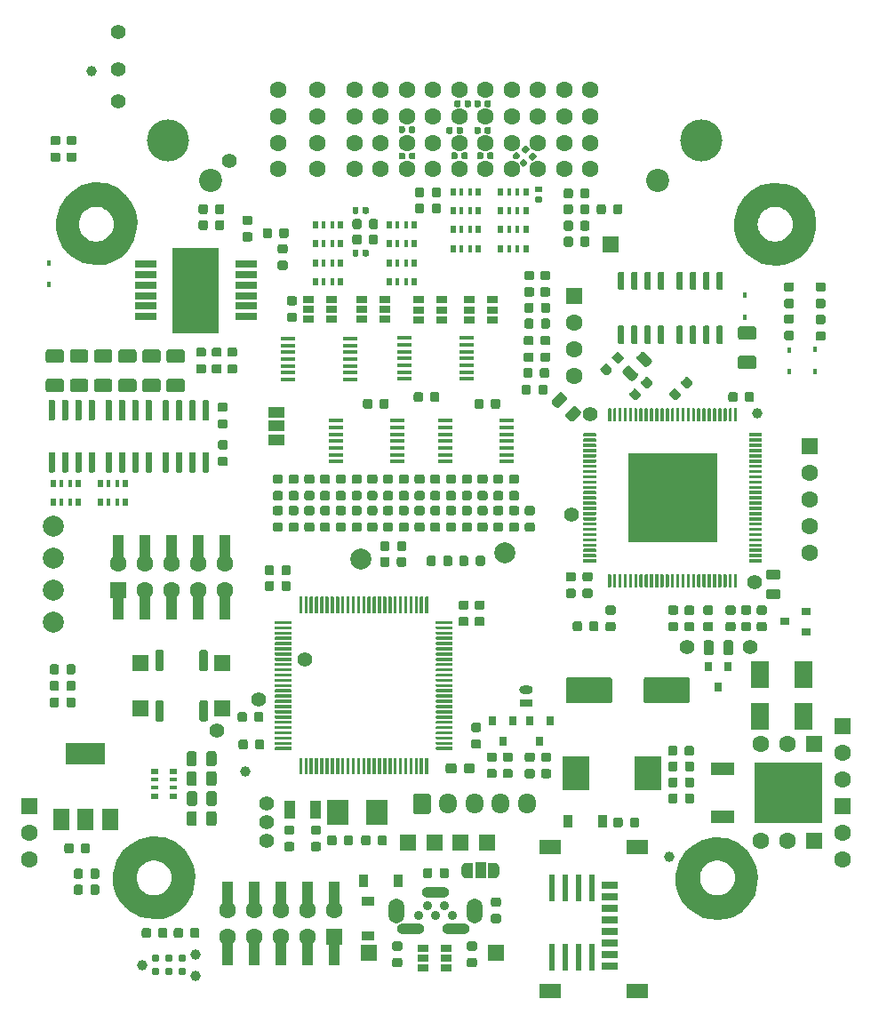
<source format=gbr>
%TF.GenerationSoftware,KiCad,Pcbnew,5.1.5+dfsg1-2build2*%
%TF.CreationDate,2021-11-11T21:07:25+01:00*%
%TF.ProjectId,micro_rusEFI,6d696372-6f5f-4727-9573-4546492e6b69,R0.5.4*%
%TF.SameCoordinates,Original*%
%TF.FileFunction,Soldermask,Top*%
%TF.FilePolarity,Negative*%
%FSLAX46Y46*%
G04 Gerber Fmt 4.6, Leading zero omitted, Abs format (unit mm)*
G04 Created by KiCad (PCBNEW 5.1.5+dfsg1-2build2) date 2021-11-11 21:07:25*
%MOMM*%
%LPD*%
G04 APERTURE LIST*
%ADD10C,0.100000*%
%ADD11O,1.700152X1.950152*%
%ADD12O,2.616352X1.016152*%
%ADD13C,0.889152*%
%ADD14O,1.500152X2.380152*%
%ADD15R,1.200152X0.900152*%
%ADD16R,0.500152X0.800152*%
%ADD17R,0.400152X0.800152*%
%ADD18R,1.000152X3.150152*%
%ADD19R,1.000152X3.000152*%
%ADD20C,1.400152*%
%ADD21R,8.500152X8.500152*%
%ADD22R,1.450152X0.450152*%
%ADD23R,0.550152X2.540152*%
%ADD24C,0.990752*%
%ADD25C,0.787552*%
%ADD26R,0.450152X0.600152*%
%ADD27C,2.000152*%
%ADD28R,1.500152X1.500152*%
%ADD29R,0.800152X0.900152*%
%ADD30R,0.900152X0.800152*%
%ADD31R,1.800152X2.500152*%
%ADD32R,0.900152X1.200152*%
%ADD33R,2.500152X3.300152*%
%ADD34R,1.060152X0.650152*%
%ADD35R,1.000152X1.800152*%
%ADD36R,2.000152X2.400152*%
%ADD37R,3.800152X2.000152*%
%ADD38R,1.500152X2.000152*%
%ADD39C,1.000000*%
%ADD40R,0.800152X0.500152*%
%ADD41R,0.800152X0.400152*%
%ADD42R,2.200152X1.200152*%
%ADD43R,6.400152X5.800152*%
%ADD44R,2.000152X0.650152*%
%ADD45R,4.500152X8.100152*%
%ADD46R,1.500152X1.000152*%
%ADD47R,1.000152X1.500152*%
%ADD48R,2.000152X1.450152*%
%ADD49R,1.500152X0.800152*%
%ADD50R,1.600152X1.600152*%
%ADD51C,1.600152*%
%ADD52C,4.000152*%
%ADD53C,2.200152*%
%ADD54R,1.300152X0.800152*%
%ADD55O,1.300152X0.800152*%
%ADD56R,1.524152X1.524152*%
%ADD57C,0.254000*%
G04 APERTURE END LIST*
D10*
G36*
X60412733Y-103665978D02*
G01*
X60433971Y-103669128D01*
X60454799Y-103674345D01*
X60475015Y-103681578D01*
X60494424Y-103690758D01*
X60512840Y-103701796D01*
X60530086Y-103714587D01*
X60545994Y-103729006D01*
X60560413Y-103744914D01*
X60573204Y-103762160D01*
X60584242Y-103780576D01*
X60593422Y-103799985D01*
X60600655Y-103820201D01*
X60605872Y-103841029D01*
X60609022Y-103862267D01*
X60610076Y-103883712D01*
X60610076Y-104396288D01*
X60609022Y-104417733D01*
X60605872Y-104438971D01*
X60600655Y-104459799D01*
X60593422Y-104480015D01*
X60584242Y-104499424D01*
X60573204Y-104517840D01*
X60560413Y-104535086D01*
X60545994Y-104550994D01*
X60530086Y-104565413D01*
X60512840Y-104578204D01*
X60494424Y-104589242D01*
X60475015Y-104598422D01*
X60454799Y-104605655D01*
X60433971Y-104610872D01*
X60412733Y-104614022D01*
X60391288Y-104615076D01*
X59953712Y-104615076D01*
X59932267Y-104614022D01*
X59911029Y-104610872D01*
X59890201Y-104605655D01*
X59869985Y-104598422D01*
X59850576Y-104589242D01*
X59832160Y-104578204D01*
X59814914Y-104565413D01*
X59799006Y-104550994D01*
X59784587Y-104535086D01*
X59771796Y-104517840D01*
X59760758Y-104499424D01*
X59751578Y-104480015D01*
X59744345Y-104459799D01*
X59739128Y-104438971D01*
X59735978Y-104417733D01*
X59734924Y-104396288D01*
X59734924Y-103883712D01*
X59735978Y-103862267D01*
X59739128Y-103841029D01*
X59744345Y-103820201D01*
X59751578Y-103799985D01*
X59760758Y-103780576D01*
X59771796Y-103762160D01*
X59784587Y-103744914D01*
X59799006Y-103729006D01*
X59814914Y-103714587D01*
X59832160Y-103701796D01*
X59850576Y-103690758D01*
X59869985Y-103681578D01*
X59890201Y-103674345D01*
X59911029Y-103669128D01*
X59932267Y-103665978D01*
X59953712Y-103664924D01*
X60391288Y-103664924D01*
X60412733Y-103665978D01*
G37*
G36*
X61987733Y-103665978D02*
G01*
X62008971Y-103669128D01*
X62029799Y-103674345D01*
X62050015Y-103681578D01*
X62069424Y-103690758D01*
X62087840Y-103701796D01*
X62105086Y-103714587D01*
X62120994Y-103729006D01*
X62135413Y-103744914D01*
X62148204Y-103762160D01*
X62159242Y-103780576D01*
X62168422Y-103799985D01*
X62175655Y-103820201D01*
X62180872Y-103841029D01*
X62184022Y-103862267D01*
X62185076Y-103883712D01*
X62185076Y-104396288D01*
X62184022Y-104417733D01*
X62180872Y-104438971D01*
X62175655Y-104459799D01*
X62168422Y-104480015D01*
X62159242Y-104499424D01*
X62148204Y-104517840D01*
X62135413Y-104535086D01*
X62120994Y-104550994D01*
X62105086Y-104565413D01*
X62087840Y-104578204D01*
X62069424Y-104589242D01*
X62050015Y-104598422D01*
X62029799Y-104605655D01*
X62008971Y-104610872D01*
X61987733Y-104614022D01*
X61966288Y-104615076D01*
X61528712Y-104615076D01*
X61507267Y-104614022D01*
X61486029Y-104610872D01*
X61465201Y-104605655D01*
X61444985Y-104598422D01*
X61425576Y-104589242D01*
X61407160Y-104578204D01*
X61389914Y-104565413D01*
X61374006Y-104550994D01*
X61359587Y-104535086D01*
X61346796Y-104517840D01*
X61335758Y-104499424D01*
X61326578Y-104480015D01*
X61319345Y-104459799D01*
X61314128Y-104438971D01*
X61310978Y-104417733D01*
X61309924Y-104396288D01*
X61309924Y-103883712D01*
X61310978Y-103862267D01*
X61314128Y-103841029D01*
X61319345Y-103820201D01*
X61326578Y-103799985D01*
X61335758Y-103780576D01*
X61346796Y-103762160D01*
X61359587Y-103744914D01*
X61374006Y-103729006D01*
X61389914Y-103714587D01*
X61407160Y-103701796D01*
X61425576Y-103690758D01*
X61444985Y-103681578D01*
X61465201Y-103674345D01*
X61486029Y-103669128D01*
X61507267Y-103665978D01*
X61528712Y-103664924D01*
X61966288Y-103664924D01*
X61987733Y-103665978D01*
G37*
D11*
X69629040Y-97551240D03*
X67129040Y-97551240D03*
X64629040Y-97551240D03*
X62129040Y-97551240D03*
D10*
G36*
X60253691Y-96577367D02*
G01*
X60277951Y-96580966D01*
X60301743Y-96586926D01*
X60324835Y-96595188D01*
X60347006Y-96605674D01*
X60368043Y-96618283D01*
X60387743Y-96632894D01*
X60405916Y-96649364D01*
X60422386Y-96667537D01*
X60436997Y-96687237D01*
X60449606Y-96708274D01*
X60460092Y-96730445D01*
X60468354Y-96753537D01*
X60474314Y-96777329D01*
X60477913Y-96801589D01*
X60479116Y-96826086D01*
X60479116Y-98276394D01*
X60477913Y-98300891D01*
X60474314Y-98325151D01*
X60468354Y-98348943D01*
X60460092Y-98372035D01*
X60449606Y-98394206D01*
X60436997Y-98415243D01*
X60422386Y-98434943D01*
X60405916Y-98453116D01*
X60387743Y-98469586D01*
X60368043Y-98484197D01*
X60347006Y-98496806D01*
X60324835Y-98507292D01*
X60301743Y-98515554D01*
X60277951Y-98521514D01*
X60253691Y-98525113D01*
X60229194Y-98526316D01*
X59028886Y-98526316D01*
X59004389Y-98525113D01*
X58980129Y-98521514D01*
X58956337Y-98515554D01*
X58933245Y-98507292D01*
X58911074Y-98496806D01*
X58890037Y-98484197D01*
X58870337Y-98469586D01*
X58852164Y-98453116D01*
X58835694Y-98434943D01*
X58821083Y-98415243D01*
X58808474Y-98394206D01*
X58797988Y-98372035D01*
X58789726Y-98348943D01*
X58783766Y-98325151D01*
X58780167Y-98300891D01*
X58778964Y-98276394D01*
X58778964Y-96826086D01*
X58780167Y-96801589D01*
X58783766Y-96777329D01*
X58789726Y-96753537D01*
X58797988Y-96730445D01*
X58808474Y-96708274D01*
X58821083Y-96687237D01*
X58835694Y-96667537D01*
X58852164Y-96649364D01*
X58870337Y-96632894D01*
X58890037Y-96618283D01*
X58911074Y-96605674D01*
X58933245Y-96595188D01*
X58956337Y-96586926D01*
X58980129Y-96580966D01*
X59004389Y-96577367D01*
X59028886Y-96576164D01*
X60229194Y-96576164D01*
X60253691Y-96577367D01*
G37*
G36*
X53681733Y-41842378D02*
G01*
X53702971Y-41845528D01*
X53723799Y-41850745D01*
X53744015Y-41857978D01*
X53763424Y-41867158D01*
X53781840Y-41878196D01*
X53799086Y-41890987D01*
X53814994Y-41905406D01*
X53829413Y-41921314D01*
X53842204Y-41938560D01*
X53853242Y-41956976D01*
X53862422Y-41976385D01*
X53869655Y-41996601D01*
X53874872Y-42017429D01*
X53878022Y-42038667D01*
X53879076Y-42060112D01*
X53879076Y-42572688D01*
X53878022Y-42594133D01*
X53874872Y-42615371D01*
X53869655Y-42636199D01*
X53862422Y-42656415D01*
X53853242Y-42675824D01*
X53842204Y-42694240D01*
X53829413Y-42711486D01*
X53814994Y-42727394D01*
X53799086Y-42741813D01*
X53781840Y-42754604D01*
X53763424Y-42765642D01*
X53744015Y-42774822D01*
X53723799Y-42782055D01*
X53702971Y-42787272D01*
X53681733Y-42790422D01*
X53660288Y-42791476D01*
X53222712Y-42791476D01*
X53201267Y-42790422D01*
X53180029Y-42787272D01*
X53159201Y-42782055D01*
X53138985Y-42774822D01*
X53119576Y-42765642D01*
X53101160Y-42754604D01*
X53083914Y-42741813D01*
X53068006Y-42727394D01*
X53053587Y-42711486D01*
X53040796Y-42694240D01*
X53029758Y-42675824D01*
X53020578Y-42656415D01*
X53013345Y-42636199D01*
X53008128Y-42615371D01*
X53004978Y-42594133D01*
X53003924Y-42572688D01*
X53003924Y-42060112D01*
X53004978Y-42038667D01*
X53008128Y-42017429D01*
X53013345Y-41996601D01*
X53020578Y-41976385D01*
X53029758Y-41956976D01*
X53040796Y-41938560D01*
X53053587Y-41921314D01*
X53068006Y-41905406D01*
X53083914Y-41890987D01*
X53101160Y-41878196D01*
X53119576Y-41867158D01*
X53138985Y-41857978D01*
X53159201Y-41850745D01*
X53180029Y-41845528D01*
X53201267Y-41842378D01*
X53222712Y-41841324D01*
X53660288Y-41841324D01*
X53681733Y-41842378D01*
G37*
G36*
X55256733Y-41842378D02*
G01*
X55277971Y-41845528D01*
X55298799Y-41850745D01*
X55319015Y-41857978D01*
X55338424Y-41867158D01*
X55356840Y-41878196D01*
X55374086Y-41890987D01*
X55389994Y-41905406D01*
X55404413Y-41921314D01*
X55417204Y-41938560D01*
X55428242Y-41956976D01*
X55437422Y-41976385D01*
X55444655Y-41996601D01*
X55449872Y-42017429D01*
X55453022Y-42038667D01*
X55454076Y-42060112D01*
X55454076Y-42572688D01*
X55453022Y-42594133D01*
X55449872Y-42615371D01*
X55444655Y-42636199D01*
X55437422Y-42656415D01*
X55428242Y-42675824D01*
X55417204Y-42694240D01*
X55404413Y-42711486D01*
X55389994Y-42727394D01*
X55374086Y-42741813D01*
X55356840Y-42754604D01*
X55338424Y-42765642D01*
X55319015Y-42774822D01*
X55298799Y-42782055D01*
X55277971Y-42787272D01*
X55256733Y-42790422D01*
X55235288Y-42791476D01*
X54797712Y-42791476D01*
X54776267Y-42790422D01*
X54755029Y-42787272D01*
X54734201Y-42782055D01*
X54713985Y-42774822D01*
X54694576Y-42765642D01*
X54676160Y-42754604D01*
X54658914Y-42741813D01*
X54643006Y-42727394D01*
X54628587Y-42711486D01*
X54615796Y-42694240D01*
X54604758Y-42675824D01*
X54595578Y-42656415D01*
X54588345Y-42636199D01*
X54583128Y-42615371D01*
X54579978Y-42594133D01*
X54578924Y-42572688D01*
X54578924Y-42060112D01*
X54579978Y-42038667D01*
X54583128Y-42017429D01*
X54588345Y-41996601D01*
X54595578Y-41976385D01*
X54604758Y-41956976D01*
X54615796Y-41938560D01*
X54628587Y-41921314D01*
X54643006Y-41905406D01*
X54658914Y-41890987D01*
X54676160Y-41878196D01*
X54694576Y-41867158D01*
X54713985Y-41857978D01*
X54734201Y-41850745D01*
X54755029Y-41845528D01*
X54776267Y-41842378D01*
X54797712Y-41841324D01*
X55235288Y-41841324D01*
X55256733Y-41842378D01*
G37*
G36*
X53681733Y-43315578D02*
G01*
X53702971Y-43318728D01*
X53723799Y-43323945D01*
X53744015Y-43331178D01*
X53763424Y-43340358D01*
X53781840Y-43351396D01*
X53799086Y-43364187D01*
X53814994Y-43378606D01*
X53829413Y-43394514D01*
X53842204Y-43411760D01*
X53853242Y-43430176D01*
X53862422Y-43449585D01*
X53869655Y-43469801D01*
X53874872Y-43490629D01*
X53878022Y-43511867D01*
X53879076Y-43533312D01*
X53879076Y-44045888D01*
X53878022Y-44067333D01*
X53874872Y-44088571D01*
X53869655Y-44109399D01*
X53862422Y-44129615D01*
X53853242Y-44149024D01*
X53842204Y-44167440D01*
X53829413Y-44184686D01*
X53814994Y-44200594D01*
X53799086Y-44215013D01*
X53781840Y-44227804D01*
X53763424Y-44238842D01*
X53744015Y-44248022D01*
X53723799Y-44255255D01*
X53702971Y-44260472D01*
X53681733Y-44263622D01*
X53660288Y-44264676D01*
X53222712Y-44264676D01*
X53201267Y-44263622D01*
X53180029Y-44260472D01*
X53159201Y-44255255D01*
X53138985Y-44248022D01*
X53119576Y-44238842D01*
X53101160Y-44227804D01*
X53083914Y-44215013D01*
X53068006Y-44200594D01*
X53053587Y-44184686D01*
X53040796Y-44167440D01*
X53029758Y-44149024D01*
X53020578Y-44129615D01*
X53013345Y-44109399D01*
X53008128Y-44088571D01*
X53004978Y-44067333D01*
X53003924Y-44045888D01*
X53003924Y-43533312D01*
X53004978Y-43511867D01*
X53008128Y-43490629D01*
X53013345Y-43469801D01*
X53020578Y-43449585D01*
X53029758Y-43430176D01*
X53040796Y-43411760D01*
X53053587Y-43394514D01*
X53068006Y-43378606D01*
X53083914Y-43364187D01*
X53101160Y-43351396D01*
X53119576Y-43340358D01*
X53138985Y-43331178D01*
X53159201Y-43323945D01*
X53180029Y-43318728D01*
X53201267Y-43315578D01*
X53222712Y-43314524D01*
X53660288Y-43314524D01*
X53681733Y-43315578D01*
G37*
G36*
X55256733Y-43315578D02*
G01*
X55277971Y-43318728D01*
X55298799Y-43323945D01*
X55319015Y-43331178D01*
X55338424Y-43340358D01*
X55356840Y-43351396D01*
X55374086Y-43364187D01*
X55389994Y-43378606D01*
X55404413Y-43394514D01*
X55417204Y-43411760D01*
X55428242Y-43430176D01*
X55437422Y-43449585D01*
X55444655Y-43469801D01*
X55449872Y-43490629D01*
X55453022Y-43511867D01*
X55454076Y-43533312D01*
X55454076Y-44045888D01*
X55453022Y-44067333D01*
X55449872Y-44088571D01*
X55444655Y-44109399D01*
X55437422Y-44129615D01*
X55428242Y-44149024D01*
X55417204Y-44167440D01*
X55404413Y-44184686D01*
X55389994Y-44200594D01*
X55374086Y-44215013D01*
X55356840Y-44227804D01*
X55338424Y-44238842D01*
X55319015Y-44248022D01*
X55298799Y-44255255D01*
X55277971Y-44260472D01*
X55256733Y-44263622D01*
X55235288Y-44264676D01*
X54797712Y-44264676D01*
X54776267Y-44263622D01*
X54755029Y-44260472D01*
X54734201Y-44255255D01*
X54713985Y-44248022D01*
X54694576Y-44238842D01*
X54676160Y-44227804D01*
X54658914Y-44215013D01*
X54643006Y-44200594D01*
X54628587Y-44184686D01*
X54615796Y-44167440D01*
X54604758Y-44149024D01*
X54595578Y-44129615D01*
X54588345Y-44109399D01*
X54583128Y-44088571D01*
X54579978Y-44067333D01*
X54578924Y-44045888D01*
X54578924Y-43533312D01*
X54579978Y-43511867D01*
X54583128Y-43490629D01*
X54588345Y-43469801D01*
X54595578Y-43449585D01*
X54604758Y-43430176D01*
X54615796Y-43411760D01*
X54628587Y-43394514D01*
X54643006Y-43378606D01*
X54658914Y-43364187D01*
X54676160Y-43351396D01*
X54694576Y-43340358D01*
X54713985Y-43331178D01*
X54734201Y-43323945D01*
X54755029Y-43318728D01*
X54776267Y-43315578D01*
X54797712Y-43314524D01*
X55235288Y-43314524D01*
X55256733Y-43315578D01*
G37*
G36*
X61225733Y-38832478D02*
G01*
X61246971Y-38835628D01*
X61267799Y-38840845D01*
X61288015Y-38848078D01*
X61307424Y-38857258D01*
X61325840Y-38868296D01*
X61343086Y-38881087D01*
X61358994Y-38895506D01*
X61373413Y-38911414D01*
X61386204Y-38928660D01*
X61397242Y-38947076D01*
X61406422Y-38966485D01*
X61413655Y-38986701D01*
X61418872Y-39007529D01*
X61422022Y-39028767D01*
X61423076Y-39050212D01*
X61423076Y-39562788D01*
X61422022Y-39584233D01*
X61418872Y-39605471D01*
X61413655Y-39626299D01*
X61406422Y-39646515D01*
X61397242Y-39665924D01*
X61386204Y-39684340D01*
X61373413Y-39701586D01*
X61358994Y-39717494D01*
X61343086Y-39731913D01*
X61325840Y-39744704D01*
X61307424Y-39755742D01*
X61288015Y-39764922D01*
X61267799Y-39772155D01*
X61246971Y-39777372D01*
X61225733Y-39780522D01*
X61204288Y-39781576D01*
X60766712Y-39781576D01*
X60745267Y-39780522D01*
X60724029Y-39777372D01*
X60703201Y-39772155D01*
X60682985Y-39764922D01*
X60663576Y-39755742D01*
X60645160Y-39744704D01*
X60627914Y-39731913D01*
X60612006Y-39717494D01*
X60597587Y-39701586D01*
X60584796Y-39684340D01*
X60573758Y-39665924D01*
X60564578Y-39646515D01*
X60557345Y-39626299D01*
X60552128Y-39605471D01*
X60548978Y-39584233D01*
X60547924Y-39562788D01*
X60547924Y-39050212D01*
X60548978Y-39028767D01*
X60552128Y-39007529D01*
X60557345Y-38986701D01*
X60564578Y-38966485D01*
X60573758Y-38947076D01*
X60584796Y-38928660D01*
X60597587Y-38911414D01*
X60612006Y-38895506D01*
X60627914Y-38881087D01*
X60645160Y-38868296D01*
X60663576Y-38857258D01*
X60682985Y-38848078D01*
X60703201Y-38840845D01*
X60724029Y-38835628D01*
X60745267Y-38832478D01*
X60766712Y-38831424D01*
X61204288Y-38831424D01*
X61225733Y-38832478D01*
G37*
G36*
X59650733Y-38832478D02*
G01*
X59671971Y-38835628D01*
X59692799Y-38840845D01*
X59713015Y-38848078D01*
X59732424Y-38857258D01*
X59750840Y-38868296D01*
X59768086Y-38881087D01*
X59783994Y-38895506D01*
X59798413Y-38911414D01*
X59811204Y-38928660D01*
X59822242Y-38947076D01*
X59831422Y-38966485D01*
X59838655Y-38986701D01*
X59843872Y-39007529D01*
X59847022Y-39028767D01*
X59848076Y-39050212D01*
X59848076Y-39562788D01*
X59847022Y-39584233D01*
X59843872Y-39605471D01*
X59838655Y-39626299D01*
X59831422Y-39646515D01*
X59822242Y-39665924D01*
X59811204Y-39684340D01*
X59798413Y-39701586D01*
X59783994Y-39717494D01*
X59768086Y-39731913D01*
X59750840Y-39744704D01*
X59732424Y-39755742D01*
X59713015Y-39764922D01*
X59692799Y-39772155D01*
X59671971Y-39777372D01*
X59650733Y-39780522D01*
X59629288Y-39781576D01*
X59191712Y-39781576D01*
X59170267Y-39780522D01*
X59149029Y-39777372D01*
X59128201Y-39772155D01*
X59107985Y-39764922D01*
X59088576Y-39755742D01*
X59070160Y-39744704D01*
X59052914Y-39731913D01*
X59037006Y-39717494D01*
X59022587Y-39701586D01*
X59009796Y-39684340D01*
X58998758Y-39665924D01*
X58989578Y-39646515D01*
X58982345Y-39626299D01*
X58977128Y-39605471D01*
X58973978Y-39584233D01*
X58972924Y-39562788D01*
X58972924Y-39050212D01*
X58973978Y-39028767D01*
X58977128Y-39007529D01*
X58982345Y-38986701D01*
X58989578Y-38966485D01*
X58998758Y-38947076D01*
X59009796Y-38928660D01*
X59022587Y-38911414D01*
X59037006Y-38895506D01*
X59052914Y-38881087D01*
X59070160Y-38868296D01*
X59088576Y-38857258D01*
X59107985Y-38848078D01*
X59128201Y-38840845D01*
X59149029Y-38835628D01*
X59170267Y-38832478D01*
X59191712Y-38831424D01*
X59629288Y-38831424D01*
X59650733Y-38832478D01*
G37*
G36*
X61225733Y-40356478D02*
G01*
X61246971Y-40359628D01*
X61267799Y-40364845D01*
X61288015Y-40372078D01*
X61307424Y-40381258D01*
X61325840Y-40392296D01*
X61343086Y-40405087D01*
X61358994Y-40419506D01*
X61373413Y-40435414D01*
X61386204Y-40452660D01*
X61397242Y-40471076D01*
X61406422Y-40490485D01*
X61413655Y-40510701D01*
X61418872Y-40531529D01*
X61422022Y-40552767D01*
X61423076Y-40574212D01*
X61423076Y-41086788D01*
X61422022Y-41108233D01*
X61418872Y-41129471D01*
X61413655Y-41150299D01*
X61406422Y-41170515D01*
X61397242Y-41189924D01*
X61386204Y-41208340D01*
X61373413Y-41225586D01*
X61358994Y-41241494D01*
X61343086Y-41255913D01*
X61325840Y-41268704D01*
X61307424Y-41279742D01*
X61288015Y-41288922D01*
X61267799Y-41296155D01*
X61246971Y-41301372D01*
X61225733Y-41304522D01*
X61204288Y-41305576D01*
X60766712Y-41305576D01*
X60745267Y-41304522D01*
X60724029Y-41301372D01*
X60703201Y-41296155D01*
X60682985Y-41288922D01*
X60663576Y-41279742D01*
X60645160Y-41268704D01*
X60627914Y-41255913D01*
X60612006Y-41241494D01*
X60597587Y-41225586D01*
X60584796Y-41208340D01*
X60573758Y-41189924D01*
X60564578Y-41170515D01*
X60557345Y-41150299D01*
X60552128Y-41129471D01*
X60548978Y-41108233D01*
X60547924Y-41086788D01*
X60547924Y-40574212D01*
X60548978Y-40552767D01*
X60552128Y-40531529D01*
X60557345Y-40510701D01*
X60564578Y-40490485D01*
X60573758Y-40471076D01*
X60584796Y-40452660D01*
X60597587Y-40435414D01*
X60612006Y-40419506D01*
X60627914Y-40405087D01*
X60645160Y-40392296D01*
X60663576Y-40381258D01*
X60682985Y-40372078D01*
X60703201Y-40364845D01*
X60724029Y-40359628D01*
X60745267Y-40356478D01*
X60766712Y-40355424D01*
X61204288Y-40355424D01*
X61225733Y-40356478D01*
G37*
G36*
X59650733Y-40356478D02*
G01*
X59671971Y-40359628D01*
X59692799Y-40364845D01*
X59713015Y-40372078D01*
X59732424Y-40381258D01*
X59750840Y-40392296D01*
X59768086Y-40405087D01*
X59783994Y-40419506D01*
X59798413Y-40435414D01*
X59811204Y-40452660D01*
X59822242Y-40471076D01*
X59831422Y-40490485D01*
X59838655Y-40510701D01*
X59843872Y-40531529D01*
X59847022Y-40552767D01*
X59848076Y-40574212D01*
X59848076Y-41086788D01*
X59847022Y-41108233D01*
X59843872Y-41129471D01*
X59838655Y-41150299D01*
X59831422Y-41170515D01*
X59822242Y-41189924D01*
X59811204Y-41208340D01*
X59798413Y-41225586D01*
X59783994Y-41241494D01*
X59768086Y-41255913D01*
X59750840Y-41268704D01*
X59732424Y-41279742D01*
X59713015Y-41288922D01*
X59692799Y-41296155D01*
X59671971Y-41301372D01*
X59650733Y-41304522D01*
X59629288Y-41305576D01*
X59191712Y-41305576D01*
X59170267Y-41304522D01*
X59149029Y-41301372D01*
X59128201Y-41296155D01*
X59107985Y-41288922D01*
X59088576Y-41279742D01*
X59070160Y-41268704D01*
X59052914Y-41255913D01*
X59037006Y-41241494D01*
X59022587Y-41225586D01*
X59009796Y-41208340D01*
X58998758Y-41189924D01*
X58989578Y-41170515D01*
X58982345Y-41150299D01*
X58977128Y-41129471D01*
X58973978Y-41108233D01*
X58972924Y-41086788D01*
X58972924Y-40574212D01*
X58973978Y-40552767D01*
X58977128Y-40531529D01*
X58982345Y-40510701D01*
X58989578Y-40490485D01*
X58998758Y-40471076D01*
X59009796Y-40452660D01*
X59022587Y-40435414D01*
X59037006Y-40419506D01*
X59052914Y-40405087D01*
X59070160Y-40392296D01*
X59088576Y-40381258D01*
X59107985Y-40372078D01*
X59128201Y-40364845D01*
X59149029Y-40359628D01*
X59170267Y-40356478D01*
X59191712Y-40355424D01*
X59629288Y-40355424D01*
X59650733Y-40356478D01*
G37*
D12*
X58534600Y-109471400D03*
X62834600Y-109471400D03*
X60934600Y-105971400D03*
D13*
X59334600Y-108221400D03*
X60134600Y-107221400D03*
X60934600Y-108221400D03*
X61734600Y-107221400D03*
X62534600Y-108221400D03*
D14*
X57234600Y-107721400D03*
X64634600Y-107721400D03*
D10*
G36*
X72889329Y-58337732D02*
G01*
X72912995Y-58341242D01*
X72936202Y-58347055D01*
X72958728Y-58355115D01*
X72980355Y-58365344D01*
X73000875Y-58377644D01*
X73020091Y-58391895D01*
X73037818Y-58407962D01*
X73382586Y-58752730D01*
X73398653Y-58770457D01*
X73412904Y-58789673D01*
X73425204Y-58810193D01*
X73435433Y-58831820D01*
X73443493Y-58854346D01*
X73449306Y-58877553D01*
X73452816Y-58901219D01*
X73453990Y-58925114D01*
X73452816Y-58949009D01*
X73449306Y-58972675D01*
X73443493Y-58995882D01*
X73435433Y-59018408D01*
X73425204Y-59040035D01*
X73412904Y-59060555D01*
X73398653Y-59079771D01*
X73382586Y-59097498D01*
X72737298Y-59742786D01*
X72719571Y-59758853D01*
X72700355Y-59773104D01*
X72679835Y-59785404D01*
X72658208Y-59795633D01*
X72635682Y-59803693D01*
X72612475Y-59809506D01*
X72588809Y-59813016D01*
X72564914Y-59814190D01*
X72541019Y-59813016D01*
X72517353Y-59809506D01*
X72494146Y-59803693D01*
X72471620Y-59795633D01*
X72449993Y-59785404D01*
X72429473Y-59773104D01*
X72410257Y-59758853D01*
X72392530Y-59742786D01*
X72047762Y-59398018D01*
X72031695Y-59380291D01*
X72017444Y-59361075D01*
X72005144Y-59340555D01*
X71994915Y-59318928D01*
X71986855Y-59296402D01*
X71981042Y-59273195D01*
X71977532Y-59249529D01*
X71976358Y-59225634D01*
X71977532Y-59201739D01*
X71981042Y-59178073D01*
X71986855Y-59154866D01*
X71994915Y-59132340D01*
X72005144Y-59110713D01*
X72017444Y-59090193D01*
X72031695Y-59070977D01*
X72047762Y-59053250D01*
X72693050Y-58407962D01*
X72710777Y-58391895D01*
X72729993Y-58377644D01*
X72750513Y-58365344D01*
X72772140Y-58355115D01*
X72794666Y-58347055D01*
X72817873Y-58341242D01*
X72841539Y-58337732D01*
X72865434Y-58336558D01*
X72889329Y-58337732D01*
G37*
G36*
X74215155Y-59663558D02*
G01*
X74238821Y-59667068D01*
X74262028Y-59672881D01*
X74284554Y-59680941D01*
X74306181Y-59691170D01*
X74326701Y-59703470D01*
X74345917Y-59717721D01*
X74363644Y-59733788D01*
X74708412Y-60078556D01*
X74724479Y-60096283D01*
X74738730Y-60115499D01*
X74751030Y-60136019D01*
X74761259Y-60157646D01*
X74769319Y-60180172D01*
X74775132Y-60203379D01*
X74778642Y-60227045D01*
X74779816Y-60250940D01*
X74778642Y-60274835D01*
X74775132Y-60298501D01*
X74769319Y-60321708D01*
X74761259Y-60344234D01*
X74751030Y-60365861D01*
X74738730Y-60386381D01*
X74724479Y-60405597D01*
X74708412Y-60423324D01*
X74063124Y-61068612D01*
X74045397Y-61084679D01*
X74026181Y-61098930D01*
X74005661Y-61111230D01*
X73984034Y-61121459D01*
X73961508Y-61129519D01*
X73938301Y-61135332D01*
X73914635Y-61138842D01*
X73890740Y-61140016D01*
X73866845Y-61138842D01*
X73843179Y-61135332D01*
X73819972Y-61129519D01*
X73797446Y-61121459D01*
X73775819Y-61111230D01*
X73755299Y-61098930D01*
X73736083Y-61084679D01*
X73718356Y-61068612D01*
X73373588Y-60723844D01*
X73357521Y-60706117D01*
X73343270Y-60686901D01*
X73330970Y-60666381D01*
X73320741Y-60644754D01*
X73312681Y-60622228D01*
X73306868Y-60599021D01*
X73303358Y-60575355D01*
X73302184Y-60551460D01*
X73303358Y-60527565D01*
X73306868Y-60503899D01*
X73312681Y-60480692D01*
X73320741Y-60458166D01*
X73330970Y-60436539D01*
X73343270Y-60416019D01*
X73357521Y-60396803D01*
X73373588Y-60379076D01*
X74018876Y-59733788D01*
X74036603Y-59717721D01*
X74055819Y-59703470D01*
X74076339Y-59691170D01*
X74097966Y-59680941D01*
X74120492Y-59672881D01*
X74143699Y-59667068D01*
X74167365Y-59663558D01*
X74191260Y-59662384D01*
X74215155Y-59663558D01*
G37*
G36*
X79347722Y-55805271D02*
G01*
X79371388Y-55808781D01*
X79394595Y-55814594D01*
X79417121Y-55822654D01*
X79438748Y-55832883D01*
X79459268Y-55845183D01*
X79478484Y-55859434D01*
X79496211Y-55875501D01*
X80141499Y-56520789D01*
X80157566Y-56538516D01*
X80171817Y-56557732D01*
X80184117Y-56578252D01*
X80194346Y-56599879D01*
X80202406Y-56622405D01*
X80208219Y-56645612D01*
X80211729Y-56669278D01*
X80212903Y-56693173D01*
X80211729Y-56717068D01*
X80208219Y-56740734D01*
X80202406Y-56763941D01*
X80194346Y-56786467D01*
X80184117Y-56808094D01*
X80171817Y-56828614D01*
X80157566Y-56847830D01*
X80141499Y-56865557D01*
X79796731Y-57210325D01*
X79779004Y-57226392D01*
X79759788Y-57240643D01*
X79739268Y-57252943D01*
X79717641Y-57263172D01*
X79695115Y-57271232D01*
X79671908Y-57277045D01*
X79648242Y-57280555D01*
X79624347Y-57281729D01*
X79600452Y-57280555D01*
X79576786Y-57277045D01*
X79553579Y-57271232D01*
X79531053Y-57263172D01*
X79509426Y-57252943D01*
X79488906Y-57240643D01*
X79469690Y-57226392D01*
X79451963Y-57210325D01*
X78806675Y-56565037D01*
X78790608Y-56547310D01*
X78776357Y-56528094D01*
X78764057Y-56507574D01*
X78753828Y-56485947D01*
X78745768Y-56463421D01*
X78739955Y-56440214D01*
X78736445Y-56416548D01*
X78735271Y-56392653D01*
X78736445Y-56368758D01*
X78739955Y-56345092D01*
X78745768Y-56321885D01*
X78753828Y-56299359D01*
X78764057Y-56277732D01*
X78776357Y-56257212D01*
X78790608Y-56237996D01*
X78806675Y-56220269D01*
X79151443Y-55875501D01*
X79169170Y-55859434D01*
X79188386Y-55845183D01*
X79208906Y-55832883D01*
X79230533Y-55822654D01*
X79253059Y-55814594D01*
X79276266Y-55808781D01*
X79299932Y-55805271D01*
X79323827Y-55804097D01*
X79347722Y-55805271D01*
G37*
G36*
X80673548Y-54479445D02*
G01*
X80697214Y-54482955D01*
X80720421Y-54488768D01*
X80742947Y-54496828D01*
X80764574Y-54507057D01*
X80785094Y-54519357D01*
X80804310Y-54533608D01*
X80822037Y-54549675D01*
X81467325Y-55194963D01*
X81483392Y-55212690D01*
X81497643Y-55231906D01*
X81509943Y-55252426D01*
X81520172Y-55274053D01*
X81528232Y-55296579D01*
X81534045Y-55319786D01*
X81537555Y-55343452D01*
X81538729Y-55367347D01*
X81537555Y-55391242D01*
X81534045Y-55414908D01*
X81528232Y-55438115D01*
X81520172Y-55460641D01*
X81509943Y-55482268D01*
X81497643Y-55502788D01*
X81483392Y-55522004D01*
X81467325Y-55539731D01*
X81122557Y-55884499D01*
X81104830Y-55900566D01*
X81085614Y-55914817D01*
X81065094Y-55927117D01*
X81043467Y-55937346D01*
X81020941Y-55945406D01*
X80997734Y-55951219D01*
X80974068Y-55954729D01*
X80950173Y-55955903D01*
X80926278Y-55954729D01*
X80902612Y-55951219D01*
X80879405Y-55945406D01*
X80856879Y-55937346D01*
X80835252Y-55927117D01*
X80814732Y-55914817D01*
X80795516Y-55900566D01*
X80777789Y-55884499D01*
X80132501Y-55239211D01*
X80116434Y-55221484D01*
X80102183Y-55202268D01*
X80089883Y-55181748D01*
X80079654Y-55160121D01*
X80071594Y-55137595D01*
X80065781Y-55114388D01*
X80062271Y-55090722D01*
X80061097Y-55066827D01*
X80062271Y-55042932D01*
X80065781Y-55019266D01*
X80071594Y-54996059D01*
X80079654Y-54973533D01*
X80089883Y-54951906D01*
X80102183Y-54931386D01*
X80116434Y-54912170D01*
X80132501Y-54894443D01*
X80477269Y-54549675D01*
X80494996Y-54533608D01*
X80514212Y-54519357D01*
X80534732Y-54507057D01*
X80556359Y-54496828D01*
X80578885Y-54488768D01*
X80602092Y-54482955D01*
X80625758Y-54479445D01*
X80649653Y-54478271D01*
X80673548Y-54479445D01*
G37*
G36*
X77162081Y-55629184D02*
G01*
X77183319Y-55632334D01*
X77204147Y-55637551D01*
X77224363Y-55644784D01*
X77243772Y-55653964D01*
X77262188Y-55665002D01*
X77279434Y-55677793D01*
X77295342Y-55692212D01*
X77657788Y-56054658D01*
X77672207Y-56070566D01*
X77684998Y-56087812D01*
X77696036Y-56106228D01*
X77705216Y-56125637D01*
X77712449Y-56145853D01*
X77717666Y-56166681D01*
X77720816Y-56187919D01*
X77721870Y-56209364D01*
X77720816Y-56230809D01*
X77717666Y-56252047D01*
X77712449Y-56272875D01*
X77705216Y-56293091D01*
X77696036Y-56312500D01*
X77684998Y-56330916D01*
X77672207Y-56348162D01*
X77657788Y-56364070D01*
X77348376Y-56673482D01*
X77332468Y-56687901D01*
X77315222Y-56700692D01*
X77296806Y-56711730D01*
X77277397Y-56720910D01*
X77257181Y-56728143D01*
X77236353Y-56733360D01*
X77215115Y-56736510D01*
X77193670Y-56737564D01*
X77172225Y-56736510D01*
X77150987Y-56733360D01*
X77130159Y-56728143D01*
X77109943Y-56720910D01*
X77090534Y-56711730D01*
X77072118Y-56700692D01*
X77054872Y-56687901D01*
X77038964Y-56673482D01*
X76676518Y-56311036D01*
X76662099Y-56295128D01*
X76649308Y-56277882D01*
X76638270Y-56259466D01*
X76629090Y-56240057D01*
X76621857Y-56219841D01*
X76616640Y-56199013D01*
X76613490Y-56177775D01*
X76612436Y-56156330D01*
X76613490Y-56134885D01*
X76616640Y-56113647D01*
X76621857Y-56092819D01*
X76629090Y-56072603D01*
X76638270Y-56053194D01*
X76649308Y-56034778D01*
X76662099Y-56017532D01*
X76676518Y-56001624D01*
X76985930Y-55692212D01*
X77001838Y-55677793D01*
X77019084Y-55665002D01*
X77037500Y-55653964D01*
X77056909Y-55644784D01*
X77077125Y-55637551D01*
X77097953Y-55632334D01*
X77119191Y-55629184D01*
X77140636Y-55628130D01*
X77162081Y-55629184D01*
G37*
G36*
X78275775Y-54515490D02*
G01*
X78297013Y-54518640D01*
X78317841Y-54523857D01*
X78338057Y-54531090D01*
X78357466Y-54540270D01*
X78375882Y-54551308D01*
X78393128Y-54564099D01*
X78409036Y-54578518D01*
X78771482Y-54940964D01*
X78785901Y-54956872D01*
X78798692Y-54974118D01*
X78809730Y-54992534D01*
X78818910Y-55011943D01*
X78826143Y-55032159D01*
X78831360Y-55052987D01*
X78834510Y-55074225D01*
X78835564Y-55095670D01*
X78834510Y-55117115D01*
X78831360Y-55138353D01*
X78826143Y-55159181D01*
X78818910Y-55179397D01*
X78809730Y-55198806D01*
X78798692Y-55217222D01*
X78785901Y-55234468D01*
X78771482Y-55250376D01*
X78462070Y-55559788D01*
X78446162Y-55574207D01*
X78428916Y-55586998D01*
X78410500Y-55598036D01*
X78391091Y-55607216D01*
X78370875Y-55614449D01*
X78350047Y-55619666D01*
X78328809Y-55622816D01*
X78307364Y-55623870D01*
X78285919Y-55622816D01*
X78264681Y-55619666D01*
X78243853Y-55614449D01*
X78223637Y-55607216D01*
X78204228Y-55598036D01*
X78185812Y-55586998D01*
X78168566Y-55574207D01*
X78152658Y-55559788D01*
X77790212Y-55197342D01*
X77775793Y-55181434D01*
X77763002Y-55164188D01*
X77751964Y-55145772D01*
X77742784Y-55126363D01*
X77735551Y-55106147D01*
X77730334Y-55085319D01*
X77727184Y-55064081D01*
X77726130Y-55042636D01*
X77727184Y-55021191D01*
X77730334Y-54999953D01*
X77735551Y-54979125D01*
X77742784Y-54958909D01*
X77751964Y-54939500D01*
X77763002Y-54921084D01*
X77775793Y-54903838D01*
X77790212Y-54887930D01*
X78099624Y-54578518D01*
X78115532Y-54564099D01*
X78132778Y-54551308D01*
X78151194Y-54540270D01*
X78170603Y-54531090D01*
X78190819Y-54523857D01*
X78211647Y-54518640D01*
X78232885Y-54515490D01*
X78254330Y-54514436D01*
X78275775Y-54515490D01*
G37*
G36*
X91070733Y-58326978D02*
G01*
X91091971Y-58330128D01*
X91112799Y-58335345D01*
X91133015Y-58342578D01*
X91152424Y-58351758D01*
X91170840Y-58362796D01*
X91188086Y-58375587D01*
X91203994Y-58390006D01*
X91218413Y-58405914D01*
X91231204Y-58423160D01*
X91242242Y-58441576D01*
X91251422Y-58460985D01*
X91258655Y-58481201D01*
X91263872Y-58502029D01*
X91267022Y-58523267D01*
X91268076Y-58544712D01*
X91268076Y-59057288D01*
X91267022Y-59078733D01*
X91263872Y-59099971D01*
X91258655Y-59120799D01*
X91251422Y-59141015D01*
X91242242Y-59160424D01*
X91231204Y-59178840D01*
X91218413Y-59196086D01*
X91203994Y-59211994D01*
X91188086Y-59226413D01*
X91170840Y-59239204D01*
X91152424Y-59250242D01*
X91133015Y-59259422D01*
X91112799Y-59266655D01*
X91091971Y-59271872D01*
X91070733Y-59275022D01*
X91049288Y-59276076D01*
X90611712Y-59276076D01*
X90590267Y-59275022D01*
X90569029Y-59271872D01*
X90548201Y-59266655D01*
X90527985Y-59259422D01*
X90508576Y-59250242D01*
X90490160Y-59239204D01*
X90472914Y-59226413D01*
X90457006Y-59211994D01*
X90442587Y-59196086D01*
X90429796Y-59178840D01*
X90418758Y-59160424D01*
X90409578Y-59141015D01*
X90402345Y-59120799D01*
X90397128Y-59099971D01*
X90393978Y-59078733D01*
X90392924Y-59057288D01*
X90392924Y-58544712D01*
X90393978Y-58523267D01*
X90397128Y-58502029D01*
X90402345Y-58481201D01*
X90409578Y-58460985D01*
X90418758Y-58441576D01*
X90429796Y-58423160D01*
X90442587Y-58405914D01*
X90457006Y-58390006D01*
X90472914Y-58375587D01*
X90490160Y-58362796D01*
X90508576Y-58351758D01*
X90527985Y-58342578D01*
X90548201Y-58335345D01*
X90569029Y-58330128D01*
X90590267Y-58326978D01*
X90611712Y-58325924D01*
X91049288Y-58325924D01*
X91070733Y-58326978D01*
G37*
G36*
X89495733Y-58326978D02*
G01*
X89516971Y-58330128D01*
X89537799Y-58335345D01*
X89558015Y-58342578D01*
X89577424Y-58351758D01*
X89595840Y-58362796D01*
X89613086Y-58375587D01*
X89628994Y-58390006D01*
X89643413Y-58405914D01*
X89656204Y-58423160D01*
X89667242Y-58441576D01*
X89676422Y-58460985D01*
X89683655Y-58481201D01*
X89688872Y-58502029D01*
X89692022Y-58523267D01*
X89693076Y-58544712D01*
X89693076Y-59057288D01*
X89692022Y-59078733D01*
X89688872Y-59099971D01*
X89683655Y-59120799D01*
X89676422Y-59141015D01*
X89667242Y-59160424D01*
X89656204Y-59178840D01*
X89643413Y-59196086D01*
X89628994Y-59211994D01*
X89613086Y-59226413D01*
X89595840Y-59239204D01*
X89577424Y-59250242D01*
X89558015Y-59259422D01*
X89537799Y-59266655D01*
X89516971Y-59271872D01*
X89495733Y-59275022D01*
X89474288Y-59276076D01*
X89036712Y-59276076D01*
X89015267Y-59275022D01*
X88994029Y-59271872D01*
X88973201Y-59266655D01*
X88952985Y-59259422D01*
X88933576Y-59250242D01*
X88915160Y-59239204D01*
X88897914Y-59226413D01*
X88882006Y-59211994D01*
X88867587Y-59196086D01*
X88854796Y-59178840D01*
X88843758Y-59160424D01*
X88834578Y-59141015D01*
X88827345Y-59120799D01*
X88822128Y-59099971D01*
X88818978Y-59078733D01*
X88817924Y-59057288D01*
X88817924Y-58544712D01*
X88818978Y-58523267D01*
X88822128Y-58502029D01*
X88827345Y-58481201D01*
X88834578Y-58460985D01*
X88843758Y-58441576D01*
X88854796Y-58423160D01*
X88867587Y-58405914D01*
X88882006Y-58390006D01*
X88897914Y-58375587D01*
X88915160Y-58362796D01*
X88933576Y-58351758D01*
X88952985Y-58342578D01*
X88973201Y-58335345D01*
X88994029Y-58330128D01*
X89015267Y-58326978D01*
X89036712Y-58325924D01*
X89474288Y-58325924D01*
X89495733Y-58326978D01*
G37*
G36*
X70178533Y-70759778D02*
G01*
X70199771Y-70762928D01*
X70220599Y-70768145D01*
X70240815Y-70775378D01*
X70260224Y-70784558D01*
X70278640Y-70795596D01*
X70295886Y-70808387D01*
X70311794Y-70822806D01*
X70326213Y-70838714D01*
X70339004Y-70855960D01*
X70350042Y-70874376D01*
X70359222Y-70893785D01*
X70366455Y-70914001D01*
X70371672Y-70934829D01*
X70374822Y-70956067D01*
X70375876Y-70977512D01*
X70375876Y-71415088D01*
X70374822Y-71436533D01*
X70371672Y-71457771D01*
X70366455Y-71478599D01*
X70359222Y-71498815D01*
X70350042Y-71518224D01*
X70339004Y-71536640D01*
X70326213Y-71553886D01*
X70311794Y-71569794D01*
X70295886Y-71584213D01*
X70278640Y-71597004D01*
X70260224Y-71608042D01*
X70240815Y-71617222D01*
X70220599Y-71624455D01*
X70199771Y-71629672D01*
X70178533Y-71632822D01*
X70157088Y-71633876D01*
X69644512Y-71633876D01*
X69623067Y-71632822D01*
X69601829Y-71629672D01*
X69581001Y-71624455D01*
X69560785Y-71617222D01*
X69541376Y-71608042D01*
X69522960Y-71597004D01*
X69505714Y-71584213D01*
X69489806Y-71569794D01*
X69475387Y-71553886D01*
X69462596Y-71536640D01*
X69451558Y-71518224D01*
X69442378Y-71498815D01*
X69435145Y-71478599D01*
X69429928Y-71457771D01*
X69426778Y-71436533D01*
X69425724Y-71415088D01*
X69425724Y-70977512D01*
X69426778Y-70956067D01*
X69429928Y-70934829D01*
X69435145Y-70914001D01*
X69442378Y-70893785D01*
X69451558Y-70874376D01*
X69462596Y-70855960D01*
X69475387Y-70838714D01*
X69489806Y-70822806D01*
X69505714Y-70808387D01*
X69522960Y-70795596D01*
X69541376Y-70784558D01*
X69560785Y-70775378D01*
X69581001Y-70768145D01*
X69601829Y-70762928D01*
X69623067Y-70759778D01*
X69644512Y-70758724D01*
X70157088Y-70758724D01*
X70178533Y-70759778D01*
G37*
G36*
X70178533Y-69184778D02*
G01*
X70199771Y-69187928D01*
X70220599Y-69193145D01*
X70240815Y-69200378D01*
X70260224Y-69209558D01*
X70278640Y-69220596D01*
X70295886Y-69233387D01*
X70311794Y-69247806D01*
X70326213Y-69263714D01*
X70339004Y-69280960D01*
X70350042Y-69299376D01*
X70359222Y-69318785D01*
X70366455Y-69339001D01*
X70371672Y-69359829D01*
X70374822Y-69381067D01*
X70375876Y-69402512D01*
X70375876Y-69840088D01*
X70374822Y-69861533D01*
X70371672Y-69882771D01*
X70366455Y-69903599D01*
X70359222Y-69923815D01*
X70350042Y-69943224D01*
X70339004Y-69961640D01*
X70326213Y-69978886D01*
X70311794Y-69994794D01*
X70295886Y-70009213D01*
X70278640Y-70022004D01*
X70260224Y-70033042D01*
X70240815Y-70042222D01*
X70220599Y-70049455D01*
X70199771Y-70054672D01*
X70178533Y-70057822D01*
X70157088Y-70058876D01*
X69644512Y-70058876D01*
X69623067Y-70057822D01*
X69601829Y-70054672D01*
X69581001Y-70049455D01*
X69560785Y-70042222D01*
X69541376Y-70033042D01*
X69522960Y-70022004D01*
X69505714Y-70009213D01*
X69489806Y-69994794D01*
X69475387Y-69978886D01*
X69462596Y-69961640D01*
X69451558Y-69943224D01*
X69442378Y-69923815D01*
X69435145Y-69903599D01*
X69429928Y-69882771D01*
X69426778Y-69861533D01*
X69425724Y-69840088D01*
X69425724Y-69402512D01*
X69426778Y-69381067D01*
X69429928Y-69359829D01*
X69435145Y-69339001D01*
X69442378Y-69318785D01*
X69451558Y-69299376D01*
X69462596Y-69280960D01*
X69475387Y-69263714D01*
X69489806Y-69247806D01*
X69505714Y-69233387D01*
X69522960Y-69220596D01*
X69541376Y-69209558D01*
X69560785Y-69200378D01*
X69581001Y-69193145D01*
X69601829Y-69187928D01*
X69623067Y-69184778D01*
X69644512Y-69183724D01*
X70157088Y-69183724D01*
X70178533Y-69184778D01*
G37*
D15*
X54483000Y-106808000D03*
X54483000Y-110108000D03*
D10*
G36*
X57915234Y-74025978D02*
G01*
X57936472Y-74029128D01*
X57957300Y-74034345D01*
X57977516Y-74041578D01*
X57996925Y-74050758D01*
X58015341Y-74061796D01*
X58032587Y-74074587D01*
X58048495Y-74089006D01*
X58062914Y-74104914D01*
X58075705Y-74122160D01*
X58086743Y-74140576D01*
X58095923Y-74159985D01*
X58103156Y-74180201D01*
X58108373Y-74201029D01*
X58111523Y-74222267D01*
X58112577Y-74243712D01*
X58112577Y-74756288D01*
X58111523Y-74777733D01*
X58108373Y-74798971D01*
X58103156Y-74819799D01*
X58095923Y-74840015D01*
X58086743Y-74859424D01*
X58075705Y-74877840D01*
X58062914Y-74895086D01*
X58048495Y-74910994D01*
X58032587Y-74925413D01*
X58015341Y-74938204D01*
X57996925Y-74949242D01*
X57977516Y-74958422D01*
X57957300Y-74965655D01*
X57936472Y-74970872D01*
X57915234Y-74974022D01*
X57893789Y-74975076D01*
X57456213Y-74975076D01*
X57434768Y-74974022D01*
X57413530Y-74970872D01*
X57392702Y-74965655D01*
X57372486Y-74958422D01*
X57353077Y-74949242D01*
X57334661Y-74938204D01*
X57317415Y-74925413D01*
X57301507Y-74910994D01*
X57287088Y-74895086D01*
X57274297Y-74877840D01*
X57263259Y-74859424D01*
X57254079Y-74840015D01*
X57246846Y-74819799D01*
X57241629Y-74798971D01*
X57238479Y-74777733D01*
X57237425Y-74756288D01*
X57237425Y-74243712D01*
X57238479Y-74222267D01*
X57241629Y-74201029D01*
X57246846Y-74180201D01*
X57254079Y-74159985D01*
X57263259Y-74140576D01*
X57274297Y-74122160D01*
X57287088Y-74104914D01*
X57301507Y-74089006D01*
X57317415Y-74074587D01*
X57334661Y-74061796D01*
X57353077Y-74050758D01*
X57372486Y-74041578D01*
X57392702Y-74034345D01*
X57413530Y-74029128D01*
X57434768Y-74025978D01*
X57456213Y-74024924D01*
X57893789Y-74024924D01*
X57915234Y-74025978D01*
G37*
G36*
X56340234Y-74025978D02*
G01*
X56361472Y-74029128D01*
X56382300Y-74034345D01*
X56402516Y-74041578D01*
X56421925Y-74050758D01*
X56440341Y-74061796D01*
X56457587Y-74074587D01*
X56473495Y-74089006D01*
X56487914Y-74104914D01*
X56500705Y-74122160D01*
X56511743Y-74140576D01*
X56520923Y-74159985D01*
X56528156Y-74180201D01*
X56533373Y-74201029D01*
X56536523Y-74222267D01*
X56537577Y-74243712D01*
X56537577Y-74756288D01*
X56536523Y-74777733D01*
X56533373Y-74798971D01*
X56528156Y-74819799D01*
X56520923Y-74840015D01*
X56511743Y-74859424D01*
X56500705Y-74877840D01*
X56487914Y-74895086D01*
X56473495Y-74910994D01*
X56457587Y-74925413D01*
X56440341Y-74938204D01*
X56421925Y-74949242D01*
X56402516Y-74958422D01*
X56382300Y-74965655D01*
X56361472Y-74970872D01*
X56340234Y-74974022D01*
X56318789Y-74975076D01*
X55881213Y-74975076D01*
X55859768Y-74974022D01*
X55838530Y-74970872D01*
X55817702Y-74965655D01*
X55797486Y-74958422D01*
X55778077Y-74949242D01*
X55759661Y-74938204D01*
X55742415Y-74925413D01*
X55726507Y-74910994D01*
X55712088Y-74895086D01*
X55699297Y-74877840D01*
X55688259Y-74859424D01*
X55679079Y-74840015D01*
X55671846Y-74819799D01*
X55666629Y-74798971D01*
X55663479Y-74777733D01*
X55662425Y-74756288D01*
X55662425Y-74243712D01*
X55663479Y-74222267D01*
X55666629Y-74201029D01*
X55671846Y-74180201D01*
X55679079Y-74159985D01*
X55688259Y-74140576D01*
X55699297Y-74122160D01*
X55712088Y-74104914D01*
X55726507Y-74089006D01*
X55742415Y-74074587D01*
X55759661Y-74061796D01*
X55778077Y-74050758D01*
X55797486Y-74041578D01*
X55817702Y-74034345D01*
X55838530Y-74029128D01*
X55859768Y-74025978D01*
X55881213Y-74024924D01*
X56318789Y-74024924D01*
X56340234Y-74025978D01*
G37*
D16*
X62617500Y-41032000D03*
D17*
X63417500Y-41032000D03*
D16*
X65017500Y-41032000D03*
D17*
X64217500Y-41032000D03*
D16*
X62617500Y-39232000D03*
D17*
X64217500Y-39232000D03*
X63417500Y-39232000D03*
D16*
X65017500Y-39232000D03*
X67126000Y-41032000D03*
D17*
X67926000Y-41032000D03*
D16*
X69526000Y-41032000D03*
D17*
X68726000Y-41032000D03*
D16*
X67126000Y-39232000D03*
D17*
X68726000Y-39232000D03*
X67926000Y-39232000D03*
D16*
X69526000Y-39232000D03*
D10*
G36*
X46632733Y-45816978D02*
G01*
X46653971Y-45820128D01*
X46674799Y-45825345D01*
X46695015Y-45832578D01*
X46714424Y-45841758D01*
X46732840Y-45852796D01*
X46750086Y-45865587D01*
X46765994Y-45880006D01*
X46780413Y-45895914D01*
X46793204Y-45913160D01*
X46804242Y-45931576D01*
X46813422Y-45950985D01*
X46820655Y-45971201D01*
X46825872Y-45992029D01*
X46829022Y-46013267D01*
X46830076Y-46034712D01*
X46830076Y-46472288D01*
X46829022Y-46493733D01*
X46825872Y-46514971D01*
X46820655Y-46535799D01*
X46813422Y-46556015D01*
X46804242Y-46575424D01*
X46793204Y-46593840D01*
X46780413Y-46611086D01*
X46765994Y-46626994D01*
X46750086Y-46641413D01*
X46732840Y-46654204D01*
X46714424Y-46665242D01*
X46695015Y-46674422D01*
X46674799Y-46681655D01*
X46653971Y-46686872D01*
X46632733Y-46690022D01*
X46611288Y-46691076D01*
X46098712Y-46691076D01*
X46077267Y-46690022D01*
X46056029Y-46686872D01*
X46035201Y-46681655D01*
X46014985Y-46674422D01*
X45995576Y-46665242D01*
X45977160Y-46654204D01*
X45959914Y-46641413D01*
X45944006Y-46626994D01*
X45929587Y-46611086D01*
X45916796Y-46593840D01*
X45905758Y-46575424D01*
X45896578Y-46556015D01*
X45889345Y-46535799D01*
X45884128Y-46514971D01*
X45880978Y-46493733D01*
X45879924Y-46472288D01*
X45879924Y-46034712D01*
X45880978Y-46013267D01*
X45884128Y-45992029D01*
X45889345Y-45971201D01*
X45896578Y-45950985D01*
X45905758Y-45931576D01*
X45916796Y-45913160D01*
X45929587Y-45895914D01*
X45944006Y-45880006D01*
X45959914Y-45865587D01*
X45977160Y-45852796D01*
X45995576Y-45841758D01*
X46014985Y-45832578D01*
X46035201Y-45825345D01*
X46056029Y-45820128D01*
X46077267Y-45816978D01*
X46098712Y-45815924D01*
X46611288Y-45815924D01*
X46632733Y-45816978D01*
G37*
G36*
X46632733Y-44241978D02*
G01*
X46653971Y-44245128D01*
X46674799Y-44250345D01*
X46695015Y-44257578D01*
X46714424Y-44266758D01*
X46732840Y-44277796D01*
X46750086Y-44290587D01*
X46765994Y-44305006D01*
X46780413Y-44320914D01*
X46793204Y-44338160D01*
X46804242Y-44356576D01*
X46813422Y-44375985D01*
X46820655Y-44396201D01*
X46825872Y-44417029D01*
X46829022Y-44438267D01*
X46830076Y-44459712D01*
X46830076Y-44897288D01*
X46829022Y-44918733D01*
X46825872Y-44939971D01*
X46820655Y-44960799D01*
X46813422Y-44981015D01*
X46804242Y-45000424D01*
X46793204Y-45018840D01*
X46780413Y-45036086D01*
X46765994Y-45051994D01*
X46750086Y-45066413D01*
X46732840Y-45079204D01*
X46714424Y-45090242D01*
X46695015Y-45099422D01*
X46674799Y-45106655D01*
X46653971Y-45111872D01*
X46632733Y-45115022D01*
X46611288Y-45116076D01*
X46098712Y-45116076D01*
X46077267Y-45115022D01*
X46056029Y-45111872D01*
X46035201Y-45106655D01*
X46014985Y-45099422D01*
X45995576Y-45090242D01*
X45977160Y-45079204D01*
X45959914Y-45066413D01*
X45944006Y-45051994D01*
X45929587Y-45036086D01*
X45916796Y-45018840D01*
X45905758Y-45000424D01*
X45896578Y-44981015D01*
X45889345Y-44960799D01*
X45884128Y-44939971D01*
X45880978Y-44918733D01*
X45879924Y-44897288D01*
X45879924Y-44459712D01*
X45880978Y-44438267D01*
X45884128Y-44417029D01*
X45889345Y-44396201D01*
X45896578Y-44375985D01*
X45905758Y-44356576D01*
X45916796Y-44338160D01*
X45929587Y-44320914D01*
X45944006Y-44305006D01*
X45959914Y-44290587D01*
X45977160Y-44277796D01*
X45995576Y-44266758D01*
X46014985Y-44257578D01*
X46035201Y-44250345D01*
X46056029Y-44245128D01*
X46077267Y-44241978D01*
X46098712Y-44240924D01*
X46611288Y-44240924D01*
X46632733Y-44241978D01*
G37*
G36*
X45147233Y-42705978D02*
G01*
X45168471Y-42709128D01*
X45189299Y-42714345D01*
X45209515Y-42721578D01*
X45228924Y-42730758D01*
X45247340Y-42741796D01*
X45264586Y-42754587D01*
X45280494Y-42769006D01*
X45294913Y-42784914D01*
X45307704Y-42802160D01*
X45318742Y-42820576D01*
X45327922Y-42839985D01*
X45335155Y-42860201D01*
X45340372Y-42881029D01*
X45343522Y-42902267D01*
X45344576Y-42923712D01*
X45344576Y-43436288D01*
X45343522Y-43457733D01*
X45340372Y-43478971D01*
X45335155Y-43499799D01*
X45327922Y-43520015D01*
X45318742Y-43539424D01*
X45307704Y-43557840D01*
X45294913Y-43575086D01*
X45280494Y-43590994D01*
X45264586Y-43605413D01*
X45247340Y-43618204D01*
X45228924Y-43629242D01*
X45209515Y-43638422D01*
X45189299Y-43645655D01*
X45168471Y-43650872D01*
X45147233Y-43654022D01*
X45125788Y-43655076D01*
X44688212Y-43655076D01*
X44666767Y-43654022D01*
X44645529Y-43650872D01*
X44624701Y-43645655D01*
X44604485Y-43638422D01*
X44585076Y-43629242D01*
X44566660Y-43618204D01*
X44549414Y-43605413D01*
X44533506Y-43590994D01*
X44519087Y-43575086D01*
X44506296Y-43557840D01*
X44495258Y-43539424D01*
X44486078Y-43520015D01*
X44478845Y-43499799D01*
X44473628Y-43478971D01*
X44470478Y-43457733D01*
X44469424Y-43436288D01*
X44469424Y-42923712D01*
X44470478Y-42902267D01*
X44473628Y-42881029D01*
X44478845Y-42860201D01*
X44486078Y-42839985D01*
X44495258Y-42820576D01*
X44506296Y-42802160D01*
X44519087Y-42784914D01*
X44533506Y-42769006D01*
X44549414Y-42754587D01*
X44566660Y-42741796D01*
X44585076Y-42730758D01*
X44604485Y-42721578D01*
X44624701Y-42714345D01*
X44645529Y-42709128D01*
X44666767Y-42705978D01*
X44688212Y-42704924D01*
X45125788Y-42704924D01*
X45147233Y-42705978D01*
G37*
G36*
X46722233Y-42705978D02*
G01*
X46743471Y-42709128D01*
X46764299Y-42714345D01*
X46784515Y-42721578D01*
X46803924Y-42730758D01*
X46822340Y-42741796D01*
X46839586Y-42754587D01*
X46855494Y-42769006D01*
X46869913Y-42784914D01*
X46882704Y-42802160D01*
X46893742Y-42820576D01*
X46902922Y-42839985D01*
X46910155Y-42860201D01*
X46915372Y-42881029D01*
X46918522Y-42902267D01*
X46919576Y-42923712D01*
X46919576Y-43436288D01*
X46918522Y-43457733D01*
X46915372Y-43478971D01*
X46910155Y-43499799D01*
X46902922Y-43520015D01*
X46893742Y-43539424D01*
X46882704Y-43557840D01*
X46869913Y-43575086D01*
X46855494Y-43590994D01*
X46839586Y-43605413D01*
X46822340Y-43618204D01*
X46803924Y-43629242D01*
X46784515Y-43638422D01*
X46764299Y-43645655D01*
X46743471Y-43650872D01*
X46722233Y-43654022D01*
X46700788Y-43655076D01*
X46263212Y-43655076D01*
X46241767Y-43654022D01*
X46220529Y-43650872D01*
X46199701Y-43645655D01*
X46179485Y-43638422D01*
X46160076Y-43629242D01*
X46141660Y-43618204D01*
X46124414Y-43605413D01*
X46108506Y-43590994D01*
X46094087Y-43575086D01*
X46081296Y-43557840D01*
X46070258Y-43539424D01*
X46061078Y-43520015D01*
X46053845Y-43499799D01*
X46048628Y-43478971D01*
X46045478Y-43457733D01*
X46044424Y-43436288D01*
X46044424Y-42923712D01*
X46045478Y-42902267D01*
X46048628Y-42881029D01*
X46053845Y-42860201D01*
X46061078Y-42839985D01*
X46070258Y-42820576D01*
X46081296Y-42802160D01*
X46094087Y-42784914D01*
X46108506Y-42769006D01*
X46124414Y-42754587D01*
X46141660Y-42741796D01*
X46160076Y-42730758D01*
X46179485Y-42721578D01*
X46199701Y-42714345D01*
X46220529Y-42709128D01*
X46241767Y-42705978D01*
X46263212Y-42704924D01*
X46700788Y-42704924D01*
X46722233Y-42705978D01*
G37*
G36*
X57868399Y-33005434D02*
G01*
X57882721Y-33007559D01*
X57896766Y-33011077D01*
X57910398Y-33015955D01*
X57923487Y-33022145D01*
X57935906Y-33029589D01*
X57947535Y-33038214D01*
X57958263Y-33047937D01*
X57967986Y-33058665D01*
X57976611Y-33070294D01*
X57984055Y-33082713D01*
X57990245Y-33095802D01*
X57995123Y-33109434D01*
X57998641Y-33123479D01*
X58000766Y-33137801D01*
X58001476Y-33152262D01*
X58001476Y-33497338D01*
X58000766Y-33511799D01*
X57998641Y-33526121D01*
X57995123Y-33540166D01*
X57990245Y-33553798D01*
X57984055Y-33566887D01*
X57976611Y-33579306D01*
X57967986Y-33590935D01*
X57958263Y-33601663D01*
X57947535Y-33611386D01*
X57935906Y-33620011D01*
X57923487Y-33627455D01*
X57910398Y-33633645D01*
X57896766Y-33638523D01*
X57882721Y-33642041D01*
X57868399Y-33644166D01*
X57853938Y-33644876D01*
X57558862Y-33644876D01*
X57544401Y-33644166D01*
X57530079Y-33642041D01*
X57516034Y-33638523D01*
X57502402Y-33633645D01*
X57489313Y-33627455D01*
X57476894Y-33620011D01*
X57465265Y-33611386D01*
X57454537Y-33601663D01*
X57444814Y-33590935D01*
X57436189Y-33579306D01*
X57428745Y-33566887D01*
X57422555Y-33553798D01*
X57417677Y-33540166D01*
X57414159Y-33526121D01*
X57412034Y-33511799D01*
X57411324Y-33497338D01*
X57411324Y-33152262D01*
X57412034Y-33137801D01*
X57414159Y-33123479D01*
X57417677Y-33109434D01*
X57422555Y-33095802D01*
X57428745Y-33082713D01*
X57436189Y-33070294D01*
X57444814Y-33058665D01*
X57454537Y-33047937D01*
X57465265Y-33038214D01*
X57476894Y-33029589D01*
X57489313Y-33022145D01*
X57502402Y-33015955D01*
X57516034Y-33011077D01*
X57530079Y-33007559D01*
X57544401Y-33005434D01*
X57558862Y-33004724D01*
X57853938Y-33004724D01*
X57868399Y-33005434D01*
G37*
G36*
X58838399Y-33005434D02*
G01*
X58852721Y-33007559D01*
X58866766Y-33011077D01*
X58880398Y-33015955D01*
X58893487Y-33022145D01*
X58905906Y-33029589D01*
X58917535Y-33038214D01*
X58928263Y-33047937D01*
X58937986Y-33058665D01*
X58946611Y-33070294D01*
X58954055Y-33082713D01*
X58960245Y-33095802D01*
X58965123Y-33109434D01*
X58968641Y-33123479D01*
X58970766Y-33137801D01*
X58971476Y-33152262D01*
X58971476Y-33497338D01*
X58970766Y-33511799D01*
X58968641Y-33526121D01*
X58965123Y-33540166D01*
X58960245Y-33553798D01*
X58954055Y-33566887D01*
X58946611Y-33579306D01*
X58937986Y-33590935D01*
X58928263Y-33601663D01*
X58917535Y-33611386D01*
X58905906Y-33620011D01*
X58893487Y-33627455D01*
X58880398Y-33633645D01*
X58866766Y-33638523D01*
X58852721Y-33642041D01*
X58838399Y-33644166D01*
X58823938Y-33644876D01*
X58528862Y-33644876D01*
X58514401Y-33644166D01*
X58500079Y-33642041D01*
X58486034Y-33638523D01*
X58472402Y-33633645D01*
X58459313Y-33627455D01*
X58446894Y-33620011D01*
X58435265Y-33611386D01*
X58424537Y-33601663D01*
X58414814Y-33590935D01*
X58406189Y-33579306D01*
X58398745Y-33566887D01*
X58392555Y-33553798D01*
X58387677Y-33540166D01*
X58384159Y-33526121D01*
X58382034Y-33511799D01*
X58381324Y-33497338D01*
X58381324Y-33152262D01*
X58382034Y-33137801D01*
X58384159Y-33123479D01*
X58387677Y-33109434D01*
X58392555Y-33095802D01*
X58398745Y-33082713D01*
X58406189Y-33070294D01*
X58414814Y-33058665D01*
X58424537Y-33047937D01*
X58435265Y-33038214D01*
X58446894Y-33029589D01*
X58459313Y-33022145D01*
X58472402Y-33015955D01*
X58486034Y-33011077D01*
X58500079Y-33007559D01*
X58514401Y-33005434D01*
X58528862Y-33004724D01*
X58823938Y-33004724D01*
X58838399Y-33005434D01*
G37*
G36*
X66305999Y-35494634D02*
G01*
X66320321Y-35496759D01*
X66334366Y-35500277D01*
X66347998Y-35505155D01*
X66361087Y-35511345D01*
X66373506Y-35518789D01*
X66385135Y-35527414D01*
X66395863Y-35537137D01*
X66405586Y-35547865D01*
X66414211Y-35559494D01*
X66421655Y-35571913D01*
X66427845Y-35585002D01*
X66432723Y-35598634D01*
X66436241Y-35612679D01*
X66438366Y-35627001D01*
X66439076Y-35641462D01*
X66439076Y-35986538D01*
X66438366Y-36000999D01*
X66436241Y-36015321D01*
X66432723Y-36029366D01*
X66427845Y-36042998D01*
X66421655Y-36056087D01*
X66414211Y-36068506D01*
X66405586Y-36080135D01*
X66395863Y-36090863D01*
X66385135Y-36100586D01*
X66373506Y-36109211D01*
X66361087Y-36116655D01*
X66347998Y-36122845D01*
X66334366Y-36127723D01*
X66320321Y-36131241D01*
X66305999Y-36133366D01*
X66291538Y-36134076D01*
X65996462Y-36134076D01*
X65982001Y-36133366D01*
X65967679Y-36131241D01*
X65953634Y-36127723D01*
X65940002Y-36122845D01*
X65926913Y-36116655D01*
X65914494Y-36109211D01*
X65902865Y-36100586D01*
X65892137Y-36090863D01*
X65882414Y-36080135D01*
X65873789Y-36068506D01*
X65866345Y-36056087D01*
X65860155Y-36042998D01*
X65855277Y-36029366D01*
X65851759Y-36015321D01*
X65849634Y-36000999D01*
X65848924Y-35986538D01*
X65848924Y-35641462D01*
X65849634Y-35627001D01*
X65851759Y-35612679D01*
X65855277Y-35598634D01*
X65860155Y-35585002D01*
X65866345Y-35571913D01*
X65873789Y-35559494D01*
X65882414Y-35547865D01*
X65892137Y-35537137D01*
X65902865Y-35527414D01*
X65914494Y-35518789D01*
X65926913Y-35511345D01*
X65940002Y-35505155D01*
X65953634Y-35500277D01*
X65967679Y-35496759D01*
X65982001Y-35494634D01*
X65996462Y-35493924D01*
X66291538Y-35493924D01*
X66305999Y-35494634D01*
G37*
G36*
X65335999Y-35494634D02*
G01*
X65350321Y-35496759D01*
X65364366Y-35500277D01*
X65377998Y-35505155D01*
X65391087Y-35511345D01*
X65403506Y-35518789D01*
X65415135Y-35527414D01*
X65425863Y-35537137D01*
X65435586Y-35547865D01*
X65444211Y-35559494D01*
X65451655Y-35571913D01*
X65457845Y-35585002D01*
X65462723Y-35598634D01*
X65466241Y-35612679D01*
X65468366Y-35627001D01*
X65469076Y-35641462D01*
X65469076Y-35986538D01*
X65468366Y-36000999D01*
X65466241Y-36015321D01*
X65462723Y-36029366D01*
X65457845Y-36042998D01*
X65451655Y-36056087D01*
X65444211Y-36068506D01*
X65435586Y-36080135D01*
X65425863Y-36090863D01*
X65415135Y-36100586D01*
X65403506Y-36109211D01*
X65391087Y-36116655D01*
X65377998Y-36122845D01*
X65364366Y-36127723D01*
X65350321Y-36131241D01*
X65335999Y-36133366D01*
X65321538Y-36134076D01*
X65026462Y-36134076D01*
X65012001Y-36133366D01*
X64997679Y-36131241D01*
X64983634Y-36127723D01*
X64970002Y-36122845D01*
X64956913Y-36116655D01*
X64944494Y-36109211D01*
X64932865Y-36100586D01*
X64922137Y-36090863D01*
X64912414Y-36080135D01*
X64903789Y-36068506D01*
X64896345Y-36056087D01*
X64890155Y-36042998D01*
X64885277Y-36029366D01*
X64881759Y-36015321D01*
X64879634Y-36000999D01*
X64878924Y-35986538D01*
X64878924Y-35641462D01*
X64879634Y-35627001D01*
X64881759Y-35612679D01*
X64885277Y-35598634D01*
X64890155Y-35585002D01*
X64896345Y-35571913D01*
X64903789Y-35559494D01*
X64912414Y-35547865D01*
X64922137Y-35537137D01*
X64932865Y-35527414D01*
X64944494Y-35518789D01*
X64956913Y-35511345D01*
X64970002Y-35505155D01*
X64983634Y-35500277D01*
X64997679Y-35496759D01*
X65012001Y-35494634D01*
X65026462Y-35493924D01*
X65321538Y-35493924D01*
X65335999Y-35494634D01*
G37*
G36*
X65081999Y-30541634D02*
G01*
X65096321Y-30543759D01*
X65110366Y-30547277D01*
X65123998Y-30552155D01*
X65137087Y-30558345D01*
X65149506Y-30565789D01*
X65161135Y-30574414D01*
X65171863Y-30584137D01*
X65181586Y-30594865D01*
X65190211Y-30606494D01*
X65197655Y-30618913D01*
X65203845Y-30632002D01*
X65208723Y-30645634D01*
X65212241Y-30659679D01*
X65214366Y-30674001D01*
X65215076Y-30688462D01*
X65215076Y-31033538D01*
X65214366Y-31047999D01*
X65212241Y-31062321D01*
X65208723Y-31076366D01*
X65203845Y-31089998D01*
X65197655Y-31103087D01*
X65190211Y-31115506D01*
X65181586Y-31127135D01*
X65171863Y-31137863D01*
X65161135Y-31147586D01*
X65149506Y-31156211D01*
X65137087Y-31163655D01*
X65123998Y-31169845D01*
X65110366Y-31174723D01*
X65096321Y-31178241D01*
X65081999Y-31180366D01*
X65067538Y-31181076D01*
X64772462Y-31181076D01*
X64758001Y-31180366D01*
X64743679Y-31178241D01*
X64729634Y-31174723D01*
X64716002Y-31169845D01*
X64702913Y-31163655D01*
X64690494Y-31156211D01*
X64678865Y-31147586D01*
X64668137Y-31137863D01*
X64658414Y-31127135D01*
X64649789Y-31115506D01*
X64642345Y-31103087D01*
X64636155Y-31089998D01*
X64631277Y-31076366D01*
X64627759Y-31062321D01*
X64625634Y-31047999D01*
X64624924Y-31033538D01*
X64624924Y-30688462D01*
X64625634Y-30674001D01*
X64627759Y-30659679D01*
X64631277Y-30645634D01*
X64636155Y-30632002D01*
X64642345Y-30618913D01*
X64649789Y-30606494D01*
X64658414Y-30594865D01*
X64668137Y-30584137D01*
X64678865Y-30574414D01*
X64690494Y-30565789D01*
X64702913Y-30558345D01*
X64716002Y-30552155D01*
X64729634Y-30547277D01*
X64743679Y-30543759D01*
X64758001Y-30541634D01*
X64772462Y-30540924D01*
X65067538Y-30540924D01*
X65081999Y-30541634D01*
G37*
G36*
X66051999Y-30541634D02*
G01*
X66066321Y-30543759D01*
X66080366Y-30547277D01*
X66093998Y-30552155D01*
X66107087Y-30558345D01*
X66119506Y-30565789D01*
X66131135Y-30574414D01*
X66141863Y-30584137D01*
X66151586Y-30594865D01*
X66160211Y-30606494D01*
X66167655Y-30618913D01*
X66173845Y-30632002D01*
X66178723Y-30645634D01*
X66182241Y-30659679D01*
X66184366Y-30674001D01*
X66185076Y-30688462D01*
X66185076Y-31033538D01*
X66184366Y-31047999D01*
X66182241Y-31062321D01*
X66178723Y-31076366D01*
X66173845Y-31089998D01*
X66167655Y-31103087D01*
X66160211Y-31115506D01*
X66151586Y-31127135D01*
X66141863Y-31137863D01*
X66131135Y-31147586D01*
X66119506Y-31156211D01*
X66107087Y-31163655D01*
X66093998Y-31169845D01*
X66080366Y-31174723D01*
X66066321Y-31178241D01*
X66051999Y-31180366D01*
X66037538Y-31181076D01*
X65742462Y-31181076D01*
X65728001Y-31180366D01*
X65713679Y-31178241D01*
X65699634Y-31174723D01*
X65686002Y-31169845D01*
X65672913Y-31163655D01*
X65660494Y-31156211D01*
X65648865Y-31147586D01*
X65638137Y-31137863D01*
X65628414Y-31127135D01*
X65619789Y-31115506D01*
X65612345Y-31103087D01*
X65606155Y-31089998D01*
X65601277Y-31076366D01*
X65597759Y-31062321D01*
X65595634Y-31047999D01*
X65594924Y-31033538D01*
X65594924Y-30688462D01*
X65595634Y-30674001D01*
X65597759Y-30659679D01*
X65601277Y-30645634D01*
X65606155Y-30632002D01*
X65612345Y-30618913D01*
X65619789Y-30606494D01*
X65628414Y-30594865D01*
X65638137Y-30584137D01*
X65648865Y-30574414D01*
X65660494Y-30565789D01*
X65672913Y-30558345D01*
X65686002Y-30552155D01*
X65699634Y-30547277D01*
X65713679Y-30543759D01*
X65728001Y-30541634D01*
X65742462Y-30540924D01*
X66037538Y-30540924D01*
X66051999Y-30541634D01*
G37*
G36*
X68650192Y-35428097D02*
G01*
X68664514Y-35430222D01*
X68678559Y-35433740D01*
X68692191Y-35438618D01*
X68705280Y-35444808D01*
X68717699Y-35452252D01*
X68729328Y-35460877D01*
X68740056Y-35470600D01*
X68948706Y-35679250D01*
X68958429Y-35689978D01*
X68967054Y-35701607D01*
X68974498Y-35714026D01*
X68980688Y-35727115D01*
X68985566Y-35740747D01*
X68989084Y-35754792D01*
X68991209Y-35769114D01*
X68991919Y-35783575D01*
X68991209Y-35798036D01*
X68989084Y-35812358D01*
X68985566Y-35826403D01*
X68980688Y-35840035D01*
X68974498Y-35853124D01*
X68967054Y-35865543D01*
X68958429Y-35877172D01*
X68948706Y-35887900D01*
X68704700Y-36131906D01*
X68693972Y-36141629D01*
X68682343Y-36150254D01*
X68669924Y-36157698D01*
X68656835Y-36163888D01*
X68643203Y-36168766D01*
X68629158Y-36172284D01*
X68614836Y-36174409D01*
X68600375Y-36175119D01*
X68585914Y-36174409D01*
X68571592Y-36172284D01*
X68557547Y-36168766D01*
X68543915Y-36163888D01*
X68530826Y-36157698D01*
X68518407Y-36150254D01*
X68506778Y-36141629D01*
X68496050Y-36131906D01*
X68287400Y-35923256D01*
X68277677Y-35912528D01*
X68269052Y-35900899D01*
X68261608Y-35888480D01*
X68255418Y-35875391D01*
X68250540Y-35861759D01*
X68247022Y-35847714D01*
X68244897Y-35833392D01*
X68244187Y-35818931D01*
X68244897Y-35804470D01*
X68247022Y-35790148D01*
X68250540Y-35776103D01*
X68255418Y-35762471D01*
X68261608Y-35749382D01*
X68269052Y-35736963D01*
X68277677Y-35725334D01*
X68287400Y-35714606D01*
X68531406Y-35470600D01*
X68542134Y-35460877D01*
X68553763Y-35452252D01*
X68566182Y-35444808D01*
X68579271Y-35438618D01*
X68592903Y-35433740D01*
X68606948Y-35430222D01*
X68621270Y-35428097D01*
X68635731Y-35427387D01*
X68650192Y-35428097D01*
G37*
G36*
X69336086Y-36113991D02*
G01*
X69350408Y-36116116D01*
X69364453Y-36119634D01*
X69378085Y-36124512D01*
X69391174Y-36130702D01*
X69403593Y-36138146D01*
X69415222Y-36146771D01*
X69425950Y-36156494D01*
X69634600Y-36365144D01*
X69644323Y-36375872D01*
X69652948Y-36387501D01*
X69660392Y-36399920D01*
X69666582Y-36413009D01*
X69671460Y-36426641D01*
X69674978Y-36440686D01*
X69677103Y-36455008D01*
X69677813Y-36469469D01*
X69677103Y-36483930D01*
X69674978Y-36498252D01*
X69671460Y-36512297D01*
X69666582Y-36525929D01*
X69660392Y-36539018D01*
X69652948Y-36551437D01*
X69644323Y-36563066D01*
X69634600Y-36573794D01*
X69390594Y-36817800D01*
X69379866Y-36827523D01*
X69368237Y-36836148D01*
X69355818Y-36843592D01*
X69342729Y-36849782D01*
X69329097Y-36854660D01*
X69315052Y-36858178D01*
X69300730Y-36860303D01*
X69286269Y-36861013D01*
X69271808Y-36860303D01*
X69257486Y-36858178D01*
X69243441Y-36854660D01*
X69229809Y-36849782D01*
X69216720Y-36843592D01*
X69204301Y-36836148D01*
X69192672Y-36827523D01*
X69181944Y-36817800D01*
X68973294Y-36609150D01*
X68963571Y-36598422D01*
X68954946Y-36586793D01*
X68947502Y-36574374D01*
X68941312Y-36561285D01*
X68936434Y-36547653D01*
X68932916Y-36533608D01*
X68930791Y-36519286D01*
X68930081Y-36504825D01*
X68930791Y-36490364D01*
X68932916Y-36476042D01*
X68936434Y-36461997D01*
X68941312Y-36448365D01*
X68947502Y-36435276D01*
X68954946Y-36422857D01*
X68963571Y-36411228D01*
X68973294Y-36400500D01*
X69217300Y-36156494D01*
X69228028Y-36146771D01*
X69239657Y-36138146D01*
X69252076Y-36130702D01*
X69265165Y-36124512D01*
X69278797Y-36119634D01*
X69292842Y-36116116D01*
X69307164Y-36113991D01*
X69321625Y-36113281D01*
X69336086Y-36113991D01*
G37*
G36*
X69539192Y-34843897D02*
G01*
X69553514Y-34846022D01*
X69567559Y-34849540D01*
X69581191Y-34854418D01*
X69594280Y-34860608D01*
X69606699Y-34868052D01*
X69618328Y-34876677D01*
X69629056Y-34886400D01*
X69837706Y-35095050D01*
X69847429Y-35105778D01*
X69856054Y-35117407D01*
X69863498Y-35129826D01*
X69869688Y-35142915D01*
X69874566Y-35156547D01*
X69878084Y-35170592D01*
X69880209Y-35184914D01*
X69880919Y-35199375D01*
X69880209Y-35213836D01*
X69878084Y-35228158D01*
X69874566Y-35242203D01*
X69869688Y-35255835D01*
X69863498Y-35268924D01*
X69856054Y-35281343D01*
X69847429Y-35292972D01*
X69837706Y-35303700D01*
X69593700Y-35547706D01*
X69582972Y-35557429D01*
X69571343Y-35566054D01*
X69558924Y-35573498D01*
X69545835Y-35579688D01*
X69532203Y-35584566D01*
X69518158Y-35588084D01*
X69503836Y-35590209D01*
X69489375Y-35590919D01*
X69474914Y-35590209D01*
X69460592Y-35588084D01*
X69446547Y-35584566D01*
X69432915Y-35579688D01*
X69419826Y-35573498D01*
X69407407Y-35566054D01*
X69395778Y-35557429D01*
X69385050Y-35547706D01*
X69176400Y-35339056D01*
X69166677Y-35328328D01*
X69158052Y-35316699D01*
X69150608Y-35304280D01*
X69144418Y-35291191D01*
X69139540Y-35277559D01*
X69136022Y-35263514D01*
X69133897Y-35249192D01*
X69133187Y-35234731D01*
X69133897Y-35220270D01*
X69136022Y-35205948D01*
X69139540Y-35191903D01*
X69144418Y-35178271D01*
X69150608Y-35165182D01*
X69158052Y-35152763D01*
X69166677Y-35141134D01*
X69176400Y-35130406D01*
X69420406Y-34886400D01*
X69431134Y-34876677D01*
X69442763Y-34868052D01*
X69455182Y-34860608D01*
X69468271Y-34854418D01*
X69481903Y-34849540D01*
X69495948Y-34846022D01*
X69510270Y-34843897D01*
X69524731Y-34843187D01*
X69539192Y-34843897D01*
G37*
G36*
X70225086Y-35529791D02*
G01*
X70239408Y-35531916D01*
X70253453Y-35535434D01*
X70267085Y-35540312D01*
X70280174Y-35546502D01*
X70292593Y-35553946D01*
X70304222Y-35562571D01*
X70314950Y-35572294D01*
X70523600Y-35780944D01*
X70533323Y-35791672D01*
X70541948Y-35803301D01*
X70549392Y-35815720D01*
X70555582Y-35828809D01*
X70560460Y-35842441D01*
X70563978Y-35856486D01*
X70566103Y-35870808D01*
X70566813Y-35885269D01*
X70566103Y-35899730D01*
X70563978Y-35914052D01*
X70560460Y-35928097D01*
X70555582Y-35941729D01*
X70549392Y-35954818D01*
X70541948Y-35967237D01*
X70533323Y-35978866D01*
X70523600Y-35989594D01*
X70279594Y-36233600D01*
X70268866Y-36243323D01*
X70257237Y-36251948D01*
X70244818Y-36259392D01*
X70231729Y-36265582D01*
X70218097Y-36270460D01*
X70204052Y-36273978D01*
X70189730Y-36276103D01*
X70175269Y-36276813D01*
X70160808Y-36276103D01*
X70146486Y-36273978D01*
X70132441Y-36270460D01*
X70118809Y-36265582D01*
X70105720Y-36259392D01*
X70093301Y-36251948D01*
X70081672Y-36243323D01*
X70070944Y-36233600D01*
X69862294Y-36024950D01*
X69852571Y-36014222D01*
X69843946Y-36002593D01*
X69836502Y-35990174D01*
X69830312Y-35977085D01*
X69825434Y-35963453D01*
X69821916Y-35949408D01*
X69819791Y-35935086D01*
X69819081Y-35920625D01*
X69819791Y-35906164D01*
X69821916Y-35891842D01*
X69825434Y-35877797D01*
X69830312Y-35864165D01*
X69836502Y-35851076D01*
X69843946Y-35838657D01*
X69852571Y-35827028D01*
X69862294Y-35816300D01*
X70106300Y-35572294D01*
X70117028Y-35562571D01*
X70128657Y-35553946D01*
X70141076Y-35546502D01*
X70154165Y-35540312D01*
X70167797Y-35535434D01*
X70181842Y-35531916D01*
X70196164Y-35529791D01*
X70210625Y-35529081D01*
X70225086Y-35529791D01*
G37*
G36*
X58863799Y-35520034D02*
G01*
X58878121Y-35522159D01*
X58892166Y-35525677D01*
X58905798Y-35530555D01*
X58918887Y-35536745D01*
X58931306Y-35544189D01*
X58942935Y-35552814D01*
X58953663Y-35562537D01*
X58963386Y-35573265D01*
X58972011Y-35584894D01*
X58979455Y-35597313D01*
X58985645Y-35610402D01*
X58990523Y-35624034D01*
X58994041Y-35638079D01*
X58996166Y-35652401D01*
X58996876Y-35666862D01*
X58996876Y-36011938D01*
X58996166Y-36026399D01*
X58994041Y-36040721D01*
X58990523Y-36054766D01*
X58985645Y-36068398D01*
X58979455Y-36081487D01*
X58972011Y-36093906D01*
X58963386Y-36105535D01*
X58953663Y-36116263D01*
X58942935Y-36125986D01*
X58931306Y-36134611D01*
X58918887Y-36142055D01*
X58905798Y-36148245D01*
X58892166Y-36153123D01*
X58878121Y-36156641D01*
X58863799Y-36158766D01*
X58849338Y-36159476D01*
X58554262Y-36159476D01*
X58539801Y-36158766D01*
X58525479Y-36156641D01*
X58511434Y-36153123D01*
X58497802Y-36148245D01*
X58484713Y-36142055D01*
X58472294Y-36134611D01*
X58460665Y-36125986D01*
X58449937Y-36116263D01*
X58440214Y-36105535D01*
X58431589Y-36093906D01*
X58424145Y-36081487D01*
X58417955Y-36068398D01*
X58413077Y-36054766D01*
X58409559Y-36040721D01*
X58407434Y-36026399D01*
X58406724Y-36011938D01*
X58406724Y-35666862D01*
X58407434Y-35652401D01*
X58409559Y-35638079D01*
X58413077Y-35624034D01*
X58417955Y-35610402D01*
X58424145Y-35597313D01*
X58431589Y-35584894D01*
X58440214Y-35573265D01*
X58449937Y-35562537D01*
X58460665Y-35552814D01*
X58472294Y-35544189D01*
X58484713Y-35536745D01*
X58497802Y-35530555D01*
X58511434Y-35525677D01*
X58525479Y-35522159D01*
X58539801Y-35520034D01*
X58554262Y-35519324D01*
X58849338Y-35519324D01*
X58863799Y-35520034D01*
G37*
G36*
X57893799Y-35520034D02*
G01*
X57908121Y-35522159D01*
X57922166Y-35525677D01*
X57935798Y-35530555D01*
X57948887Y-35536745D01*
X57961306Y-35544189D01*
X57972935Y-35552814D01*
X57983663Y-35562537D01*
X57993386Y-35573265D01*
X58002011Y-35584894D01*
X58009455Y-35597313D01*
X58015645Y-35610402D01*
X58020523Y-35624034D01*
X58024041Y-35638079D01*
X58026166Y-35652401D01*
X58026876Y-35666862D01*
X58026876Y-36011938D01*
X58026166Y-36026399D01*
X58024041Y-36040721D01*
X58020523Y-36054766D01*
X58015645Y-36068398D01*
X58009455Y-36081487D01*
X58002011Y-36093906D01*
X57993386Y-36105535D01*
X57983663Y-36116263D01*
X57972935Y-36125986D01*
X57961306Y-36134611D01*
X57948887Y-36142055D01*
X57935798Y-36148245D01*
X57922166Y-36153123D01*
X57908121Y-36156641D01*
X57893799Y-36158766D01*
X57879338Y-36159476D01*
X57584262Y-36159476D01*
X57569801Y-36158766D01*
X57555479Y-36156641D01*
X57541434Y-36153123D01*
X57527802Y-36148245D01*
X57514713Y-36142055D01*
X57502294Y-36134611D01*
X57490665Y-36125986D01*
X57479937Y-36116263D01*
X57470214Y-36105535D01*
X57461589Y-36093906D01*
X57454145Y-36081487D01*
X57447955Y-36068398D01*
X57443077Y-36054766D01*
X57439559Y-36040721D01*
X57437434Y-36026399D01*
X57436724Y-36011938D01*
X57436724Y-35666862D01*
X57437434Y-35652401D01*
X57439559Y-35638079D01*
X57443077Y-35624034D01*
X57447955Y-35610402D01*
X57454145Y-35597313D01*
X57461589Y-35584894D01*
X57470214Y-35573265D01*
X57479937Y-35562537D01*
X57490665Y-35552814D01*
X57502294Y-35544189D01*
X57514713Y-35536745D01*
X57527802Y-35530555D01*
X57541434Y-35525677D01*
X57555479Y-35522159D01*
X57569801Y-35520034D01*
X57584262Y-35519324D01*
X57879338Y-35519324D01*
X57893799Y-35520034D01*
G37*
G36*
X53461499Y-40701634D02*
G01*
X53475821Y-40703759D01*
X53489866Y-40707277D01*
X53503498Y-40712155D01*
X53516587Y-40718345D01*
X53529006Y-40725789D01*
X53540635Y-40734414D01*
X53551363Y-40744137D01*
X53561086Y-40754865D01*
X53569711Y-40766494D01*
X53577155Y-40778913D01*
X53583345Y-40792002D01*
X53588223Y-40805634D01*
X53591741Y-40819679D01*
X53593866Y-40834001D01*
X53594576Y-40848462D01*
X53594576Y-41193538D01*
X53593866Y-41207999D01*
X53591741Y-41222321D01*
X53588223Y-41236366D01*
X53583345Y-41249998D01*
X53577155Y-41263087D01*
X53569711Y-41275506D01*
X53561086Y-41287135D01*
X53551363Y-41297863D01*
X53540635Y-41307586D01*
X53529006Y-41316211D01*
X53516587Y-41323655D01*
X53503498Y-41329845D01*
X53489866Y-41334723D01*
X53475821Y-41338241D01*
X53461499Y-41340366D01*
X53447038Y-41341076D01*
X53151962Y-41341076D01*
X53137501Y-41340366D01*
X53123179Y-41338241D01*
X53109134Y-41334723D01*
X53095502Y-41329845D01*
X53082413Y-41323655D01*
X53069994Y-41316211D01*
X53058365Y-41307586D01*
X53047637Y-41297863D01*
X53037914Y-41287135D01*
X53029289Y-41275506D01*
X53021845Y-41263087D01*
X53015655Y-41249998D01*
X53010777Y-41236366D01*
X53007259Y-41222321D01*
X53005134Y-41207999D01*
X53004424Y-41193538D01*
X53004424Y-40848462D01*
X53005134Y-40834001D01*
X53007259Y-40819679D01*
X53010777Y-40805634D01*
X53015655Y-40792002D01*
X53021845Y-40778913D01*
X53029289Y-40766494D01*
X53037914Y-40754865D01*
X53047637Y-40744137D01*
X53058365Y-40734414D01*
X53069994Y-40725789D01*
X53082413Y-40718345D01*
X53095502Y-40712155D01*
X53109134Y-40707277D01*
X53123179Y-40703759D01*
X53137501Y-40701634D01*
X53151962Y-40700924D01*
X53447038Y-40700924D01*
X53461499Y-40701634D01*
G37*
G36*
X54431499Y-40701634D02*
G01*
X54445821Y-40703759D01*
X54459866Y-40707277D01*
X54473498Y-40712155D01*
X54486587Y-40718345D01*
X54499006Y-40725789D01*
X54510635Y-40734414D01*
X54521363Y-40744137D01*
X54531086Y-40754865D01*
X54539711Y-40766494D01*
X54547155Y-40778913D01*
X54553345Y-40792002D01*
X54558223Y-40805634D01*
X54561741Y-40819679D01*
X54563866Y-40834001D01*
X54564576Y-40848462D01*
X54564576Y-41193538D01*
X54563866Y-41207999D01*
X54561741Y-41222321D01*
X54558223Y-41236366D01*
X54553345Y-41249998D01*
X54547155Y-41263087D01*
X54539711Y-41275506D01*
X54531086Y-41287135D01*
X54521363Y-41297863D01*
X54510635Y-41307586D01*
X54499006Y-41316211D01*
X54486587Y-41323655D01*
X54473498Y-41329845D01*
X54459866Y-41334723D01*
X54445821Y-41338241D01*
X54431499Y-41340366D01*
X54417038Y-41341076D01*
X54121962Y-41341076D01*
X54107501Y-41340366D01*
X54093179Y-41338241D01*
X54079134Y-41334723D01*
X54065502Y-41329845D01*
X54052413Y-41323655D01*
X54039994Y-41316211D01*
X54028365Y-41307586D01*
X54017637Y-41297863D01*
X54007914Y-41287135D01*
X53999289Y-41275506D01*
X53991845Y-41263087D01*
X53985655Y-41249998D01*
X53980777Y-41236366D01*
X53977259Y-41222321D01*
X53975134Y-41207999D01*
X53974424Y-41193538D01*
X53974424Y-40848462D01*
X53975134Y-40834001D01*
X53977259Y-40819679D01*
X53980777Y-40805634D01*
X53985655Y-40792002D01*
X53991845Y-40778913D01*
X53999289Y-40766494D01*
X54007914Y-40754865D01*
X54017637Y-40744137D01*
X54028365Y-40734414D01*
X54039994Y-40725789D01*
X54052413Y-40718345D01*
X54065502Y-40712155D01*
X54079134Y-40707277D01*
X54093179Y-40703759D01*
X54107501Y-40701634D01*
X54121962Y-40700924D01*
X54417038Y-40700924D01*
X54431499Y-40701634D01*
G37*
G36*
X62414999Y-33081634D02*
G01*
X62429321Y-33083759D01*
X62443366Y-33087277D01*
X62456998Y-33092155D01*
X62470087Y-33098345D01*
X62482506Y-33105789D01*
X62494135Y-33114414D01*
X62504863Y-33124137D01*
X62514586Y-33134865D01*
X62523211Y-33146494D01*
X62530655Y-33158913D01*
X62536845Y-33172002D01*
X62541723Y-33185634D01*
X62545241Y-33199679D01*
X62547366Y-33214001D01*
X62548076Y-33228462D01*
X62548076Y-33573538D01*
X62547366Y-33587999D01*
X62545241Y-33602321D01*
X62541723Y-33616366D01*
X62536845Y-33629998D01*
X62530655Y-33643087D01*
X62523211Y-33655506D01*
X62514586Y-33667135D01*
X62504863Y-33677863D01*
X62494135Y-33687586D01*
X62482506Y-33696211D01*
X62470087Y-33703655D01*
X62456998Y-33709845D01*
X62443366Y-33714723D01*
X62429321Y-33718241D01*
X62414999Y-33720366D01*
X62400538Y-33721076D01*
X62105462Y-33721076D01*
X62091001Y-33720366D01*
X62076679Y-33718241D01*
X62062634Y-33714723D01*
X62049002Y-33709845D01*
X62035913Y-33703655D01*
X62023494Y-33696211D01*
X62011865Y-33687586D01*
X62001137Y-33677863D01*
X61991414Y-33667135D01*
X61982789Y-33655506D01*
X61975345Y-33643087D01*
X61969155Y-33629998D01*
X61964277Y-33616366D01*
X61960759Y-33602321D01*
X61958634Y-33587999D01*
X61957924Y-33573538D01*
X61957924Y-33228462D01*
X61958634Y-33214001D01*
X61960759Y-33199679D01*
X61964277Y-33185634D01*
X61969155Y-33172002D01*
X61975345Y-33158913D01*
X61982789Y-33146494D01*
X61991414Y-33134865D01*
X62001137Y-33124137D01*
X62011865Y-33114414D01*
X62023494Y-33105789D01*
X62035913Y-33098345D01*
X62049002Y-33092155D01*
X62062634Y-33087277D01*
X62076679Y-33083759D01*
X62091001Y-33081634D01*
X62105462Y-33080924D01*
X62400538Y-33080924D01*
X62414999Y-33081634D01*
G37*
G36*
X63384999Y-33081634D02*
G01*
X63399321Y-33083759D01*
X63413366Y-33087277D01*
X63426998Y-33092155D01*
X63440087Y-33098345D01*
X63452506Y-33105789D01*
X63464135Y-33114414D01*
X63474863Y-33124137D01*
X63484586Y-33134865D01*
X63493211Y-33146494D01*
X63500655Y-33158913D01*
X63506845Y-33172002D01*
X63511723Y-33185634D01*
X63515241Y-33199679D01*
X63517366Y-33214001D01*
X63518076Y-33228462D01*
X63518076Y-33573538D01*
X63517366Y-33587999D01*
X63515241Y-33602321D01*
X63511723Y-33616366D01*
X63506845Y-33629998D01*
X63500655Y-33643087D01*
X63493211Y-33655506D01*
X63484586Y-33667135D01*
X63474863Y-33677863D01*
X63464135Y-33687586D01*
X63452506Y-33696211D01*
X63440087Y-33703655D01*
X63426998Y-33709845D01*
X63413366Y-33714723D01*
X63399321Y-33718241D01*
X63384999Y-33720366D01*
X63370538Y-33721076D01*
X63075462Y-33721076D01*
X63061001Y-33720366D01*
X63046679Y-33718241D01*
X63032634Y-33714723D01*
X63019002Y-33709845D01*
X63005913Y-33703655D01*
X62993494Y-33696211D01*
X62981865Y-33687586D01*
X62971137Y-33677863D01*
X62961414Y-33667135D01*
X62952789Y-33655506D01*
X62945345Y-33643087D01*
X62939155Y-33629998D01*
X62934277Y-33616366D01*
X62930759Y-33602321D01*
X62928634Y-33587999D01*
X62927924Y-33573538D01*
X62927924Y-33228462D01*
X62928634Y-33214001D01*
X62930759Y-33199679D01*
X62934277Y-33185634D01*
X62939155Y-33172002D01*
X62945345Y-33158913D01*
X62952789Y-33146494D01*
X62961414Y-33134865D01*
X62971137Y-33124137D01*
X62981865Y-33114414D01*
X62993494Y-33105789D01*
X63005913Y-33098345D01*
X63019002Y-33092155D01*
X63032634Y-33087277D01*
X63046679Y-33083759D01*
X63061001Y-33081634D01*
X63075462Y-33080924D01*
X63370538Y-33080924D01*
X63384999Y-33081634D01*
G37*
G36*
X62872199Y-35494634D02*
G01*
X62886521Y-35496759D01*
X62900566Y-35500277D01*
X62914198Y-35505155D01*
X62927287Y-35511345D01*
X62939706Y-35518789D01*
X62951335Y-35527414D01*
X62962063Y-35537137D01*
X62971786Y-35547865D01*
X62980411Y-35559494D01*
X62987855Y-35571913D01*
X62994045Y-35585002D01*
X62998923Y-35598634D01*
X63002441Y-35612679D01*
X63004566Y-35627001D01*
X63005276Y-35641462D01*
X63005276Y-35986538D01*
X63004566Y-36000999D01*
X63002441Y-36015321D01*
X62998923Y-36029366D01*
X62994045Y-36042998D01*
X62987855Y-36056087D01*
X62980411Y-36068506D01*
X62971786Y-36080135D01*
X62962063Y-36090863D01*
X62951335Y-36100586D01*
X62939706Y-36109211D01*
X62927287Y-36116655D01*
X62914198Y-36122845D01*
X62900566Y-36127723D01*
X62886521Y-36131241D01*
X62872199Y-36133366D01*
X62857738Y-36134076D01*
X62562662Y-36134076D01*
X62548201Y-36133366D01*
X62533879Y-36131241D01*
X62519834Y-36127723D01*
X62506202Y-36122845D01*
X62493113Y-36116655D01*
X62480694Y-36109211D01*
X62469065Y-36100586D01*
X62458337Y-36090863D01*
X62448614Y-36080135D01*
X62439989Y-36068506D01*
X62432545Y-36056087D01*
X62426355Y-36042998D01*
X62421477Y-36029366D01*
X62417959Y-36015321D01*
X62415834Y-36000999D01*
X62415124Y-35986538D01*
X62415124Y-35641462D01*
X62415834Y-35627001D01*
X62417959Y-35612679D01*
X62421477Y-35598634D01*
X62426355Y-35585002D01*
X62432545Y-35571913D01*
X62439989Y-35559494D01*
X62448614Y-35547865D01*
X62458337Y-35537137D01*
X62469065Y-35527414D01*
X62480694Y-35518789D01*
X62493113Y-35511345D01*
X62506202Y-35505155D01*
X62519834Y-35500277D01*
X62533879Y-35496759D01*
X62548201Y-35494634D01*
X62562662Y-35493924D01*
X62857738Y-35493924D01*
X62872199Y-35494634D01*
G37*
G36*
X63842199Y-35494634D02*
G01*
X63856521Y-35496759D01*
X63870566Y-35500277D01*
X63884198Y-35505155D01*
X63897287Y-35511345D01*
X63909706Y-35518789D01*
X63921335Y-35527414D01*
X63932063Y-35537137D01*
X63941786Y-35547865D01*
X63950411Y-35559494D01*
X63957855Y-35571913D01*
X63964045Y-35585002D01*
X63968923Y-35598634D01*
X63972441Y-35612679D01*
X63974566Y-35627001D01*
X63975276Y-35641462D01*
X63975276Y-35986538D01*
X63974566Y-36000999D01*
X63972441Y-36015321D01*
X63968923Y-36029366D01*
X63964045Y-36042998D01*
X63957855Y-36056087D01*
X63950411Y-36068506D01*
X63941786Y-36080135D01*
X63932063Y-36090863D01*
X63921335Y-36100586D01*
X63909706Y-36109211D01*
X63897287Y-36116655D01*
X63884198Y-36122845D01*
X63870566Y-36127723D01*
X63856521Y-36131241D01*
X63842199Y-36133366D01*
X63827738Y-36134076D01*
X63532662Y-36134076D01*
X63518201Y-36133366D01*
X63503879Y-36131241D01*
X63489834Y-36127723D01*
X63476202Y-36122845D01*
X63463113Y-36116655D01*
X63450694Y-36109211D01*
X63439065Y-36100586D01*
X63428337Y-36090863D01*
X63418614Y-36080135D01*
X63409989Y-36068506D01*
X63402545Y-36056087D01*
X63396355Y-36042998D01*
X63391477Y-36029366D01*
X63387959Y-36015321D01*
X63385834Y-36000999D01*
X63385124Y-35986538D01*
X63385124Y-35641462D01*
X63385834Y-35627001D01*
X63387959Y-35612679D01*
X63391477Y-35598634D01*
X63396355Y-35585002D01*
X63402545Y-35571913D01*
X63409989Y-35559494D01*
X63418614Y-35547865D01*
X63428337Y-35537137D01*
X63439065Y-35527414D01*
X63450694Y-35518789D01*
X63463113Y-35511345D01*
X63476202Y-35505155D01*
X63489834Y-35500277D01*
X63503879Y-35496759D01*
X63518201Y-35494634D01*
X63532662Y-35493924D01*
X63827738Y-35493924D01*
X63842199Y-35494634D01*
G37*
G36*
X64146999Y-30541634D02*
G01*
X64161321Y-30543759D01*
X64175366Y-30547277D01*
X64188998Y-30552155D01*
X64202087Y-30558345D01*
X64214506Y-30565789D01*
X64226135Y-30574414D01*
X64236863Y-30584137D01*
X64246586Y-30594865D01*
X64255211Y-30606494D01*
X64262655Y-30618913D01*
X64268845Y-30632002D01*
X64273723Y-30645634D01*
X64277241Y-30659679D01*
X64279366Y-30674001D01*
X64280076Y-30688462D01*
X64280076Y-31033538D01*
X64279366Y-31047999D01*
X64277241Y-31062321D01*
X64273723Y-31076366D01*
X64268845Y-31089998D01*
X64262655Y-31103087D01*
X64255211Y-31115506D01*
X64246586Y-31127135D01*
X64236863Y-31137863D01*
X64226135Y-31147586D01*
X64214506Y-31156211D01*
X64202087Y-31163655D01*
X64188998Y-31169845D01*
X64175366Y-31174723D01*
X64161321Y-31178241D01*
X64146999Y-31180366D01*
X64132538Y-31181076D01*
X63837462Y-31181076D01*
X63823001Y-31180366D01*
X63808679Y-31178241D01*
X63794634Y-31174723D01*
X63781002Y-31169845D01*
X63767913Y-31163655D01*
X63755494Y-31156211D01*
X63743865Y-31147586D01*
X63733137Y-31137863D01*
X63723414Y-31127135D01*
X63714789Y-31115506D01*
X63707345Y-31103087D01*
X63701155Y-31089998D01*
X63696277Y-31076366D01*
X63692759Y-31062321D01*
X63690634Y-31047999D01*
X63689924Y-31033538D01*
X63689924Y-30688462D01*
X63690634Y-30674001D01*
X63692759Y-30659679D01*
X63696277Y-30645634D01*
X63701155Y-30632002D01*
X63707345Y-30618913D01*
X63714789Y-30606494D01*
X63723414Y-30594865D01*
X63733137Y-30584137D01*
X63743865Y-30574414D01*
X63755494Y-30565789D01*
X63767913Y-30558345D01*
X63781002Y-30552155D01*
X63794634Y-30547277D01*
X63808679Y-30543759D01*
X63823001Y-30541634D01*
X63837462Y-30540924D01*
X64132538Y-30540924D01*
X64146999Y-30541634D01*
G37*
G36*
X63176999Y-30541634D02*
G01*
X63191321Y-30543759D01*
X63205366Y-30547277D01*
X63218998Y-30552155D01*
X63232087Y-30558345D01*
X63244506Y-30565789D01*
X63256135Y-30574414D01*
X63266863Y-30584137D01*
X63276586Y-30594865D01*
X63285211Y-30606494D01*
X63292655Y-30618913D01*
X63298845Y-30632002D01*
X63303723Y-30645634D01*
X63307241Y-30659679D01*
X63309366Y-30674001D01*
X63310076Y-30688462D01*
X63310076Y-31033538D01*
X63309366Y-31047999D01*
X63307241Y-31062321D01*
X63303723Y-31076366D01*
X63298845Y-31089998D01*
X63292655Y-31103087D01*
X63285211Y-31115506D01*
X63276586Y-31127135D01*
X63266863Y-31137863D01*
X63256135Y-31147586D01*
X63244506Y-31156211D01*
X63232087Y-31163655D01*
X63218998Y-31169845D01*
X63205366Y-31174723D01*
X63191321Y-31178241D01*
X63176999Y-31180366D01*
X63162538Y-31181076D01*
X62867462Y-31181076D01*
X62853001Y-31180366D01*
X62838679Y-31178241D01*
X62824634Y-31174723D01*
X62811002Y-31169845D01*
X62797913Y-31163655D01*
X62785494Y-31156211D01*
X62773865Y-31147586D01*
X62763137Y-31137863D01*
X62753414Y-31127135D01*
X62744789Y-31115506D01*
X62737345Y-31103087D01*
X62731155Y-31089998D01*
X62726277Y-31076366D01*
X62722759Y-31062321D01*
X62720634Y-31047999D01*
X62719924Y-31033538D01*
X62719924Y-30688462D01*
X62720634Y-30674001D01*
X62722759Y-30659679D01*
X62726277Y-30645634D01*
X62731155Y-30632002D01*
X62737345Y-30618913D01*
X62744789Y-30606494D01*
X62753414Y-30594865D01*
X62763137Y-30584137D01*
X62773865Y-30574414D01*
X62785494Y-30565789D01*
X62797913Y-30558345D01*
X62811002Y-30552155D01*
X62824634Y-30547277D01*
X62838679Y-30543759D01*
X62853001Y-30541634D01*
X62867462Y-30540924D01*
X63162538Y-30540924D01*
X63176999Y-30541634D01*
G37*
G36*
X65081999Y-33081634D02*
G01*
X65096321Y-33083759D01*
X65110366Y-33087277D01*
X65123998Y-33092155D01*
X65137087Y-33098345D01*
X65149506Y-33105789D01*
X65161135Y-33114414D01*
X65171863Y-33124137D01*
X65181586Y-33134865D01*
X65190211Y-33146494D01*
X65197655Y-33158913D01*
X65203845Y-33172002D01*
X65208723Y-33185634D01*
X65212241Y-33199679D01*
X65214366Y-33214001D01*
X65215076Y-33228462D01*
X65215076Y-33573538D01*
X65214366Y-33587999D01*
X65212241Y-33602321D01*
X65208723Y-33616366D01*
X65203845Y-33629998D01*
X65197655Y-33643087D01*
X65190211Y-33655506D01*
X65181586Y-33667135D01*
X65171863Y-33677863D01*
X65161135Y-33687586D01*
X65149506Y-33696211D01*
X65137087Y-33703655D01*
X65123998Y-33709845D01*
X65110366Y-33714723D01*
X65096321Y-33718241D01*
X65081999Y-33720366D01*
X65067538Y-33721076D01*
X64772462Y-33721076D01*
X64758001Y-33720366D01*
X64743679Y-33718241D01*
X64729634Y-33714723D01*
X64716002Y-33709845D01*
X64702913Y-33703655D01*
X64690494Y-33696211D01*
X64678865Y-33687586D01*
X64668137Y-33677863D01*
X64658414Y-33667135D01*
X64649789Y-33655506D01*
X64642345Y-33643087D01*
X64636155Y-33629998D01*
X64631277Y-33616366D01*
X64627759Y-33602321D01*
X64625634Y-33587999D01*
X64624924Y-33573538D01*
X64624924Y-33228462D01*
X64625634Y-33214001D01*
X64627759Y-33199679D01*
X64631277Y-33185634D01*
X64636155Y-33172002D01*
X64642345Y-33158913D01*
X64649789Y-33146494D01*
X64658414Y-33134865D01*
X64668137Y-33124137D01*
X64678865Y-33114414D01*
X64690494Y-33105789D01*
X64702913Y-33098345D01*
X64716002Y-33092155D01*
X64729634Y-33087277D01*
X64743679Y-33083759D01*
X64758001Y-33081634D01*
X64772462Y-33080924D01*
X65067538Y-33080924D01*
X65081999Y-33081634D01*
G37*
G36*
X66051999Y-33081634D02*
G01*
X66066321Y-33083759D01*
X66080366Y-33087277D01*
X66093998Y-33092155D01*
X66107087Y-33098345D01*
X66119506Y-33105789D01*
X66131135Y-33114414D01*
X66141863Y-33124137D01*
X66151586Y-33134865D01*
X66160211Y-33146494D01*
X66167655Y-33158913D01*
X66173845Y-33172002D01*
X66178723Y-33185634D01*
X66182241Y-33199679D01*
X66184366Y-33214001D01*
X66185076Y-33228462D01*
X66185076Y-33573538D01*
X66184366Y-33587999D01*
X66182241Y-33602321D01*
X66178723Y-33616366D01*
X66173845Y-33629998D01*
X66167655Y-33643087D01*
X66160211Y-33655506D01*
X66151586Y-33667135D01*
X66141863Y-33677863D01*
X66131135Y-33687586D01*
X66119506Y-33696211D01*
X66107087Y-33703655D01*
X66093998Y-33709845D01*
X66080366Y-33714723D01*
X66066321Y-33718241D01*
X66051999Y-33720366D01*
X66037538Y-33721076D01*
X65742462Y-33721076D01*
X65728001Y-33720366D01*
X65713679Y-33718241D01*
X65699634Y-33714723D01*
X65686002Y-33709845D01*
X65672913Y-33703655D01*
X65660494Y-33696211D01*
X65648865Y-33687586D01*
X65638137Y-33677863D01*
X65628414Y-33667135D01*
X65619789Y-33655506D01*
X65612345Y-33643087D01*
X65606155Y-33629998D01*
X65601277Y-33616366D01*
X65597759Y-33602321D01*
X65595634Y-33587999D01*
X65594924Y-33573538D01*
X65594924Y-33228462D01*
X65595634Y-33214001D01*
X65597759Y-33199679D01*
X65601277Y-33185634D01*
X65606155Y-33172002D01*
X65612345Y-33158913D01*
X65619789Y-33146494D01*
X65628414Y-33134865D01*
X65638137Y-33124137D01*
X65648865Y-33114414D01*
X65660494Y-33105789D01*
X65672913Y-33098345D01*
X65686002Y-33092155D01*
X65699634Y-33087277D01*
X65713679Y-33083759D01*
X65728001Y-33081634D01*
X65742462Y-33080924D01*
X66037538Y-33080924D01*
X66051999Y-33081634D01*
G37*
G36*
X53461499Y-44765634D02*
G01*
X53475821Y-44767759D01*
X53489866Y-44771277D01*
X53503498Y-44776155D01*
X53516587Y-44782345D01*
X53529006Y-44789789D01*
X53540635Y-44798414D01*
X53551363Y-44808137D01*
X53561086Y-44818865D01*
X53569711Y-44830494D01*
X53577155Y-44842913D01*
X53583345Y-44856002D01*
X53588223Y-44869634D01*
X53591741Y-44883679D01*
X53593866Y-44898001D01*
X53594576Y-44912462D01*
X53594576Y-45257538D01*
X53593866Y-45271999D01*
X53591741Y-45286321D01*
X53588223Y-45300366D01*
X53583345Y-45313998D01*
X53577155Y-45327087D01*
X53569711Y-45339506D01*
X53561086Y-45351135D01*
X53551363Y-45361863D01*
X53540635Y-45371586D01*
X53529006Y-45380211D01*
X53516587Y-45387655D01*
X53503498Y-45393845D01*
X53489866Y-45398723D01*
X53475821Y-45402241D01*
X53461499Y-45404366D01*
X53447038Y-45405076D01*
X53151962Y-45405076D01*
X53137501Y-45404366D01*
X53123179Y-45402241D01*
X53109134Y-45398723D01*
X53095502Y-45393845D01*
X53082413Y-45387655D01*
X53069994Y-45380211D01*
X53058365Y-45371586D01*
X53047637Y-45361863D01*
X53037914Y-45351135D01*
X53029289Y-45339506D01*
X53021845Y-45327087D01*
X53015655Y-45313998D01*
X53010777Y-45300366D01*
X53007259Y-45286321D01*
X53005134Y-45271999D01*
X53004424Y-45257538D01*
X53004424Y-44912462D01*
X53005134Y-44898001D01*
X53007259Y-44883679D01*
X53010777Y-44869634D01*
X53015655Y-44856002D01*
X53021845Y-44842913D01*
X53029289Y-44830494D01*
X53037914Y-44818865D01*
X53047637Y-44808137D01*
X53058365Y-44798414D01*
X53069994Y-44789789D01*
X53082413Y-44782345D01*
X53095502Y-44776155D01*
X53109134Y-44771277D01*
X53123179Y-44767759D01*
X53137501Y-44765634D01*
X53151962Y-44764924D01*
X53447038Y-44764924D01*
X53461499Y-44765634D01*
G37*
G36*
X54431499Y-44765634D02*
G01*
X54445821Y-44767759D01*
X54459866Y-44771277D01*
X54473498Y-44776155D01*
X54486587Y-44782345D01*
X54499006Y-44789789D01*
X54510635Y-44798414D01*
X54521363Y-44808137D01*
X54531086Y-44818865D01*
X54539711Y-44830494D01*
X54547155Y-44842913D01*
X54553345Y-44856002D01*
X54558223Y-44869634D01*
X54561741Y-44883679D01*
X54563866Y-44898001D01*
X54564576Y-44912462D01*
X54564576Y-45257538D01*
X54563866Y-45271999D01*
X54561741Y-45286321D01*
X54558223Y-45300366D01*
X54553345Y-45313998D01*
X54547155Y-45327087D01*
X54539711Y-45339506D01*
X54531086Y-45351135D01*
X54521363Y-45361863D01*
X54510635Y-45371586D01*
X54499006Y-45380211D01*
X54486587Y-45387655D01*
X54473498Y-45393845D01*
X54459866Y-45398723D01*
X54445821Y-45402241D01*
X54431499Y-45404366D01*
X54417038Y-45405076D01*
X54121962Y-45405076D01*
X54107501Y-45404366D01*
X54093179Y-45402241D01*
X54079134Y-45398723D01*
X54065502Y-45393845D01*
X54052413Y-45387655D01*
X54039994Y-45380211D01*
X54028365Y-45371586D01*
X54017637Y-45361863D01*
X54007914Y-45351135D01*
X53999289Y-45339506D01*
X53991845Y-45327087D01*
X53985655Y-45313998D01*
X53980777Y-45300366D01*
X53977259Y-45286321D01*
X53975134Y-45271999D01*
X53974424Y-45257538D01*
X53974424Y-44912462D01*
X53975134Y-44898001D01*
X53977259Y-44883679D01*
X53980777Y-44869634D01*
X53985655Y-44856002D01*
X53991845Y-44842913D01*
X53999289Y-44830494D01*
X54007914Y-44818865D01*
X54017637Y-44808137D01*
X54028365Y-44798414D01*
X54039994Y-44789789D01*
X54052413Y-44782345D01*
X54065502Y-44776155D01*
X54079134Y-44771277D01*
X54093179Y-44767759D01*
X54107501Y-44765634D01*
X54121962Y-44764924D01*
X54417038Y-44764924D01*
X54431499Y-44765634D01*
G37*
G36*
X70925999Y-38717634D02*
G01*
X70940321Y-38719759D01*
X70954366Y-38723277D01*
X70967998Y-38728155D01*
X70981087Y-38734345D01*
X70993506Y-38741789D01*
X71005135Y-38750414D01*
X71015863Y-38760137D01*
X71025586Y-38770865D01*
X71034211Y-38782494D01*
X71041655Y-38794913D01*
X71047845Y-38808002D01*
X71052723Y-38821634D01*
X71056241Y-38835679D01*
X71058366Y-38850001D01*
X71059076Y-38864462D01*
X71059076Y-39159538D01*
X71058366Y-39173999D01*
X71056241Y-39188321D01*
X71052723Y-39202366D01*
X71047845Y-39215998D01*
X71041655Y-39229087D01*
X71034211Y-39241506D01*
X71025586Y-39253135D01*
X71015863Y-39263863D01*
X71005135Y-39273586D01*
X70993506Y-39282211D01*
X70981087Y-39289655D01*
X70967998Y-39295845D01*
X70954366Y-39300723D01*
X70940321Y-39304241D01*
X70925999Y-39306366D01*
X70911538Y-39307076D01*
X70566462Y-39307076D01*
X70552001Y-39306366D01*
X70537679Y-39304241D01*
X70523634Y-39300723D01*
X70510002Y-39295845D01*
X70496913Y-39289655D01*
X70484494Y-39282211D01*
X70472865Y-39273586D01*
X70462137Y-39263863D01*
X70452414Y-39253135D01*
X70443789Y-39241506D01*
X70436345Y-39229087D01*
X70430155Y-39215998D01*
X70425277Y-39202366D01*
X70421759Y-39188321D01*
X70419634Y-39173999D01*
X70418924Y-39159538D01*
X70418924Y-38864462D01*
X70419634Y-38850001D01*
X70421759Y-38835679D01*
X70425277Y-38821634D01*
X70430155Y-38808002D01*
X70436345Y-38794913D01*
X70443789Y-38782494D01*
X70452414Y-38770865D01*
X70462137Y-38760137D01*
X70472865Y-38750414D01*
X70484494Y-38741789D01*
X70496913Y-38734345D01*
X70510002Y-38728155D01*
X70523634Y-38723277D01*
X70537679Y-38719759D01*
X70552001Y-38717634D01*
X70566462Y-38716924D01*
X70911538Y-38716924D01*
X70925999Y-38717634D01*
G37*
G36*
X70925999Y-39687634D02*
G01*
X70940321Y-39689759D01*
X70954366Y-39693277D01*
X70967998Y-39698155D01*
X70981087Y-39704345D01*
X70993506Y-39711789D01*
X71005135Y-39720414D01*
X71015863Y-39730137D01*
X71025586Y-39740865D01*
X71034211Y-39752494D01*
X71041655Y-39764913D01*
X71047845Y-39778002D01*
X71052723Y-39791634D01*
X71056241Y-39805679D01*
X71058366Y-39820001D01*
X71059076Y-39834462D01*
X71059076Y-40129538D01*
X71058366Y-40143999D01*
X71056241Y-40158321D01*
X71052723Y-40172366D01*
X71047845Y-40185998D01*
X71041655Y-40199087D01*
X71034211Y-40211506D01*
X71025586Y-40223135D01*
X71015863Y-40233863D01*
X71005135Y-40243586D01*
X70993506Y-40252211D01*
X70981087Y-40259655D01*
X70967998Y-40265845D01*
X70954366Y-40270723D01*
X70940321Y-40274241D01*
X70925999Y-40276366D01*
X70911538Y-40277076D01*
X70566462Y-40277076D01*
X70552001Y-40276366D01*
X70537679Y-40274241D01*
X70523634Y-40270723D01*
X70510002Y-40265845D01*
X70496913Y-40259655D01*
X70484494Y-40252211D01*
X70472865Y-40243586D01*
X70462137Y-40233863D01*
X70452414Y-40223135D01*
X70443789Y-40211506D01*
X70436345Y-40199087D01*
X70430155Y-40185998D01*
X70425277Y-40172366D01*
X70421759Y-40158321D01*
X70419634Y-40143999D01*
X70418924Y-40129538D01*
X70418924Y-39834462D01*
X70419634Y-39820001D01*
X70421759Y-39805679D01*
X70425277Y-39791634D01*
X70430155Y-39778002D01*
X70436345Y-39764913D01*
X70443789Y-39752494D01*
X70452414Y-39740865D01*
X70462137Y-39730137D01*
X70472865Y-39720414D01*
X70484494Y-39711789D01*
X70496913Y-39704345D01*
X70510002Y-39698155D01*
X70523634Y-39693277D01*
X70537679Y-39689759D01*
X70552001Y-39687634D01*
X70566462Y-39686924D01*
X70911538Y-39686924D01*
X70925999Y-39687634D01*
G37*
D18*
X30683200Y-78496400D03*
X30683200Y-73446400D03*
X33223200Y-78496400D03*
X33223200Y-73446400D03*
X35763200Y-78496400D03*
X35763200Y-73446400D03*
X38303200Y-78496400D03*
X38303200Y-73446400D03*
X40843200Y-78496400D03*
X40843200Y-73446400D03*
D19*
X41071800Y-106446000D03*
X41071800Y-111486000D03*
X43611800Y-106446000D03*
X43611800Y-111486000D03*
X46151800Y-106446000D03*
X46151800Y-111486000D03*
X48691800Y-106446000D03*
X48691800Y-111486000D03*
X51231800Y-106446000D03*
X51231800Y-111486000D03*
D20*
X91350000Y-76400000D03*
X75650000Y-60400000D03*
D10*
G36*
X60752733Y-73925978D02*
G01*
X60773971Y-73929128D01*
X60794799Y-73934345D01*
X60815015Y-73941578D01*
X60834424Y-73950758D01*
X60852840Y-73961796D01*
X60870086Y-73974587D01*
X60885994Y-73989006D01*
X60900413Y-74004914D01*
X60913204Y-74022160D01*
X60924242Y-74040576D01*
X60933422Y-74059985D01*
X60940655Y-74080201D01*
X60945872Y-74101029D01*
X60949022Y-74122267D01*
X60950076Y-74143712D01*
X60950076Y-74656288D01*
X60949022Y-74677733D01*
X60945872Y-74698971D01*
X60940655Y-74719799D01*
X60933422Y-74740015D01*
X60924242Y-74759424D01*
X60913204Y-74777840D01*
X60900413Y-74795086D01*
X60885994Y-74810994D01*
X60870086Y-74825413D01*
X60852840Y-74838204D01*
X60834424Y-74849242D01*
X60815015Y-74858422D01*
X60794799Y-74865655D01*
X60773971Y-74870872D01*
X60752733Y-74874022D01*
X60731288Y-74875076D01*
X60293712Y-74875076D01*
X60272267Y-74874022D01*
X60251029Y-74870872D01*
X60230201Y-74865655D01*
X60209985Y-74858422D01*
X60190576Y-74849242D01*
X60172160Y-74838204D01*
X60154914Y-74825413D01*
X60139006Y-74810994D01*
X60124587Y-74795086D01*
X60111796Y-74777840D01*
X60100758Y-74759424D01*
X60091578Y-74740015D01*
X60084345Y-74719799D01*
X60079128Y-74698971D01*
X60075978Y-74677733D01*
X60074924Y-74656288D01*
X60074924Y-74143712D01*
X60075978Y-74122267D01*
X60079128Y-74101029D01*
X60084345Y-74080201D01*
X60091578Y-74059985D01*
X60100758Y-74040576D01*
X60111796Y-74022160D01*
X60124587Y-74004914D01*
X60139006Y-73989006D01*
X60154914Y-73974587D01*
X60172160Y-73961796D01*
X60190576Y-73950758D01*
X60209985Y-73941578D01*
X60230201Y-73934345D01*
X60251029Y-73929128D01*
X60272267Y-73925978D01*
X60293712Y-73924924D01*
X60731288Y-73924924D01*
X60752733Y-73925978D01*
G37*
G36*
X62327733Y-73925978D02*
G01*
X62348971Y-73929128D01*
X62369799Y-73934345D01*
X62390015Y-73941578D01*
X62409424Y-73950758D01*
X62427840Y-73961796D01*
X62445086Y-73974587D01*
X62460994Y-73989006D01*
X62475413Y-74004914D01*
X62488204Y-74022160D01*
X62499242Y-74040576D01*
X62508422Y-74059985D01*
X62515655Y-74080201D01*
X62520872Y-74101029D01*
X62524022Y-74122267D01*
X62525076Y-74143712D01*
X62525076Y-74656288D01*
X62524022Y-74677733D01*
X62520872Y-74698971D01*
X62515655Y-74719799D01*
X62508422Y-74740015D01*
X62499242Y-74759424D01*
X62488204Y-74777840D01*
X62475413Y-74795086D01*
X62460994Y-74810994D01*
X62445086Y-74825413D01*
X62427840Y-74838204D01*
X62409424Y-74849242D01*
X62390015Y-74858422D01*
X62369799Y-74865655D01*
X62348971Y-74870872D01*
X62327733Y-74874022D01*
X62306288Y-74875076D01*
X61868712Y-74875076D01*
X61847267Y-74874022D01*
X61826029Y-74870872D01*
X61805201Y-74865655D01*
X61784985Y-74858422D01*
X61765576Y-74849242D01*
X61747160Y-74838204D01*
X61729914Y-74825413D01*
X61714006Y-74810994D01*
X61699587Y-74795086D01*
X61686796Y-74777840D01*
X61675758Y-74759424D01*
X61666578Y-74740015D01*
X61659345Y-74719799D01*
X61654128Y-74698971D01*
X61650978Y-74677733D01*
X61649924Y-74656288D01*
X61649924Y-74143712D01*
X61650978Y-74122267D01*
X61654128Y-74101029D01*
X61659345Y-74080201D01*
X61666578Y-74059985D01*
X61675758Y-74040576D01*
X61686796Y-74022160D01*
X61699587Y-74004914D01*
X61714006Y-73989006D01*
X61729914Y-73974587D01*
X61747160Y-73961796D01*
X61765576Y-73950758D01*
X61784985Y-73941578D01*
X61805201Y-73934345D01*
X61826029Y-73929128D01*
X61847267Y-73925978D01*
X61868712Y-73924924D01*
X62306288Y-73924924D01*
X62327733Y-73925978D01*
G37*
G36*
X76247293Y-80160818D02*
G01*
X76268531Y-80163968D01*
X76289359Y-80169185D01*
X76309575Y-80176418D01*
X76328984Y-80185598D01*
X76347400Y-80196636D01*
X76364646Y-80209427D01*
X76380554Y-80223846D01*
X76394973Y-80239754D01*
X76407764Y-80257000D01*
X76418802Y-80275416D01*
X76427982Y-80294825D01*
X76435215Y-80315041D01*
X76440432Y-80335869D01*
X76443582Y-80357107D01*
X76444636Y-80378552D01*
X76444636Y-80891128D01*
X76443582Y-80912573D01*
X76440432Y-80933811D01*
X76435215Y-80954639D01*
X76427982Y-80974855D01*
X76418802Y-80994264D01*
X76407764Y-81012680D01*
X76394973Y-81029926D01*
X76380554Y-81045834D01*
X76364646Y-81060253D01*
X76347400Y-81073044D01*
X76328984Y-81084082D01*
X76309575Y-81093262D01*
X76289359Y-81100495D01*
X76268531Y-81105712D01*
X76247293Y-81108862D01*
X76225848Y-81109916D01*
X75788272Y-81109916D01*
X75766827Y-81108862D01*
X75745589Y-81105712D01*
X75724761Y-81100495D01*
X75704545Y-81093262D01*
X75685136Y-81084082D01*
X75666720Y-81073044D01*
X75649474Y-81060253D01*
X75633566Y-81045834D01*
X75619147Y-81029926D01*
X75606356Y-81012680D01*
X75595318Y-80994264D01*
X75586138Y-80974855D01*
X75578905Y-80954639D01*
X75573688Y-80933811D01*
X75570538Y-80912573D01*
X75569484Y-80891128D01*
X75569484Y-80378552D01*
X75570538Y-80357107D01*
X75573688Y-80335869D01*
X75578905Y-80315041D01*
X75586138Y-80294825D01*
X75595318Y-80275416D01*
X75606356Y-80257000D01*
X75619147Y-80239754D01*
X75633566Y-80223846D01*
X75649474Y-80209427D01*
X75666720Y-80196636D01*
X75685136Y-80185598D01*
X75704545Y-80176418D01*
X75724761Y-80169185D01*
X75745589Y-80163968D01*
X75766827Y-80160818D01*
X75788272Y-80159764D01*
X76225848Y-80159764D01*
X76247293Y-80160818D01*
G37*
G36*
X74672293Y-80160818D02*
G01*
X74693531Y-80163968D01*
X74714359Y-80169185D01*
X74734575Y-80176418D01*
X74753984Y-80185598D01*
X74772400Y-80196636D01*
X74789646Y-80209427D01*
X74805554Y-80223846D01*
X74819973Y-80239754D01*
X74832764Y-80257000D01*
X74843802Y-80275416D01*
X74852982Y-80294825D01*
X74860215Y-80315041D01*
X74865432Y-80335869D01*
X74868582Y-80357107D01*
X74869636Y-80378552D01*
X74869636Y-80891128D01*
X74868582Y-80912573D01*
X74865432Y-80933811D01*
X74860215Y-80954639D01*
X74852982Y-80974855D01*
X74843802Y-80994264D01*
X74832764Y-81012680D01*
X74819973Y-81029926D01*
X74805554Y-81045834D01*
X74789646Y-81060253D01*
X74772400Y-81073044D01*
X74753984Y-81084082D01*
X74734575Y-81093262D01*
X74714359Y-81100495D01*
X74693531Y-81105712D01*
X74672293Y-81108862D01*
X74650848Y-81109916D01*
X74213272Y-81109916D01*
X74191827Y-81108862D01*
X74170589Y-81105712D01*
X74149761Y-81100495D01*
X74129545Y-81093262D01*
X74110136Y-81084082D01*
X74091720Y-81073044D01*
X74074474Y-81060253D01*
X74058566Y-81045834D01*
X74044147Y-81029926D01*
X74031356Y-81012680D01*
X74020318Y-80994264D01*
X74011138Y-80974855D01*
X74003905Y-80954639D01*
X73998688Y-80933811D01*
X73995538Y-80912573D01*
X73994484Y-80891128D01*
X73994484Y-80378552D01*
X73995538Y-80357107D01*
X73998688Y-80335869D01*
X74003905Y-80315041D01*
X74011138Y-80294825D01*
X74020318Y-80275416D01*
X74031356Y-80257000D01*
X74044147Y-80239754D01*
X74058566Y-80223846D01*
X74074474Y-80209427D01*
X74091720Y-80196636D01*
X74110136Y-80185598D01*
X74129545Y-80176418D01*
X74149761Y-80169185D01*
X74170589Y-80163968D01*
X74191827Y-80160818D01*
X74213272Y-80159764D01*
X74650848Y-80159764D01*
X74672293Y-80160818D01*
G37*
G36*
X75677733Y-77050978D02*
G01*
X75698971Y-77054128D01*
X75719799Y-77059345D01*
X75740015Y-77066578D01*
X75759424Y-77075758D01*
X75777840Y-77086796D01*
X75795086Y-77099587D01*
X75810994Y-77114006D01*
X75825413Y-77129914D01*
X75838204Y-77147160D01*
X75849242Y-77165576D01*
X75858422Y-77184985D01*
X75865655Y-77205201D01*
X75870872Y-77226029D01*
X75874022Y-77247267D01*
X75875076Y-77268712D01*
X75875076Y-77706288D01*
X75874022Y-77727733D01*
X75870872Y-77748971D01*
X75865655Y-77769799D01*
X75858422Y-77790015D01*
X75849242Y-77809424D01*
X75838204Y-77827840D01*
X75825413Y-77845086D01*
X75810994Y-77860994D01*
X75795086Y-77875413D01*
X75777840Y-77888204D01*
X75759424Y-77899242D01*
X75740015Y-77908422D01*
X75719799Y-77915655D01*
X75698971Y-77920872D01*
X75677733Y-77924022D01*
X75656288Y-77925076D01*
X75143712Y-77925076D01*
X75122267Y-77924022D01*
X75101029Y-77920872D01*
X75080201Y-77915655D01*
X75059985Y-77908422D01*
X75040576Y-77899242D01*
X75022160Y-77888204D01*
X75004914Y-77875413D01*
X74989006Y-77860994D01*
X74974587Y-77845086D01*
X74961796Y-77827840D01*
X74950758Y-77809424D01*
X74941578Y-77790015D01*
X74934345Y-77769799D01*
X74929128Y-77748971D01*
X74925978Y-77727733D01*
X74924924Y-77706288D01*
X74924924Y-77268712D01*
X74925978Y-77247267D01*
X74929128Y-77226029D01*
X74934345Y-77205201D01*
X74941578Y-77184985D01*
X74950758Y-77165576D01*
X74961796Y-77147160D01*
X74974587Y-77129914D01*
X74989006Y-77114006D01*
X75004914Y-77099587D01*
X75022160Y-77086796D01*
X75040576Y-77075758D01*
X75059985Y-77066578D01*
X75080201Y-77059345D01*
X75101029Y-77054128D01*
X75122267Y-77050978D01*
X75143712Y-77049924D01*
X75656288Y-77049924D01*
X75677733Y-77050978D01*
G37*
G36*
X75677733Y-75475978D02*
G01*
X75698971Y-75479128D01*
X75719799Y-75484345D01*
X75740015Y-75491578D01*
X75759424Y-75500758D01*
X75777840Y-75511796D01*
X75795086Y-75524587D01*
X75810994Y-75539006D01*
X75825413Y-75554914D01*
X75838204Y-75572160D01*
X75849242Y-75590576D01*
X75858422Y-75609985D01*
X75865655Y-75630201D01*
X75870872Y-75651029D01*
X75874022Y-75672267D01*
X75875076Y-75693712D01*
X75875076Y-76131288D01*
X75874022Y-76152733D01*
X75870872Y-76173971D01*
X75865655Y-76194799D01*
X75858422Y-76215015D01*
X75849242Y-76234424D01*
X75838204Y-76252840D01*
X75825413Y-76270086D01*
X75810994Y-76285994D01*
X75795086Y-76300413D01*
X75777840Y-76313204D01*
X75759424Y-76324242D01*
X75740015Y-76333422D01*
X75719799Y-76340655D01*
X75698971Y-76345872D01*
X75677733Y-76349022D01*
X75656288Y-76350076D01*
X75143712Y-76350076D01*
X75122267Y-76349022D01*
X75101029Y-76345872D01*
X75080201Y-76340655D01*
X75059985Y-76333422D01*
X75040576Y-76324242D01*
X75022160Y-76313204D01*
X75004914Y-76300413D01*
X74989006Y-76285994D01*
X74974587Y-76270086D01*
X74961796Y-76252840D01*
X74950758Y-76234424D01*
X74941578Y-76215015D01*
X74934345Y-76194799D01*
X74929128Y-76173971D01*
X74925978Y-76152733D01*
X74924924Y-76131288D01*
X74924924Y-75693712D01*
X74925978Y-75672267D01*
X74929128Y-75651029D01*
X74934345Y-75630201D01*
X74941578Y-75609985D01*
X74950758Y-75590576D01*
X74961796Y-75572160D01*
X74974587Y-75554914D01*
X74989006Y-75539006D01*
X75004914Y-75524587D01*
X75022160Y-75511796D01*
X75040576Y-75500758D01*
X75059985Y-75491578D01*
X75080201Y-75484345D01*
X75101029Y-75479128D01*
X75122267Y-75475978D01*
X75143712Y-75474924D01*
X75656288Y-75474924D01*
X75677733Y-75475978D01*
G37*
G36*
X77874733Y-80233978D02*
G01*
X77895971Y-80237128D01*
X77916799Y-80242345D01*
X77937015Y-80249578D01*
X77956424Y-80258758D01*
X77974840Y-80269796D01*
X77992086Y-80282587D01*
X78007994Y-80297006D01*
X78022413Y-80312914D01*
X78035204Y-80330160D01*
X78046242Y-80348576D01*
X78055422Y-80367985D01*
X78062655Y-80388201D01*
X78067872Y-80409029D01*
X78071022Y-80430267D01*
X78072076Y-80451712D01*
X78072076Y-80889288D01*
X78071022Y-80910733D01*
X78067872Y-80931971D01*
X78062655Y-80952799D01*
X78055422Y-80973015D01*
X78046242Y-80992424D01*
X78035204Y-81010840D01*
X78022413Y-81028086D01*
X78007994Y-81043994D01*
X77992086Y-81058413D01*
X77974840Y-81071204D01*
X77956424Y-81082242D01*
X77937015Y-81091422D01*
X77916799Y-81098655D01*
X77895971Y-81103872D01*
X77874733Y-81107022D01*
X77853288Y-81108076D01*
X77340712Y-81108076D01*
X77319267Y-81107022D01*
X77298029Y-81103872D01*
X77277201Y-81098655D01*
X77256985Y-81091422D01*
X77237576Y-81082242D01*
X77219160Y-81071204D01*
X77201914Y-81058413D01*
X77186006Y-81043994D01*
X77171587Y-81028086D01*
X77158796Y-81010840D01*
X77147758Y-80992424D01*
X77138578Y-80973015D01*
X77131345Y-80952799D01*
X77126128Y-80931971D01*
X77122978Y-80910733D01*
X77121924Y-80889288D01*
X77121924Y-80451712D01*
X77122978Y-80430267D01*
X77126128Y-80409029D01*
X77131345Y-80388201D01*
X77138578Y-80367985D01*
X77147758Y-80348576D01*
X77158796Y-80330160D01*
X77171587Y-80312914D01*
X77186006Y-80297006D01*
X77201914Y-80282587D01*
X77219160Y-80269796D01*
X77237576Y-80258758D01*
X77256985Y-80249578D01*
X77277201Y-80242345D01*
X77298029Y-80237128D01*
X77319267Y-80233978D01*
X77340712Y-80232924D01*
X77853288Y-80232924D01*
X77874733Y-80233978D01*
G37*
G36*
X77874733Y-78658978D02*
G01*
X77895971Y-78662128D01*
X77916799Y-78667345D01*
X77937015Y-78674578D01*
X77956424Y-78683758D01*
X77974840Y-78694796D01*
X77992086Y-78707587D01*
X78007994Y-78722006D01*
X78022413Y-78737914D01*
X78035204Y-78755160D01*
X78046242Y-78773576D01*
X78055422Y-78792985D01*
X78062655Y-78813201D01*
X78067872Y-78834029D01*
X78071022Y-78855267D01*
X78072076Y-78876712D01*
X78072076Y-79314288D01*
X78071022Y-79335733D01*
X78067872Y-79356971D01*
X78062655Y-79377799D01*
X78055422Y-79398015D01*
X78046242Y-79417424D01*
X78035204Y-79435840D01*
X78022413Y-79453086D01*
X78007994Y-79468994D01*
X77992086Y-79483413D01*
X77974840Y-79496204D01*
X77956424Y-79507242D01*
X77937015Y-79516422D01*
X77916799Y-79523655D01*
X77895971Y-79528872D01*
X77874733Y-79532022D01*
X77853288Y-79533076D01*
X77340712Y-79533076D01*
X77319267Y-79532022D01*
X77298029Y-79528872D01*
X77277201Y-79523655D01*
X77256985Y-79516422D01*
X77237576Y-79507242D01*
X77219160Y-79496204D01*
X77201914Y-79483413D01*
X77186006Y-79468994D01*
X77171587Y-79453086D01*
X77158796Y-79435840D01*
X77147758Y-79417424D01*
X77138578Y-79398015D01*
X77131345Y-79377799D01*
X77126128Y-79356971D01*
X77122978Y-79335733D01*
X77121924Y-79314288D01*
X77121924Y-78876712D01*
X77122978Y-78855267D01*
X77126128Y-78834029D01*
X77131345Y-78813201D01*
X77138578Y-78792985D01*
X77147758Y-78773576D01*
X77158796Y-78755160D01*
X77171587Y-78737914D01*
X77186006Y-78722006D01*
X77201914Y-78707587D01*
X77219160Y-78694796D01*
X77237576Y-78683758D01*
X77256985Y-78674578D01*
X77277201Y-78667345D01*
X77298029Y-78662128D01*
X77319267Y-78658978D01*
X77340712Y-78657924D01*
X77853288Y-78657924D01*
X77874733Y-78658978D01*
G37*
G36*
X91249553Y-54876128D02*
G01*
X91273824Y-54879728D01*
X91297626Y-54885690D01*
X91320728Y-54893956D01*
X91342909Y-54904447D01*
X91363955Y-54917062D01*
X91383663Y-54931678D01*
X91401844Y-54948156D01*
X91418322Y-54966337D01*
X91432938Y-54986045D01*
X91445553Y-55007091D01*
X91456044Y-55029272D01*
X91464310Y-55052374D01*
X91470272Y-55076176D01*
X91473872Y-55100447D01*
X91475076Y-55124954D01*
X91475076Y-55875046D01*
X91473872Y-55899553D01*
X91470272Y-55923824D01*
X91464310Y-55947626D01*
X91456044Y-55970728D01*
X91445553Y-55992909D01*
X91432938Y-56013955D01*
X91418322Y-56033663D01*
X91401844Y-56051844D01*
X91383663Y-56068322D01*
X91363955Y-56082938D01*
X91342909Y-56095553D01*
X91320728Y-56106044D01*
X91297626Y-56114310D01*
X91273824Y-56120272D01*
X91249553Y-56123872D01*
X91225046Y-56125076D01*
X89974954Y-56125076D01*
X89950447Y-56123872D01*
X89926176Y-56120272D01*
X89902374Y-56114310D01*
X89879272Y-56106044D01*
X89857091Y-56095553D01*
X89836045Y-56082938D01*
X89816337Y-56068322D01*
X89798156Y-56051844D01*
X89781678Y-56033663D01*
X89767062Y-56013955D01*
X89754447Y-55992909D01*
X89743956Y-55970728D01*
X89735690Y-55947626D01*
X89729728Y-55923824D01*
X89726128Y-55899553D01*
X89724924Y-55875046D01*
X89724924Y-55124954D01*
X89726128Y-55100447D01*
X89729728Y-55076176D01*
X89735690Y-55052374D01*
X89743956Y-55029272D01*
X89754447Y-55007091D01*
X89767062Y-54986045D01*
X89781678Y-54966337D01*
X89798156Y-54948156D01*
X89816337Y-54931678D01*
X89836045Y-54917062D01*
X89857091Y-54904447D01*
X89879272Y-54893956D01*
X89902374Y-54885690D01*
X89926176Y-54879728D01*
X89950447Y-54876128D01*
X89974954Y-54874924D01*
X91225046Y-54874924D01*
X91249553Y-54876128D01*
G37*
G36*
X91249553Y-52076128D02*
G01*
X91273824Y-52079728D01*
X91297626Y-52085690D01*
X91320728Y-52093956D01*
X91342909Y-52104447D01*
X91363955Y-52117062D01*
X91383663Y-52131678D01*
X91401844Y-52148156D01*
X91418322Y-52166337D01*
X91432938Y-52186045D01*
X91445553Y-52207091D01*
X91456044Y-52229272D01*
X91464310Y-52252374D01*
X91470272Y-52276176D01*
X91473872Y-52300447D01*
X91475076Y-52324954D01*
X91475076Y-53075046D01*
X91473872Y-53099553D01*
X91470272Y-53123824D01*
X91464310Y-53147626D01*
X91456044Y-53170728D01*
X91445553Y-53192909D01*
X91432938Y-53213955D01*
X91418322Y-53233663D01*
X91401844Y-53251844D01*
X91383663Y-53268322D01*
X91363955Y-53282938D01*
X91342909Y-53295553D01*
X91320728Y-53306044D01*
X91297626Y-53314310D01*
X91273824Y-53320272D01*
X91249553Y-53323872D01*
X91225046Y-53325076D01*
X89974954Y-53325076D01*
X89950447Y-53323872D01*
X89926176Y-53320272D01*
X89902374Y-53314310D01*
X89879272Y-53306044D01*
X89857091Y-53295553D01*
X89836045Y-53282938D01*
X89816337Y-53268322D01*
X89798156Y-53251844D01*
X89781678Y-53233663D01*
X89767062Y-53213955D01*
X89754447Y-53192909D01*
X89743956Y-53170728D01*
X89735690Y-53147626D01*
X89729728Y-53123824D01*
X89726128Y-53099553D01*
X89724924Y-53075046D01*
X89724924Y-52324954D01*
X89726128Y-52300447D01*
X89729728Y-52276176D01*
X89735690Y-52252374D01*
X89743956Y-52229272D01*
X89754447Y-52207091D01*
X89767062Y-52186045D01*
X89781678Y-52166337D01*
X89798156Y-52148156D01*
X89816337Y-52131678D01*
X89836045Y-52117062D01*
X89857091Y-52104447D01*
X89879272Y-52093956D01*
X89902374Y-52085690D01*
X89926176Y-52079728D01*
X89950447Y-52076128D01*
X89974954Y-52074924D01*
X91225046Y-52074924D01*
X91249553Y-52076128D01*
G37*
G36*
X76157393Y-62253285D02*
G01*
X76164677Y-62254366D01*
X76171820Y-62256155D01*
X76178754Y-62258636D01*
X76185411Y-62261784D01*
X76191727Y-62265570D01*
X76197642Y-62269957D01*
X76203098Y-62274902D01*
X76208043Y-62280358D01*
X76212430Y-62286273D01*
X76216216Y-62292589D01*
X76219364Y-62299246D01*
X76221845Y-62306180D01*
X76223634Y-62313323D01*
X76224715Y-62320607D01*
X76225076Y-62327962D01*
X76225076Y-62478038D01*
X76224715Y-62485393D01*
X76223634Y-62492677D01*
X76221845Y-62499820D01*
X76219364Y-62506754D01*
X76216216Y-62513411D01*
X76212430Y-62519727D01*
X76208043Y-62525642D01*
X76203098Y-62531098D01*
X76197642Y-62536043D01*
X76191727Y-62540430D01*
X76185411Y-62544216D01*
X76178754Y-62547364D01*
X76171820Y-62549845D01*
X76164677Y-62551634D01*
X76157393Y-62552715D01*
X76150038Y-62553076D01*
X75049962Y-62553076D01*
X75042607Y-62552715D01*
X75035323Y-62551634D01*
X75028180Y-62549845D01*
X75021246Y-62547364D01*
X75014589Y-62544216D01*
X75008273Y-62540430D01*
X75002358Y-62536043D01*
X74996902Y-62531098D01*
X74991957Y-62525642D01*
X74987570Y-62519727D01*
X74983784Y-62513411D01*
X74980636Y-62506754D01*
X74978155Y-62499820D01*
X74976366Y-62492677D01*
X74975285Y-62485393D01*
X74974924Y-62478038D01*
X74974924Y-62327962D01*
X74975285Y-62320607D01*
X74976366Y-62313323D01*
X74978155Y-62306180D01*
X74980636Y-62299246D01*
X74983784Y-62292589D01*
X74987570Y-62286273D01*
X74991957Y-62280358D01*
X74996902Y-62274902D01*
X75002358Y-62269957D01*
X75008273Y-62265570D01*
X75014589Y-62261784D01*
X75021246Y-62258636D01*
X75028180Y-62256155D01*
X75035323Y-62254366D01*
X75042607Y-62253285D01*
X75049962Y-62252924D01*
X76150038Y-62252924D01*
X76157393Y-62253285D01*
G37*
G36*
X76157393Y-62753285D02*
G01*
X76164677Y-62754366D01*
X76171820Y-62756155D01*
X76178754Y-62758636D01*
X76185411Y-62761784D01*
X76191727Y-62765570D01*
X76197642Y-62769957D01*
X76203098Y-62774902D01*
X76208043Y-62780358D01*
X76212430Y-62786273D01*
X76216216Y-62792589D01*
X76219364Y-62799246D01*
X76221845Y-62806180D01*
X76223634Y-62813323D01*
X76224715Y-62820607D01*
X76225076Y-62827962D01*
X76225076Y-62978038D01*
X76224715Y-62985393D01*
X76223634Y-62992677D01*
X76221845Y-62999820D01*
X76219364Y-63006754D01*
X76216216Y-63013411D01*
X76212430Y-63019727D01*
X76208043Y-63025642D01*
X76203098Y-63031098D01*
X76197642Y-63036043D01*
X76191727Y-63040430D01*
X76185411Y-63044216D01*
X76178754Y-63047364D01*
X76171820Y-63049845D01*
X76164677Y-63051634D01*
X76157393Y-63052715D01*
X76150038Y-63053076D01*
X75049962Y-63053076D01*
X75042607Y-63052715D01*
X75035323Y-63051634D01*
X75028180Y-63049845D01*
X75021246Y-63047364D01*
X75014589Y-63044216D01*
X75008273Y-63040430D01*
X75002358Y-63036043D01*
X74996902Y-63031098D01*
X74991957Y-63025642D01*
X74987570Y-63019727D01*
X74983784Y-63013411D01*
X74980636Y-63006754D01*
X74978155Y-62999820D01*
X74976366Y-62992677D01*
X74975285Y-62985393D01*
X74974924Y-62978038D01*
X74974924Y-62827962D01*
X74975285Y-62820607D01*
X74976366Y-62813323D01*
X74978155Y-62806180D01*
X74980636Y-62799246D01*
X74983784Y-62792589D01*
X74987570Y-62786273D01*
X74991957Y-62780358D01*
X74996902Y-62774902D01*
X75002358Y-62769957D01*
X75008273Y-62765570D01*
X75014589Y-62761784D01*
X75021246Y-62758636D01*
X75028180Y-62756155D01*
X75035323Y-62754366D01*
X75042607Y-62753285D01*
X75049962Y-62752924D01*
X76150038Y-62752924D01*
X76157393Y-62753285D01*
G37*
G36*
X76157393Y-63253285D02*
G01*
X76164677Y-63254366D01*
X76171820Y-63256155D01*
X76178754Y-63258636D01*
X76185411Y-63261784D01*
X76191727Y-63265570D01*
X76197642Y-63269957D01*
X76203098Y-63274902D01*
X76208043Y-63280358D01*
X76212430Y-63286273D01*
X76216216Y-63292589D01*
X76219364Y-63299246D01*
X76221845Y-63306180D01*
X76223634Y-63313323D01*
X76224715Y-63320607D01*
X76225076Y-63327962D01*
X76225076Y-63478038D01*
X76224715Y-63485393D01*
X76223634Y-63492677D01*
X76221845Y-63499820D01*
X76219364Y-63506754D01*
X76216216Y-63513411D01*
X76212430Y-63519727D01*
X76208043Y-63525642D01*
X76203098Y-63531098D01*
X76197642Y-63536043D01*
X76191727Y-63540430D01*
X76185411Y-63544216D01*
X76178754Y-63547364D01*
X76171820Y-63549845D01*
X76164677Y-63551634D01*
X76157393Y-63552715D01*
X76150038Y-63553076D01*
X75049962Y-63553076D01*
X75042607Y-63552715D01*
X75035323Y-63551634D01*
X75028180Y-63549845D01*
X75021246Y-63547364D01*
X75014589Y-63544216D01*
X75008273Y-63540430D01*
X75002358Y-63536043D01*
X74996902Y-63531098D01*
X74991957Y-63525642D01*
X74987570Y-63519727D01*
X74983784Y-63513411D01*
X74980636Y-63506754D01*
X74978155Y-63499820D01*
X74976366Y-63492677D01*
X74975285Y-63485393D01*
X74974924Y-63478038D01*
X74974924Y-63327962D01*
X74975285Y-63320607D01*
X74976366Y-63313323D01*
X74978155Y-63306180D01*
X74980636Y-63299246D01*
X74983784Y-63292589D01*
X74987570Y-63286273D01*
X74991957Y-63280358D01*
X74996902Y-63274902D01*
X75002358Y-63269957D01*
X75008273Y-63265570D01*
X75014589Y-63261784D01*
X75021246Y-63258636D01*
X75028180Y-63256155D01*
X75035323Y-63254366D01*
X75042607Y-63253285D01*
X75049962Y-63252924D01*
X76150038Y-63252924D01*
X76157393Y-63253285D01*
G37*
G36*
X76157393Y-63753285D02*
G01*
X76164677Y-63754366D01*
X76171820Y-63756155D01*
X76178754Y-63758636D01*
X76185411Y-63761784D01*
X76191727Y-63765570D01*
X76197642Y-63769957D01*
X76203098Y-63774902D01*
X76208043Y-63780358D01*
X76212430Y-63786273D01*
X76216216Y-63792589D01*
X76219364Y-63799246D01*
X76221845Y-63806180D01*
X76223634Y-63813323D01*
X76224715Y-63820607D01*
X76225076Y-63827962D01*
X76225076Y-63978038D01*
X76224715Y-63985393D01*
X76223634Y-63992677D01*
X76221845Y-63999820D01*
X76219364Y-64006754D01*
X76216216Y-64013411D01*
X76212430Y-64019727D01*
X76208043Y-64025642D01*
X76203098Y-64031098D01*
X76197642Y-64036043D01*
X76191727Y-64040430D01*
X76185411Y-64044216D01*
X76178754Y-64047364D01*
X76171820Y-64049845D01*
X76164677Y-64051634D01*
X76157393Y-64052715D01*
X76150038Y-64053076D01*
X75049962Y-64053076D01*
X75042607Y-64052715D01*
X75035323Y-64051634D01*
X75028180Y-64049845D01*
X75021246Y-64047364D01*
X75014589Y-64044216D01*
X75008273Y-64040430D01*
X75002358Y-64036043D01*
X74996902Y-64031098D01*
X74991957Y-64025642D01*
X74987570Y-64019727D01*
X74983784Y-64013411D01*
X74980636Y-64006754D01*
X74978155Y-63999820D01*
X74976366Y-63992677D01*
X74975285Y-63985393D01*
X74974924Y-63978038D01*
X74974924Y-63827962D01*
X74975285Y-63820607D01*
X74976366Y-63813323D01*
X74978155Y-63806180D01*
X74980636Y-63799246D01*
X74983784Y-63792589D01*
X74987570Y-63786273D01*
X74991957Y-63780358D01*
X74996902Y-63774902D01*
X75002358Y-63769957D01*
X75008273Y-63765570D01*
X75014589Y-63761784D01*
X75021246Y-63758636D01*
X75028180Y-63756155D01*
X75035323Y-63754366D01*
X75042607Y-63753285D01*
X75049962Y-63752924D01*
X76150038Y-63752924D01*
X76157393Y-63753285D01*
G37*
G36*
X76157393Y-64253285D02*
G01*
X76164677Y-64254366D01*
X76171820Y-64256155D01*
X76178754Y-64258636D01*
X76185411Y-64261784D01*
X76191727Y-64265570D01*
X76197642Y-64269957D01*
X76203098Y-64274902D01*
X76208043Y-64280358D01*
X76212430Y-64286273D01*
X76216216Y-64292589D01*
X76219364Y-64299246D01*
X76221845Y-64306180D01*
X76223634Y-64313323D01*
X76224715Y-64320607D01*
X76225076Y-64327962D01*
X76225076Y-64478038D01*
X76224715Y-64485393D01*
X76223634Y-64492677D01*
X76221845Y-64499820D01*
X76219364Y-64506754D01*
X76216216Y-64513411D01*
X76212430Y-64519727D01*
X76208043Y-64525642D01*
X76203098Y-64531098D01*
X76197642Y-64536043D01*
X76191727Y-64540430D01*
X76185411Y-64544216D01*
X76178754Y-64547364D01*
X76171820Y-64549845D01*
X76164677Y-64551634D01*
X76157393Y-64552715D01*
X76150038Y-64553076D01*
X75049962Y-64553076D01*
X75042607Y-64552715D01*
X75035323Y-64551634D01*
X75028180Y-64549845D01*
X75021246Y-64547364D01*
X75014589Y-64544216D01*
X75008273Y-64540430D01*
X75002358Y-64536043D01*
X74996902Y-64531098D01*
X74991957Y-64525642D01*
X74987570Y-64519727D01*
X74983784Y-64513411D01*
X74980636Y-64506754D01*
X74978155Y-64499820D01*
X74976366Y-64492677D01*
X74975285Y-64485393D01*
X74974924Y-64478038D01*
X74974924Y-64327962D01*
X74975285Y-64320607D01*
X74976366Y-64313323D01*
X74978155Y-64306180D01*
X74980636Y-64299246D01*
X74983784Y-64292589D01*
X74987570Y-64286273D01*
X74991957Y-64280358D01*
X74996902Y-64274902D01*
X75002358Y-64269957D01*
X75008273Y-64265570D01*
X75014589Y-64261784D01*
X75021246Y-64258636D01*
X75028180Y-64256155D01*
X75035323Y-64254366D01*
X75042607Y-64253285D01*
X75049962Y-64252924D01*
X76150038Y-64252924D01*
X76157393Y-64253285D01*
G37*
G36*
X76157393Y-64753285D02*
G01*
X76164677Y-64754366D01*
X76171820Y-64756155D01*
X76178754Y-64758636D01*
X76185411Y-64761784D01*
X76191727Y-64765570D01*
X76197642Y-64769957D01*
X76203098Y-64774902D01*
X76208043Y-64780358D01*
X76212430Y-64786273D01*
X76216216Y-64792589D01*
X76219364Y-64799246D01*
X76221845Y-64806180D01*
X76223634Y-64813323D01*
X76224715Y-64820607D01*
X76225076Y-64827962D01*
X76225076Y-64978038D01*
X76224715Y-64985393D01*
X76223634Y-64992677D01*
X76221845Y-64999820D01*
X76219364Y-65006754D01*
X76216216Y-65013411D01*
X76212430Y-65019727D01*
X76208043Y-65025642D01*
X76203098Y-65031098D01*
X76197642Y-65036043D01*
X76191727Y-65040430D01*
X76185411Y-65044216D01*
X76178754Y-65047364D01*
X76171820Y-65049845D01*
X76164677Y-65051634D01*
X76157393Y-65052715D01*
X76150038Y-65053076D01*
X75049962Y-65053076D01*
X75042607Y-65052715D01*
X75035323Y-65051634D01*
X75028180Y-65049845D01*
X75021246Y-65047364D01*
X75014589Y-65044216D01*
X75008273Y-65040430D01*
X75002358Y-65036043D01*
X74996902Y-65031098D01*
X74991957Y-65025642D01*
X74987570Y-65019727D01*
X74983784Y-65013411D01*
X74980636Y-65006754D01*
X74978155Y-64999820D01*
X74976366Y-64992677D01*
X74975285Y-64985393D01*
X74974924Y-64978038D01*
X74974924Y-64827962D01*
X74975285Y-64820607D01*
X74976366Y-64813323D01*
X74978155Y-64806180D01*
X74980636Y-64799246D01*
X74983784Y-64792589D01*
X74987570Y-64786273D01*
X74991957Y-64780358D01*
X74996902Y-64774902D01*
X75002358Y-64769957D01*
X75008273Y-64765570D01*
X75014589Y-64761784D01*
X75021246Y-64758636D01*
X75028180Y-64756155D01*
X75035323Y-64754366D01*
X75042607Y-64753285D01*
X75049962Y-64752924D01*
X76150038Y-64752924D01*
X76157393Y-64753285D01*
G37*
G36*
X76157393Y-65253285D02*
G01*
X76164677Y-65254366D01*
X76171820Y-65256155D01*
X76178754Y-65258636D01*
X76185411Y-65261784D01*
X76191727Y-65265570D01*
X76197642Y-65269957D01*
X76203098Y-65274902D01*
X76208043Y-65280358D01*
X76212430Y-65286273D01*
X76216216Y-65292589D01*
X76219364Y-65299246D01*
X76221845Y-65306180D01*
X76223634Y-65313323D01*
X76224715Y-65320607D01*
X76225076Y-65327962D01*
X76225076Y-65478038D01*
X76224715Y-65485393D01*
X76223634Y-65492677D01*
X76221845Y-65499820D01*
X76219364Y-65506754D01*
X76216216Y-65513411D01*
X76212430Y-65519727D01*
X76208043Y-65525642D01*
X76203098Y-65531098D01*
X76197642Y-65536043D01*
X76191727Y-65540430D01*
X76185411Y-65544216D01*
X76178754Y-65547364D01*
X76171820Y-65549845D01*
X76164677Y-65551634D01*
X76157393Y-65552715D01*
X76150038Y-65553076D01*
X75049962Y-65553076D01*
X75042607Y-65552715D01*
X75035323Y-65551634D01*
X75028180Y-65549845D01*
X75021246Y-65547364D01*
X75014589Y-65544216D01*
X75008273Y-65540430D01*
X75002358Y-65536043D01*
X74996902Y-65531098D01*
X74991957Y-65525642D01*
X74987570Y-65519727D01*
X74983784Y-65513411D01*
X74980636Y-65506754D01*
X74978155Y-65499820D01*
X74976366Y-65492677D01*
X74975285Y-65485393D01*
X74974924Y-65478038D01*
X74974924Y-65327962D01*
X74975285Y-65320607D01*
X74976366Y-65313323D01*
X74978155Y-65306180D01*
X74980636Y-65299246D01*
X74983784Y-65292589D01*
X74987570Y-65286273D01*
X74991957Y-65280358D01*
X74996902Y-65274902D01*
X75002358Y-65269957D01*
X75008273Y-65265570D01*
X75014589Y-65261784D01*
X75021246Y-65258636D01*
X75028180Y-65256155D01*
X75035323Y-65254366D01*
X75042607Y-65253285D01*
X75049962Y-65252924D01*
X76150038Y-65252924D01*
X76157393Y-65253285D01*
G37*
G36*
X76157393Y-65753285D02*
G01*
X76164677Y-65754366D01*
X76171820Y-65756155D01*
X76178754Y-65758636D01*
X76185411Y-65761784D01*
X76191727Y-65765570D01*
X76197642Y-65769957D01*
X76203098Y-65774902D01*
X76208043Y-65780358D01*
X76212430Y-65786273D01*
X76216216Y-65792589D01*
X76219364Y-65799246D01*
X76221845Y-65806180D01*
X76223634Y-65813323D01*
X76224715Y-65820607D01*
X76225076Y-65827962D01*
X76225076Y-65978038D01*
X76224715Y-65985393D01*
X76223634Y-65992677D01*
X76221845Y-65999820D01*
X76219364Y-66006754D01*
X76216216Y-66013411D01*
X76212430Y-66019727D01*
X76208043Y-66025642D01*
X76203098Y-66031098D01*
X76197642Y-66036043D01*
X76191727Y-66040430D01*
X76185411Y-66044216D01*
X76178754Y-66047364D01*
X76171820Y-66049845D01*
X76164677Y-66051634D01*
X76157393Y-66052715D01*
X76150038Y-66053076D01*
X75049962Y-66053076D01*
X75042607Y-66052715D01*
X75035323Y-66051634D01*
X75028180Y-66049845D01*
X75021246Y-66047364D01*
X75014589Y-66044216D01*
X75008273Y-66040430D01*
X75002358Y-66036043D01*
X74996902Y-66031098D01*
X74991957Y-66025642D01*
X74987570Y-66019727D01*
X74983784Y-66013411D01*
X74980636Y-66006754D01*
X74978155Y-65999820D01*
X74976366Y-65992677D01*
X74975285Y-65985393D01*
X74974924Y-65978038D01*
X74974924Y-65827962D01*
X74975285Y-65820607D01*
X74976366Y-65813323D01*
X74978155Y-65806180D01*
X74980636Y-65799246D01*
X74983784Y-65792589D01*
X74987570Y-65786273D01*
X74991957Y-65780358D01*
X74996902Y-65774902D01*
X75002358Y-65769957D01*
X75008273Y-65765570D01*
X75014589Y-65761784D01*
X75021246Y-65758636D01*
X75028180Y-65756155D01*
X75035323Y-65754366D01*
X75042607Y-65753285D01*
X75049962Y-65752924D01*
X76150038Y-65752924D01*
X76157393Y-65753285D01*
G37*
G36*
X76157393Y-66253285D02*
G01*
X76164677Y-66254366D01*
X76171820Y-66256155D01*
X76178754Y-66258636D01*
X76185411Y-66261784D01*
X76191727Y-66265570D01*
X76197642Y-66269957D01*
X76203098Y-66274902D01*
X76208043Y-66280358D01*
X76212430Y-66286273D01*
X76216216Y-66292589D01*
X76219364Y-66299246D01*
X76221845Y-66306180D01*
X76223634Y-66313323D01*
X76224715Y-66320607D01*
X76225076Y-66327962D01*
X76225076Y-66478038D01*
X76224715Y-66485393D01*
X76223634Y-66492677D01*
X76221845Y-66499820D01*
X76219364Y-66506754D01*
X76216216Y-66513411D01*
X76212430Y-66519727D01*
X76208043Y-66525642D01*
X76203098Y-66531098D01*
X76197642Y-66536043D01*
X76191727Y-66540430D01*
X76185411Y-66544216D01*
X76178754Y-66547364D01*
X76171820Y-66549845D01*
X76164677Y-66551634D01*
X76157393Y-66552715D01*
X76150038Y-66553076D01*
X75049962Y-66553076D01*
X75042607Y-66552715D01*
X75035323Y-66551634D01*
X75028180Y-66549845D01*
X75021246Y-66547364D01*
X75014589Y-66544216D01*
X75008273Y-66540430D01*
X75002358Y-66536043D01*
X74996902Y-66531098D01*
X74991957Y-66525642D01*
X74987570Y-66519727D01*
X74983784Y-66513411D01*
X74980636Y-66506754D01*
X74978155Y-66499820D01*
X74976366Y-66492677D01*
X74975285Y-66485393D01*
X74974924Y-66478038D01*
X74974924Y-66327962D01*
X74975285Y-66320607D01*
X74976366Y-66313323D01*
X74978155Y-66306180D01*
X74980636Y-66299246D01*
X74983784Y-66292589D01*
X74987570Y-66286273D01*
X74991957Y-66280358D01*
X74996902Y-66274902D01*
X75002358Y-66269957D01*
X75008273Y-66265570D01*
X75014589Y-66261784D01*
X75021246Y-66258636D01*
X75028180Y-66256155D01*
X75035323Y-66254366D01*
X75042607Y-66253285D01*
X75049962Y-66252924D01*
X76150038Y-66252924D01*
X76157393Y-66253285D01*
G37*
G36*
X76157393Y-66753285D02*
G01*
X76164677Y-66754366D01*
X76171820Y-66756155D01*
X76178754Y-66758636D01*
X76185411Y-66761784D01*
X76191727Y-66765570D01*
X76197642Y-66769957D01*
X76203098Y-66774902D01*
X76208043Y-66780358D01*
X76212430Y-66786273D01*
X76216216Y-66792589D01*
X76219364Y-66799246D01*
X76221845Y-66806180D01*
X76223634Y-66813323D01*
X76224715Y-66820607D01*
X76225076Y-66827962D01*
X76225076Y-66978038D01*
X76224715Y-66985393D01*
X76223634Y-66992677D01*
X76221845Y-66999820D01*
X76219364Y-67006754D01*
X76216216Y-67013411D01*
X76212430Y-67019727D01*
X76208043Y-67025642D01*
X76203098Y-67031098D01*
X76197642Y-67036043D01*
X76191727Y-67040430D01*
X76185411Y-67044216D01*
X76178754Y-67047364D01*
X76171820Y-67049845D01*
X76164677Y-67051634D01*
X76157393Y-67052715D01*
X76150038Y-67053076D01*
X75049962Y-67053076D01*
X75042607Y-67052715D01*
X75035323Y-67051634D01*
X75028180Y-67049845D01*
X75021246Y-67047364D01*
X75014589Y-67044216D01*
X75008273Y-67040430D01*
X75002358Y-67036043D01*
X74996902Y-67031098D01*
X74991957Y-67025642D01*
X74987570Y-67019727D01*
X74983784Y-67013411D01*
X74980636Y-67006754D01*
X74978155Y-66999820D01*
X74976366Y-66992677D01*
X74975285Y-66985393D01*
X74974924Y-66978038D01*
X74974924Y-66827962D01*
X74975285Y-66820607D01*
X74976366Y-66813323D01*
X74978155Y-66806180D01*
X74980636Y-66799246D01*
X74983784Y-66792589D01*
X74987570Y-66786273D01*
X74991957Y-66780358D01*
X74996902Y-66774902D01*
X75002358Y-66769957D01*
X75008273Y-66765570D01*
X75014589Y-66761784D01*
X75021246Y-66758636D01*
X75028180Y-66756155D01*
X75035323Y-66754366D01*
X75042607Y-66753285D01*
X75049962Y-66752924D01*
X76150038Y-66752924D01*
X76157393Y-66753285D01*
G37*
G36*
X76157393Y-67253285D02*
G01*
X76164677Y-67254366D01*
X76171820Y-67256155D01*
X76178754Y-67258636D01*
X76185411Y-67261784D01*
X76191727Y-67265570D01*
X76197642Y-67269957D01*
X76203098Y-67274902D01*
X76208043Y-67280358D01*
X76212430Y-67286273D01*
X76216216Y-67292589D01*
X76219364Y-67299246D01*
X76221845Y-67306180D01*
X76223634Y-67313323D01*
X76224715Y-67320607D01*
X76225076Y-67327962D01*
X76225076Y-67478038D01*
X76224715Y-67485393D01*
X76223634Y-67492677D01*
X76221845Y-67499820D01*
X76219364Y-67506754D01*
X76216216Y-67513411D01*
X76212430Y-67519727D01*
X76208043Y-67525642D01*
X76203098Y-67531098D01*
X76197642Y-67536043D01*
X76191727Y-67540430D01*
X76185411Y-67544216D01*
X76178754Y-67547364D01*
X76171820Y-67549845D01*
X76164677Y-67551634D01*
X76157393Y-67552715D01*
X76150038Y-67553076D01*
X75049962Y-67553076D01*
X75042607Y-67552715D01*
X75035323Y-67551634D01*
X75028180Y-67549845D01*
X75021246Y-67547364D01*
X75014589Y-67544216D01*
X75008273Y-67540430D01*
X75002358Y-67536043D01*
X74996902Y-67531098D01*
X74991957Y-67525642D01*
X74987570Y-67519727D01*
X74983784Y-67513411D01*
X74980636Y-67506754D01*
X74978155Y-67499820D01*
X74976366Y-67492677D01*
X74975285Y-67485393D01*
X74974924Y-67478038D01*
X74974924Y-67327962D01*
X74975285Y-67320607D01*
X74976366Y-67313323D01*
X74978155Y-67306180D01*
X74980636Y-67299246D01*
X74983784Y-67292589D01*
X74987570Y-67286273D01*
X74991957Y-67280358D01*
X74996902Y-67274902D01*
X75002358Y-67269957D01*
X75008273Y-67265570D01*
X75014589Y-67261784D01*
X75021246Y-67258636D01*
X75028180Y-67256155D01*
X75035323Y-67254366D01*
X75042607Y-67253285D01*
X75049962Y-67252924D01*
X76150038Y-67252924D01*
X76157393Y-67253285D01*
G37*
G36*
X76157393Y-67753285D02*
G01*
X76164677Y-67754366D01*
X76171820Y-67756155D01*
X76178754Y-67758636D01*
X76185411Y-67761784D01*
X76191727Y-67765570D01*
X76197642Y-67769957D01*
X76203098Y-67774902D01*
X76208043Y-67780358D01*
X76212430Y-67786273D01*
X76216216Y-67792589D01*
X76219364Y-67799246D01*
X76221845Y-67806180D01*
X76223634Y-67813323D01*
X76224715Y-67820607D01*
X76225076Y-67827962D01*
X76225076Y-67978038D01*
X76224715Y-67985393D01*
X76223634Y-67992677D01*
X76221845Y-67999820D01*
X76219364Y-68006754D01*
X76216216Y-68013411D01*
X76212430Y-68019727D01*
X76208043Y-68025642D01*
X76203098Y-68031098D01*
X76197642Y-68036043D01*
X76191727Y-68040430D01*
X76185411Y-68044216D01*
X76178754Y-68047364D01*
X76171820Y-68049845D01*
X76164677Y-68051634D01*
X76157393Y-68052715D01*
X76150038Y-68053076D01*
X75049962Y-68053076D01*
X75042607Y-68052715D01*
X75035323Y-68051634D01*
X75028180Y-68049845D01*
X75021246Y-68047364D01*
X75014589Y-68044216D01*
X75008273Y-68040430D01*
X75002358Y-68036043D01*
X74996902Y-68031098D01*
X74991957Y-68025642D01*
X74987570Y-68019727D01*
X74983784Y-68013411D01*
X74980636Y-68006754D01*
X74978155Y-67999820D01*
X74976366Y-67992677D01*
X74975285Y-67985393D01*
X74974924Y-67978038D01*
X74974924Y-67827962D01*
X74975285Y-67820607D01*
X74976366Y-67813323D01*
X74978155Y-67806180D01*
X74980636Y-67799246D01*
X74983784Y-67792589D01*
X74987570Y-67786273D01*
X74991957Y-67780358D01*
X74996902Y-67774902D01*
X75002358Y-67769957D01*
X75008273Y-67765570D01*
X75014589Y-67761784D01*
X75021246Y-67758636D01*
X75028180Y-67756155D01*
X75035323Y-67754366D01*
X75042607Y-67753285D01*
X75049962Y-67752924D01*
X76150038Y-67752924D01*
X76157393Y-67753285D01*
G37*
G36*
X76157393Y-68253285D02*
G01*
X76164677Y-68254366D01*
X76171820Y-68256155D01*
X76178754Y-68258636D01*
X76185411Y-68261784D01*
X76191727Y-68265570D01*
X76197642Y-68269957D01*
X76203098Y-68274902D01*
X76208043Y-68280358D01*
X76212430Y-68286273D01*
X76216216Y-68292589D01*
X76219364Y-68299246D01*
X76221845Y-68306180D01*
X76223634Y-68313323D01*
X76224715Y-68320607D01*
X76225076Y-68327962D01*
X76225076Y-68478038D01*
X76224715Y-68485393D01*
X76223634Y-68492677D01*
X76221845Y-68499820D01*
X76219364Y-68506754D01*
X76216216Y-68513411D01*
X76212430Y-68519727D01*
X76208043Y-68525642D01*
X76203098Y-68531098D01*
X76197642Y-68536043D01*
X76191727Y-68540430D01*
X76185411Y-68544216D01*
X76178754Y-68547364D01*
X76171820Y-68549845D01*
X76164677Y-68551634D01*
X76157393Y-68552715D01*
X76150038Y-68553076D01*
X75049962Y-68553076D01*
X75042607Y-68552715D01*
X75035323Y-68551634D01*
X75028180Y-68549845D01*
X75021246Y-68547364D01*
X75014589Y-68544216D01*
X75008273Y-68540430D01*
X75002358Y-68536043D01*
X74996902Y-68531098D01*
X74991957Y-68525642D01*
X74987570Y-68519727D01*
X74983784Y-68513411D01*
X74980636Y-68506754D01*
X74978155Y-68499820D01*
X74976366Y-68492677D01*
X74975285Y-68485393D01*
X74974924Y-68478038D01*
X74974924Y-68327962D01*
X74975285Y-68320607D01*
X74976366Y-68313323D01*
X74978155Y-68306180D01*
X74980636Y-68299246D01*
X74983784Y-68292589D01*
X74987570Y-68286273D01*
X74991957Y-68280358D01*
X74996902Y-68274902D01*
X75002358Y-68269957D01*
X75008273Y-68265570D01*
X75014589Y-68261784D01*
X75021246Y-68258636D01*
X75028180Y-68256155D01*
X75035323Y-68254366D01*
X75042607Y-68253285D01*
X75049962Y-68252924D01*
X76150038Y-68252924D01*
X76157393Y-68253285D01*
G37*
G36*
X76157393Y-68753285D02*
G01*
X76164677Y-68754366D01*
X76171820Y-68756155D01*
X76178754Y-68758636D01*
X76185411Y-68761784D01*
X76191727Y-68765570D01*
X76197642Y-68769957D01*
X76203098Y-68774902D01*
X76208043Y-68780358D01*
X76212430Y-68786273D01*
X76216216Y-68792589D01*
X76219364Y-68799246D01*
X76221845Y-68806180D01*
X76223634Y-68813323D01*
X76224715Y-68820607D01*
X76225076Y-68827962D01*
X76225076Y-68978038D01*
X76224715Y-68985393D01*
X76223634Y-68992677D01*
X76221845Y-68999820D01*
X76219364Y-69006754D01*
X76216216Y-69013411D01*
X76212430Y-69019727D01*
X76208043Y-69025642D01*
X76203098Y-69031098D01*
X76197642Y-69036043D01*
X76191727Y-69040430D01*
X76185411Y-69044216D01*
X76178754Y-69047364D01*
X76171820Y-69049845D01*
X76164677Y-69051634D01*
X76157393Y-69052715D01*
X76150038Y-69053076D01*
X75049962Y-69053076D01*
X75042607Y-69052715D01*
X75035323Y-69051634D01*
X75028180Y-69049845D01*
X75021246Y-69047364D01*
X75014589Y-69044216D01*
X75008273Y-69040430D01*
X75002358Y-69036043D01*
X74996902Y-69031098D01*
X74991957Y-69025642D01*
X74987570Y-69019727D01*
X74983784Y-69013411D01*
X74980636Y-69006754D01*
X74978155Y-68999820D01*
X74976366Y-68992677D01*
X74975285Y-68985393D01*
X74974924Y-68978038D01*
X74974924Y-68827962D01*
X74975285Y-68820607D01*
X74976366Y-68813323D01*
X74978155Y-68806180D01*
X74980636Y-68799246D01*
X74983784Y-68792589D01*
X74987570Y-68786273D01*
X74991957Y-68780358D01*
X74996902Y-68774902D01*
X75002358Y-68769957D01*
X75008273Y-68765570D01*
X75014589Y-68761784D01*
X75021246Y-68758636D01*
X75028180Y-68756155D01*
X75035323Y-68754366D01*
X75042607Y-68753285D01*
X75049962Y-68752924D01*
X76150038Y-68752924D01*
X76157393Y-68753285D01*
G37*
G36*
X76157393Y-69253285D02*
G01*
X76164677Y-69254366D01*
X76171820Y-69256155D01*
X76178754Y-69258636D01*
X76185411Y-69261784D01*
X76191727Y-69265570D01*
X76197642Y-69269957D01*
X76203098Y-69274902D01*
X76208043Y-69280358D01*
X76212430Y-69286273D01*
X76216216Y-69292589D01*
X76219364Y-69299246D01*
X76221845Y-69306180D01*
X76223634Y-69313323D01*
X76224715Y-69320607D01*
X76225076Y-69327962D01*
X76225076Y-69478038D01*
X76224715Y-69485393D01*
X76223634Y-69492677D01*
X76221845Y-69499820D01*
X76219364Y-69506754D01*
X76216216Y-69513411D01*
X76212430Y-69519727D01*
X76208043Y-69525642D01*
X76203098Y-69531098D01*
X76197642Y-69536043D01*
X76191727Y-69540430D01*
X76185411Y-69544216D01*
X76178754Y-69547364D01*
X76171820Y-69549845D01*
X76164677Y-69551634D01*
X76157393Y-69552715D01*
X76150038Y-69553076D01*
X75049962Y-69553076D01*
X75042607Y-69552715D01*
X75035323Y-69551634D01*
X75028180Y-69549845D01*
X75021246Y-69547364D01*
X75014589Y-69544216D01*
X75008273Y-69540430D01*
X75002358Y-69536043D01*
X74996902Y-69531098D01*
X74991957Y-69525642D01*
X74987570Y-69519727D01*
X74983784Y-69513411D01*
X74980636Y-69506754D01*
X74978155Y-69499820D01*
X74976366Y-69492677D01*
X74975285Y-69485393D01*
X74974924Y-69478038D01*
X74974924Y-69327962D01*
X74975285Y-69320607D01*
X74976366Y-69313323D01*
X74978155Y-69306180D01*
X74980636Y-69299246D01*
X74983784Y-69292589D01*
X74987570Y-69286273D01*
X74991957Y-69280358D01*
X74996902Y-69274902D01*
X75002358Y-69269957D01*
X75008273Y-69265570D01*
X75014589Y-69261784D01*
X75021246Y-69258636D01*
X75028180Y-69256155D01*
X75035323Y-69254366D01*
X75042607Y-69253285D01*
X75049962Y-69252924D01*
X76150038Y-69252924D01*
X76157393Y-69253285D01*
G37*
G36*
X76157393Y-69753285D02*
G01*
X76164677Y-69754366D01*
X76171820Y-69756155D01*
X76178754Y-69758636D01*
X76185411Y-69761784D01*
X76191727Y-69765570D01*
X76197642Y-69769957D01*
X76203098Y-69774902D01*
X76208043Y-69780358D01*
X76212430Y-69786273D01*
X76216216Y-69792589D01*
X76219364Y-69799246D01*
X76221845Y-69806180D01*
X76223634Y-69813323D01*
X76224715Y-69820607D01*
X76225076Y-69827962D01*
X76225076Y-69978038D01*
X76224715Y-69985393D01*
X76223634Y-69992677D01*
X76221845Y-69999820D01*
X76219364Y-70006754D01*
X76216216Y-70013411D01*
X76212430Y-70019727D01*
X76208043Y-70025642D01*
X76203098Y-70031098D01*
X76197642Y-70036043D01*
X76191727Y-70040430D01*
X76185411Y-70044216D01*
X76178754Y-70047364D01*
X76171820Y-70049845D01*
X76164677Y-70051634D01*
X76157393Y-70052715D01*
X76150038Y-70053076D01*
X75049962Y-70053076D01*
X75042607Y-70052715D01*
X75035323Y-70051634D01*
X75028180Y-70049845D01*
X75021246Y-70047364D01*
X75014589Y-70044216D01*
X75008273Y-70040430D01*
X75002358Y-70036043D01*
X74996902Y-70031098D01*
X74991957Y-70025642D01*
X74987570Y-70019727D01*
X74983784Y-70013411D01*
X74980636Y-70006754D01*
X74978155Y-69999820D01*
X74976366Y-69992677D01*
X74975285Y-69985393D01*
X74974924Y-69978038D01*
X74974924Y-69827962D01*
X74975285Y-69820607D01*
X74976366Y-69813323D01*
X74978155Y-69806180D01*
X74980636Y-69799246D01*
X74983784Y-69792589D01*
X74987570Y-69786273D01*
X74991957Y-69780358D01*
X74996902Y-69774902D01*
X75002358Y-69769957D01*
X75008273Y-69765570D01*
X75014589Y-69761784D01*
X75021246Y-69758636D01*
X75028180Y-69756155D01*
X75035323Y-69754366D01*
X75042607Y-69753285D01*
X75049962Y-69752924D01*
X76150038Y-69752924D01*
X76157393Y-69753285D01*
G37*
G36*
X76157393Y-70253285D02*
G01*
X76164677Y-70254366D01*
X76171820Y-70256155D01*
X76178754Y-70258636D01*
X76185411Y-70261784D01*
X76191727Y-70265570D01*
X76197642Y-70269957D01*
X76203098Y-70274902D01*
X76208043Y-70280358D01*
X76212430Y-70286273D01*
X76216216Y-70292589D01*
X76219364Y-70299246D01*
X76221845Y-70306180D01*
X76223634Y-70313323D01*
X76224715Y-70320607D01*
X76225076Y-70327962D01*
X76225076Y-70478038D01*
X76224715Y-70485393D01*
X76223634Y-70492677D01*
X76221845Y-70499820D01*
X76219364Y-70506754D01*
X76216216Y-70513411D01*
X76212430Y-70519727D01*
X76208043Y-70525642D01*
X76203098Y-70531098D01*
X76197642Y-70536043D01*
X76191727Y-70540430D01*
X76185411Y-70544216D01*
X76178754Y-70547364D01*
X76171820Y-70549845D01*
X76164677Y-70551634D01*
X76157393Y-70552715D01*
X76150038Y-70553076D01*
X75049962Y-70553076D01*
X75042607Y-70552715D01*
X75035323Y-70551634D01*
X75028180Y-70549845D01*
X75021246Y-70547364D01*
X75014589Y-70544216D01*
X75008273Y-70540430D01*
X75002358Y-70536043D01*
X74996902Y-70531098D01*
X74991957Y-70525642D01*
X74987570Y-70519727D01*
X74983784Y-70513411D01*
X74980636Y-70506754D01*
X74978155Y-70499820D01*
X74976366Y-70492677D01*
X74975285Y-70485393D01*
X74974924Y-70478038D01*
X74974924Y-70327962D01*
X74975285Y-70320607D01*
X74976366Y-70313323D01*
X74978155Y-70306180D01*
X74980636Y-70299246D01*
X74983784Y-70292589D01*
X74987570Y-70286273D01*
X74991957Y-70280358D01*
X74996902Y-70274902D01*
X75002358Y-70269957D01*
X75008273Y-70265570D01*
X75014589Y-70261784D01*
X75021246Y-70258636D01*
X75028180Y-70256155D01*
X75035323Y-70254366D01*
X75042607Y-70253285D01*
X75049962Y-70252924D01*
X76150038Y-70252924D01*
X76157393Y-70253285D01*
G37*
G36*
X76157393Y-70753285D02*
G01*
X76164677Y-70754366D01*
X76171820Y-70756155D01*
X76178754Y-70758636D01*
X76185411Y-70761784D01*
X76191727Y-70765570D01*
X76197642Y-70769957D01*
X76203098Y-70774902D01*
X76208043Y-70780358D01*
X76212430Y-70786273D01*
X76216216Y-70792589D01*
X76219364Y-70799246D01*
X76221845Y-70806180D01*
X76223634Y-70813323D01*
X76224715Y-70820607D01*
X76225076Y-70827962D01*
X76225076Y-70978038D01*
X76224715Y-70985393D01*
X76223634Y-70992677D01*
X76221845Y-70999820D01*
X76219364Y-71006754D01*
X76216216Y-71013411D01*
X76212430Y-71019727D01*
X76208043Y-71025642D01*
X76203098Y-71031098D01*
X76197642Y-71036043D01*
X76191727Y-71040430D01*
X76185411Y-71044216D01*
X76178754Y-71047364D01*
X76171820Y-71049845D01*
X76164677Y-71051634D01*
X76157393Y-71052715D01*
X76150038Y-71053076D01*
X75049962Y-71053076D01*
X75042607Y-71052715D01*
X75035323Y-71051634D01*
X75028180Y-71049845D01*
X75021246Y-71047364D01*
X75014589Y-71044216D01*
X75008273Y-71040430D01*
X75002358Y-71036043D01*
X74996902Y-71031098D01*
X74991957Y-71025642D01*
X74987570Y-71019727D01*
X74983784Y-71013411D01*
X74980636Y-71006754D01*
X74978155Y-70999820D01*
X74976366Y-70992677D01*
X74975285Y-70985393D01*
X74974924Y-70978038D01*
X74974924Y-70827962D01*
X74975285Y-70820607D01*
X74976366Y-70813323D01*
X74978155Y-70806180D01*
X74980636Y-70799246D01*
X74983784Y-70792589D01*
X74987570Y-70786273D01*
X74991957Y-70780358D01*
X74996902Y-70774902D01*
X75002358Y-70769957D01*
X75008273Y-70765570D01*
X75014589Y-70761784D01*
X75021246Y-70758636D01*
X75028180Y-70756155D01*
X75035323Y-70754366D01*
X75042607Y-70753285D01*
X75049962Y-70752924D01*
X76150038Y-70752924D01*
X76157393Y-70753285D01*
G37*
G36*
X76157393Y-71253285D02*
G01*
X76164677Y-71254366D01*
X76171820Y-71256155D01*
X76178754Y-71258636D01*
X76185411Y-71261784D01*
X76191727Y-71265570D01*
X76197642Y-71269957D01*
X76203098Y-71274902D01*
X76208043Y-71280358D01*
X76212430Y-71286273D01*
X76216216Y-71292589D01*
X76219364Y-71299246D01*
X76221845Y-71306180D01*
X76223634Y-71313323D01*
X76224715Y-71320607D01*
X76225076Y-71327962D01*
X76225076Y-71478038D01*
X76224715Y-71485393D01*
X76223634Y-71492677D01*
X76221845Y-71499820D01*
X76219364Y-71506754D01*
X76216216Y-71513411D01*
X76212430Y-71519727D01*
X76208043Y-71525642D01*
X76203098Y-71531098D01*
X76197642Y-71536043D01*
X76191727Y-71540430D01*
X76185411Y-71544216D01*
X76178754Y-71547364D01*
X76171820Y-71549845D01*
X76164677Y-71551634D01*
X76157393Y-71552715D01*
X76150038Y-71553076D01*
X75049962Y-71553076D01*
X75042607Y-71552715D01*
X75035323Y-71551634D01*
X75028180Y-71549845D01*
X75021246Y-71547364D01*
X75014589Y-71544216D01*
X75008273Y-71540430D01*
X75002358Y-71536043D01*
X74996902Y-71531098D01*
X74991957Y-71525642D01*
X74987570Y-71519727D01*
X74983784Y-71513411D01*
X74980636Y-71506754D01*
X74978155Y-71499820D01*
X74976366Y-71492677D01*
X74975285Y-71485393D01*
X74974924Y-71478038D01*
X74974924Y-71327962D01*
X74975285Y-71320607D01*
X74976366Y-71313323D01*
X74978155Y-71306180D01*
X74980636Y-71299246D01*
X74983784Y-71292589D01*
X74987570Y-71286273D01*
X74991957Y-71280358D01*
X74996902Y-71274902D01*
X75002358Y-71269957D01*
X75008273Y-71265570D01*
X75014589Y-71261784D01*
X75021246Y-71258636D01*
X75028180Y-71256155D01*
X75035323Y-71254366D01*
X75042607Y-71253285D01*
X75049962Y-71252924D01*
X76150038Y-71252924D01*
X76157393Y-71253285D01*
G37*
G36*
X76157393Y-71753285D02*
G01*
X76164677Y-71754366D01*
X76171820Y-71756155D01*
X76178754Y-71758636D01*
X76185411Y-71761784D01*
X76191727Y-71765570D01*
X76197642Y-71769957D01*
X76203098Y-71774902D01*
X76208043Y-71780358D01*
X76212430Y-71786273D01*
X76216216Y-71792589D01*
X76219364Y-71799246D01*
X76221845Y-71806180D01*
X76223634Y-71813323D01*
X76224715Y-71820607D01*
X76225076Y-71827962D01*
X76225076Y-71978038D01*
X76224715Y-71985393D01*
X76223634Y-71992677D01*
X76221845Y-71999820D01*
X76219364Y-72006754D01*
X76216216Y-72013411D01*
X76212430Y-72019727D01*
X76208043Y-72025642D01*
X76203098Y-72031098D01*
X76197642Y-72036043D01*
X76191727Y-72040430D01*
X76185411Y-72044216D01*
X76178754Y-72047364D01*
X76171820Y-72049845D01*
X76164677Y-72051634D01*
X76157393Y-72052715D01*
X76150038Y-72053076D01*
X75049962Y-72053076D01*
X75042607Y-72052715D01*
X75035323Y-72051634D01*
X75028180Y-72049845D01*
X75021246Y-72047364D01*
X75014589Y-72044216D01*
X75008273Y-72040430D01*
X75002358Y-72036043D01*
X74996902Y-72031098D01*
X74991957Y-72025642D01*
X74987570Y-72019727D01*
X74983784Y-72013411D01*
X74980636Y-72006754D01*
X74978155Y-71999820D01*
X74976366Y-71992677D01*
X74975285Y-71985393D01*
X74974924Y-71978038D01*
X74974924Y-71827962D01*
X74975285Y-71820607D01*
X74976366Y-71813323D01*
X74978155Y-71806180D01*
X74980636Y-71799246D01*
X74983784Y-71792589D01*
X74987570Y-71786273D01*
X74991957Y-71780358D01*
X74996902Y-71774902D01*
X75002358Y-71769957D01*
X75008273Y-71765570D01*
X75014589Y-71761784D01*
X75021246Y-71758636D01*
X75028180Y-71756155D01*
X75035323Y-71754366D01*
X75042607Y-71753285D01*
X75049962Y-71752924D01*
X76150038Y-71752924D01*
X76157393Y-71753285D01*
G37*
G36*
X76157393Y-72253285D02*
G01*
X76164677Y-72254366D01*
X76171820Y-72256155D01*
X76178754Y-72258636D01*
X76185411Y-72261784D01*
X76191727Y-72265570D01*
X76197642Y-72269957D01*
X76203098Y-72274902D01*
X76208043Y-72280358D01*
X76212430Y-72286273D01*
X76216216Y-72292589D01*
X76219364Y-72299246D01*
X76221845Y-72306180D01*
X76223634Y-72313323D01*
X76224715Y-72320607D01*
X76225076Y-72327962D01*
X76225076Y-72478038D01*
X76224715Y-72485393D01*
X76223634Y-72492677D01*
X76221845Y-72499820D01*
X76219364Y-72506754D01*
X76216216Y-72513411D01*
X76212430Y-72519727D01*
X76208043Y-72525642D01*
X76203098Y-72531098D01*
X76197642Y-72536043D01*
X76191727Y-72540430D01*
X76185411Y-72544216D01*
X76178754Y-72547364D01*
X76171820Y-72549845D01*
X76164677Y-72551634D01*
X76157393Y-72552715D01*
X76150038Y-72553076D01*
X75049962Y-72553076D01*
X75042607Y-72552715D01*
X75035323Y-72551634D01*
X75028180Y-72549845D01*
X75021246Y-72547364D01*
X75014589Y-72544216D01*
X75008273Y-72540430D01*
X75002358Y-72536043D01*
X74996902Y-72531098D01*
X74991957Y-72525642D01*
X74987570Y-72519727D01*
X74983784Y-72513411D01*
X74980636Y-72506754D01*
X74978155Y-72499820D01*
X74976366Y-72492677D01*
X74975285Y-72485393D01*
X74974924Y-72478038D01*
X74974924Y-72327962D01*
X74975285Y-72320607D01*
X74976366Y-72313323D01*
X74978155Y-72306180D01*
X74980636Y-72299246D01*
X74983784Y-72292589D01*
X74987570Y-72286273D01*
X74991957Y-72280358D01*
X74996902Y-72274902D01*
X75002358Y-72269957D01*
X75008273Y-72265570D01*
X75014589Y-72261784D01*
X75021246Y-72258636D01*
X75028180Y-72256155D01*
X75035323Y-72254366D01*
X75042607Y-72253285D01*
X75049962Y-72252924D01*
X76150038Y-72252924D01*
X76157393Y-72253285D01*
G37*
G36*
X76157393Y-72753285D02*
G01*
X76164677Y-72754366D01*
X76171820Y-72756155D01*
X76178754Y-72758636D01*
X76185411Y-72761784D01*
X76191727Y-72765570D01*
X76197642Y-72769957D01*
X76203098Y-72774902D01*
X76208043Y-72780358D01*
X76212430Y-72786273D01*
X76216216Y-72792589D01*
X76219364Y-72799246D01*
X76221845Y-72806180D01*
X76223634Y-72813323D01*
X76224715Y-72820607D01*
X76225076Y-72827962D01*
X76225076Y-72978038D01*
X76224715Y-72985393D01*
X76223634Y-72992677D01*
X76221845Y-72999820D01*
X76219364Y-73006754D01*
X76216216Y-73013411D01*
X76212430Y-73019727D01*
X76208043Y-73025642D01*
X76203098Y-73031098D01*
X76197642Y-73036043D01*
X76191727Y-73040430D01*
X76185411Y-73044216D01*
X76178754Y-73047364D01*
X76171820Y-73049845D01*
X76164677Y-73051634D01*
X76157393Y-73052715D01*
X76150038Y-73053076D01*
X75049962Y-73053076D01*
X75042607Y-73052715D01*
X75035323Y-73051634D01*
X75028180Y-73049845D01*
X75021246Y-73047364D01*
X75014589Y-73044216D01*
X75008273Y-73040430D01*
X75002358Y-73036043D01*
X74996902Y-73031098D01*
X74991957Y-73025642D01*
X74987570Y-73019727D01*
X74983784Y-73013411D01*
X74980636Y-73006754D01*
X74978155Y-72999820D01*
X74976366Y-72992677D01*
X74975285Y-72985393D01*
X74974924Y-72978038D01*
X74974924Y-72827962D01*
X74975285Y-72820607D01*
X74976366Y-72813323D01*
X74978155Y-72806180D01*
X74980636Y-72799246D01*
X74983784Y-72792589D01*
X74987570Y-72786273D01*
X74991957Y-72780358D01*
X74996902Y-72774902D01*
X75002358Y-72769957D01*
X75008273Y-72765570D01*
X75014589Y-72761784D01*
X75021246Y-72758636D01*
X75028180Y-72756155D01*
X75035323Y-72754366D01*
X75042607Y-72753285D01*
X75049962Y-72752924D01*
X76150038Y-72752924D01*
X76157393Y-72753285D01*
G37*
G36*
X76157393Y-73253285D02*
G01*
X76164677Y-73254366D01*
X76171820Y-73256155D01*
X76178754Y-73258636D01*
X76185411Y-73261784D01*
X76191727Y-73265570D01*
X76197642Y-73269957D01*
X76203098Y-73274902D01*
X76208043Y-73280358D01*
X76212430Y-73286273D01*
X76216216Y-73292589D01*
X76219364Y-73299246D01*
X76221845Y-73306180D01*
X76223634Y-73313323D01*
X76224715Y-73320607D01*
X76225076Y-73327962D01*
X76225076Y-73478038D01*
X76224715Y-73485393D01*
X76223634Y-73492677D01*
X76221845Y-73499820D01*
X76219364Y-73506754D01*
X76216216Y-73513411D01*
X76212430Y-73519727D01*
X76208043Y-73525642D01*
X76203098Y-73531098D01*
X76197642Y-73536043D01*
X76191727Y-73540430D01*
X76185411Y-73544216D01*
X76178754Y-73547364D01*
X76171820Y-73549845D01*
X76164677Y-73551634D01*
X76157393Y-73552715D01*
X76150038Y-73553076D01*
X75049962Y-73553076D01*
X75042607Y-73552715D01*
X75035323Y-73551634D01*
X75028180Y-73549845D01*
X75021246Y-73547364D01*
X75014589Y-73544216D01*
X75008273Y-73540430D01*
X75002358Y-73536043D01*
X74996902Y-73531098D01*
X74991957Y-73525642D01*
X74987570Y-73519727D01*
X74983784Y-73513411D01*
X74980636Y-73506754D01*
X74978155Y-73499820D01*
X74976366Y-73492677D01*
X74975285Y-73485393D01*
X74974924Y-73478038D01*
X74974924Y-73327962D01*
X74975285Y-73320607D01*
X74976366Y-73313323D01*
X74978155Y-73306180D01*
X74980636Y-73299246D01*
X74983784Y-73292589D01*
X74987570Y-73286273D01*
X74991957Y-73280358D01*
X74996902Y-73274902D01*
X75002358Y-73269957D01*
X75008273Y-73265570D01*
X75014589Y-73261784D01*
X75021246Y-73258636D01*
X75028180Y-73256155D01*
X75035323Y-73254366D01*
X75042607Y-73253285D01*
X75049962Y-73252924D01*
X76150038Y-73252924D01*
X76157393Y-73253285D01*
G37*
G36*
X76157393Y-73753285D02*
G01*
X76164677Y-73754366D01*
X76171820Y-73756155D01*
X76178754Y-73758636D01*
X76185411Y-73761784D01*
X76191727Y-73765570D01*
X76197642Y-73769957D01*
X76203098Y-73774902D01*
X76208043Y-73780358D01*
X76212430Y-73786273D01*
X76216216Y-73792589D01*
X76219364Y-73799246D01*
X76221845Y-73806180D01*
X76223634Y-73813323D01*
X76224715Y-73820607D01*
X76225076Y-73827962D01*
X76225076Y-73978038D01*
X76224715Y-73985393D01*
X76223634Y-73992677D01*
X76221845Y-73999820D01*
X76219364Y-74006754D01*
X76216216Y-74013411D01*
X76212430Y-74019727D01*
X76208043Y-74025642D01*
X76203098Y-74031098D01*
X76197642Y-74036043D01*
X76191727Y-74040430D01*
X76185411Y-74044216D01*
X76178754Y-74047364D01*
X76171820Y-74049845D01*
X76164677Y-74051634D01*
X76157393Y-74052715D01*
X76150038Y-74053076D01*
X75049962Y-74053076D01*
X75042607Y-74052715D01*
X75035323Y-74051634D01*
X75028180Y-74049845D01*
X75021246Y-74047364D01*
X75014589Y-74044216D01*
X75008273Y-74040430D01*
X75002358Y-74036043D01*
X74996902Y-74031098D01*
X74991957Y-74025642D01*
X74987570Y-74019727D01*
X74983784Y-74013411D01*
X74980636Y-74006754D01*
X74978155Y-73999820D01*
X74976366Y-73992677D01*
X74975285Y-73985393D01*
X74974924Y-73978038D01*
X74974924Y-73827962D01*
X74975285Y-73820607D01*
X74976366Y-73813323D01*
X74978155Y-73806180D01*
X74980636Y-73799246D01*
X74983784Y-73792589D01*
X74987570Y-73786273D01*
X74991957Y-73780358D01*
X74996902Y-73774902D01*
X75002358Y-73769957D01*
X75008273Y-73765570D01*
X75014589Y-73761784D01*
X75021246Y-73758636D01*
X75028180Y-73756155D01*
X75035323Y-73754366D01*
X75042607Y-73753285D01*
X75049962Y-73752924D01*
X76150038Y-73752924D01*
X76157393Y-73753285D01*
G37*
G36*
X76157393Y-74253285D02*
G01*
X76164677Y-74254366D01*
X76171820Y-74256155D01*
X76178754Y-74258636D01*
X76185411Y-74261784D01*
X76191727Y-74265570D01*
X76197642Y-74269957D01*
X76203098Y-74274902D01*
X76208043Y-74280358D01*
X76212430Y-74286273D01*
X76216216Y-74292589D01*
X76219364Y-74299246D01*
X76221845Y-74306180D01*
X76223634Y-74313323D01*
X76224715Y-74320607D01*
X76225076Y-74327962D01*
X76225076Y-74478038D01*
X76224715Y-74485393D01*
X76223634Y-74492677D01*
X76221845Y-74499820D01*
X76219364Y-74506754D01*
X76216216Y-74513411D01*
X76212430Y-74519727D01*
X76208043Y-74525642D01*
X76203098Y-74531098D01*
X76197642Y-74536043D01*
X76191727Y-74540430D01*
X76185411Y-74544216D01*
X76178754Y-74547364D01*
X76171820Y-74549845D01*
X76164677Y-74551634D01*
X76157393Y-74552715D01*
X76150038Y-74553076D01*
X75049962Y-74553076D01*
X75042607Y-74552715D01*
X75035323Y-74551634D01*
X75028180Y-74549845D01*
X75021246Y-74547364D01*
X75014589Y-74544216D01*
X75008273Y-74540430D01*
X75002358Y-74536043D01*
X74996902Y-74531098D01*
X74991957Y-74525642D01*
X74987570Y-74519727D01*
X74983784Y-74513411D01*
X74980636Y-74506754D01*
X74978155Y-74499820D01*
X74976366Y-74492677D01*
X74975285Y-74485393D01*
X74974924Y-74478038D01*
X74974924Y-74327962D01*
X74975285Y-74320607D01*
X74976366Y-74313323D01*
X74978155Y-74306180D01*
X74980636Y-74299246D01*
X74983784Y-74292589D01*
X74987570Y-74286273D01*
X74991957Y-74280358D01*
X74996902Y-74274902D01*
X75002358Y-74269957D01*
X75008273Y-74265570D01*
X75014589Y-74261784D01*
X75021246Y-74258636D01*
X75028180Y-74256155D01*
X75035323Y-74254366D01*
X75042607Y-74253285D01*
X75049962Y-74252924D01*
X76150038Y-74252924D01*
X76157393Y-74253285D01*
G37*
G36*
X77582393Y-75678285D02*
G01*
X77589677Y-75679366D01*
X77596820Y-75681155D01*
X77603754Y-75683636D01*
X77610411Y-75686784D01*
X77616727Y-75690570D01*
X77622642Y-75694957D01*
X77628098Y-75699902D01*
X77633043Y-75705358D01*
X77637430Y-75711273D01*
X77641216Y-75717589D01*
X77644364Y-75724246D01*
X77646845Y-75731180D01*
X77648634Y-75738323D01*
X77649715Y-75745607D01*
X77650076Y-75752962D01*
X77650076Y-76853038D01*
X77649715Y-76860393D01*
X77648634Y-76867677D01*
X77646845Y-76874820D01*
X77644364Y-76881754D01*
X77641216Y-76888411D01*
X77637430Y-76894727D01*
X77633043Y-76900642D01*
X77628098Y-76906098D01*
X77622642Y-76911043D01*
X77616727Y-76915430D01*
X77610411Y-76919216D01*
X77603754Y-76922364D01*
X77596820Y-76924845D01*
X77589677Y-76926634D01*
X77582393Y-76927715D01*
X77575038Y-76928076D01*
X77424962Y-76928076D01*
X77417607Y-76927715D01*
X77410323Y-76926634D01*
X77403180Y-76924845D01*
X77396246Y-76922364D01*
X77389589Y-76919216D01*
X77383273Y-76915430D01*
X77377358Y-76911043D01*
X77371902Y-76906098D01*
X77366957Y-76900642D01*
X77362570Y-76894727D01*
X77358784Y-76888411D01*
X77355636Y-76881754D01*
X77353155Y-76874820D01*
X77351366Y-76867677D01*
X77350285Y-76860393D01*
X77349924Y-76853038D01*
X77349924Y-75752962D01*
X77350285Y-75745607D01*
X77351366Y-75738323D01*
X77353155Y-75731180D01*
X77355636Y-75724246D01*
X77358784Y-75717589D01*
X77362570Y-75711273D01*
X77366957Y-75705358D01*
X77371902Y-75699902D01*
X77377358Y-75694957D01*
X77383273Y-75690570D01*
X77389589Y-75686784D01*
X77396246Y-75683636D01*
X77403180Y-75681155D01*
X77410323Y-75679366D01*
X77417607Y-75678285D01*
X77424962Y-75677924D01*
X77575038Y-75677924D01*
X77582393Y-75678285D01*
G37*
G36*
X78082393Y-75678285D02*
G01*
X78089677Y-75679366D01*
X78096820Y-75681155D01*
X78103754Y-75683636D01*
X78110411Y-75686784D01*
X78116727Y-75690570D01*
X78122642Y-75694957D01*
X78128098Y-75699902D01*
X78133043Y-75705358D01*
X78137430Y-75711273D01*
X78141216Y-75717589D01*
X78144364Y-75724246D01*
X78146845Y-75731180D01*
X78148634Y-75738323D01*
X78149715Y-75745607D01*
X78150076Y-75752962D01*
X78150076Y-76853038D01*
X78149715Y-76860393D01*
X78148634Y-76867677D01*
X78146845Y-76874820D01*
X78144364Y-76881754D01*
X78141216Y-76888411D01*
X78137430Y-76894727D01*
X78133043Y-76900642D01*
X78128098Y-76906098D01*
X78122642Y-76911043D01*
X78116727Y-76915430D01*
X78110411Y-76919216D01*
X78103754Y-76922364D01*
X78096820Y-76924845D01*
X78089677Y-76926634D01*
X78082393Y-76927715D01*
X78075038Y-76928076D01*
X77924962Y-76928076D01*
X77917607Y-76927715D01*
X77910323Y-76926634D01*
X77903180Y-76924845D01*
X77896246Y-76922364D01*
X77889589Y-76919216D01*
X77883273Y-76915430D01*
X77877358Y-76911043D01*
X77871902Y-76906098D01*
X77866957Y-76900642D01*
X77862570Y-76894727D01*
X77858784Y-76888411D01*
X77855636Y-76881754D01*
X77853155Y-76874820D01*
X77851366Y-76867677D01*
X77850285Y-76860393D01*
X77849924Y-76853038D01*
X77849924Y-75752962D01*
X77850285Y-75745607D01*
X77851366Y-75738323D01*
X77853155Y-75731180D01*
X77855636Y-75724246D01*
X77858784Y-75717589D01*
X77862570Y-75711273D01*
X77866957Y-75705358D01*
X77871902Y-75699902D01*
X77877358Y-75694957D01*
X77883273Y-75690570D01*
X77889589Y-75686784D01*
X77896246Y-75683636D01*
X77903180Y-75681155D01*
X77910323Y-75679366D01*
X77917607Y-75678285D01*
X77924962Y-75677924D01*
X78075038Y-75677924D01*
X78082393Y-75678285D01*
G37*
G36*
X78582393Y-75678285D02*
G01*
X78589677Y-75679366D01*
X78596820Y-75681155D01*
X78603754Y-75683636D01*
X78610411Y-75686784D01*
X78616727Y-75690570D01*
X78622642Y-75694957D01*
X78628098Y-75699902D01*
X78633043Y-75705358D01*
X78637430Y-75711273D01*
X78641216Y-75717589D01*
X78644364Y-75724246D01*
X78646845Y-75731180D01*
X78648634Y-75738323D01*
X78649715Y-75745607D01*
X78650076Y-75752962D01*
X78650076Y-76853038D01*
X78649715Y-76860393D01*
X78648634Y-76867677D01*
X78646845Y-76874820D01*
X78644364Y-76881754D01*
X78641216Y-76888411D01*
X78637430Y-76894727D01*
X78633043Y-76900642D01*
X78628098Y-76906098D01*
X78622642Y-76911043D01*
X78616727Y-76915430D01*
X78610411Y-76919216D01*
X78603754Y-76922364D01*
X78596820Y-76924845D01*
X78589677Y-76926634D01*
X78582393Y-76927715D01*
X78575038Y-76928076D01*
X78424962Y-76928076D01*
X78417607Y-76927715D01*
X78410323Y-76926634D01*
X78403180Y-76924845D01*
X78396246Y-76922364D01*
X78389589Y-76919216D01*
X78383273Y-76915430D01*
X78377358Y-76911043D01*
X78371902Y-76906098D01*
X78366957Y-76900642D01*
X78362570Y-76894727D01*
X78358784Y-76888411D01*
X78355636Y-76881754D01*
X78353155Y-76874820D01*
X78351366Y-76867677D01*
X78350285Y-76860393D01*
X78349924Y-76853038D01*
X78349924Y-75752962D01*
X78350285Y-75745607D01*
X78351366Y-75738323D01*
X78353155Y-75731180D01*
X78355636Y-75724246D01*
X78358784Y-75717589D01*
X78362570Y-75711273D01*
X78366957Y-75705358D01*
X78371902Y-75699902D01*
X78377358Y-75694957D01*
X78383273Y-75690570D01*
X78389589Y-75686784D01*
X78396246Y-75683636D01*
X78403180Y-75681155D01*
X78410323Y-75679366D01*
X78417607Y-75678285D01*
X78424962Y-75677924D01*
X78575038Y-75677924D01*
X78582393Y-75678285D01*
G37*
G36*
X79082393Y-75678285D02*
G01*
X79089677Y-75679366D01*
X79096820Y-75681155D01*
X79103754Y-75683636D01*
X79110411Y-75686784D01*
X79116727Y-75690570D01*
X79122642Y-75694957D01*
X79128098Y-75699902D01*
X79133043Y-75705358D01*
X79137430Y-75711273D01*
X79141216Y-75717589D01*
X79144364Y-75724246D01*
X79146845Y-75731180D01*
X79148634Y-75738323D01*
X79149715Y-75745607D01*
X79150076Y-75752962D01*
X79150076Y-76853038D01*
X79149715Y-76860393D01*
X79148634Y-76867677D01*
X79146845Y-76874820D01*
X79144364Y-76881754D01*
X79141216Y-76888411D01*
X79137430Y-76894727D01*
X79133043Y-76900642D01*
X79128098Y-76906098D01*
X79122642Y-76911043D01*
X79116727Y-76915430D01*
X79110411Y-76919216D01*
X79103754Y-76922364D01*
X79096820Y-76924845D01*
X79089677Y-76926634D01*
X79082393Y-76927715D01*
X79075038Y-76928076D01*
X78924962Y-76928076D01*
X78917607Y-76927715D01*
X78910323Y-76926634D01*
X78903180Y-76924845D01*
X78896246Y-76922364D01*
X78889589Y-76919216D01*
X78883273Y-76915430D01*
X78877358Y-76911043D01*
X78871902Y-76906098D01*
X78866957Y-76900642D01*
X78862570Y-76894727D01*
X78858784Y-76888411D01*
X78855636Y-76881754D01*
X78853155Y-76874820D01*
X78851366Y-76867677D01*
X78850285Y-76860393D01*
X78849924Y-76853038D01*
X78849924Y-75752962D01*
X78850285Y-75745607D01*
X78851366Y-75738323D01*
X78853155Y-75731180D01*
X78855636Y-75724246D01*
X78858784Y-75717589D01*
X78862570Y-75711273D01*
X78866957Y-75705358D01*
X78871902Y-75699902D01*
X78877358Y-75694957D01*
X78883273Y-75690570D01*
X78889589Y-75686784D01*
X78896246Y-75683636D01*
X78903180Y-75681155D01*
X78910323Y-75679366D01*
X78917607Y-75678285D01*
X78924962Y-75677924D01*
X79075038Y-75677924D01*
X79082393Y-75678285D01*
G37*
G36*
X79582393Y-75678285D02*
G01*
X79589677Y-75679366D01*
X79596820Y-75681155D01*
X79603754Y-75683636D01*
X79610411Y-75686784D01*
X79616727Y-75690570D01*
X79622642Y-75694957D01*
X79628098Y-75699902D01*
X79633043Y-75705358D01*
X79637430Y-75711273D01*
X79641216Y-75717589D01*
X79644364Y-75724246D01*
X79646845Y-75731180D01*
X79648634Y-75738323D01*
X79649715Y-75745607D01*
X79650076Y-75752962D01*
X79650076Y-76853038D01*
X79649715Y-76860393D01*
X79648634Y-76867677D01*
X79646845Y-76874820D01*
X79644364Y-76881754D01*
X79641216Y-76888411D01*
X79637430Y-76894727D01*
X79633043Y-76900642D01*
X79628098Y-76906098D01*
X79622642Y-76911043D01*
X79616727Y-76915430D01*
X79610411Y-76919216D01*
X79603754Y-76922364D01*
X79596820Y-76924845D01*
X79589677Y-76926634D01*
X79582393Y-76927715D01*
X79575038Y-76928076D01*
X79424962Y-76928076D01*
X79417607Y-76927715D01*
X79410323Y-76926634D01*
X79403180Y-76924845D01*
X79396246Y-76922364D01*
X79389589Y-76919216D01*
X79383273Y-76915430D01*
X79377358Y-76911043D01*
X79371902Y-76906098D01*
X79366957Y-76900642D01*
X79362570Y-76894727D01*
X79358784Y-76888411D01*
X79355636Y-76881754D01*
X79353155Y-76874820D01*
X79351366Y-76867677D01*
X79350285Y-76860393D01*
X79349924Y-76853038D01*
X79349924Y-75752962D01*
X79350285Y-75745607D01*
X79351366Y-75738323D01*
X79353155Y-75731180D01*
X79355636Y-75724246D01*
X79358784Y-75717589D01*
X79362570Y-75711273D01*
X79366957Y-75705358D01*
X79371902Y-75699902D01*
X79377358Y-75694957D01*
X79383273Y-75690570D01*
X79389589Y-75686784D01*
X79396246Y-75683636D01*
X79403180Y-75681155D01*
X79410323Y-75679366D01*
X79417607Y-75678285D01*
X79424962Y-75677924D01*
X79575038Y-75677924D01*
X79582393Y-75678285D01*
G37*
G36*
X80082393Y-75678285D02*
G01*
X80089677Y-75679366D01*
X80096820Y-75681155D01*
X80103754Y-75683636D01*
X80110411Y-75686784D01*
X80116727Y-75690570D01*
X80122642Y-75694957D01*
X80128098Y-75699902D01*
X80133043Y-75705358D01*
X80137430Y-75711273D01*
X80141216Y-75717589D01*
X80144364Y-75724246D01*
X80146845Y-75731180D01*
X80148634Y-75738323D01*
X80149715Y-75745607D01*
X80150076Y-75752962D01*
X80150076Y-76853038D01*
X80149715Y-76860393D01*
X80148634Y-76867677D01*
X80146845Y-76874820D01*
X80144364Y-76881754D01*
X80141216Y-76888411D01*
X80137430Y-76894727D01*
X80133043Y-76900642D01*
X80128098Y-76906098D01*
X80122642Y-76911043D01*
X80116727Y-76915430D01*
X80110411Y-76919216D01*
X80103754Y-76922364D01*
X80096820Y-76924845D01*
X80089677Y-76926634D01*
X80082393Y-76927715D01*
X80075038Y-76928076D01*
X79924962Y-76928076D01*
X79917607Y-76927715D01*
X79910323Y-76926634D01*
X79903180Y-76924845D01*
X79896246Y-76922364D01*
X79889589Y-76919216D01*
X79883273Y-76915430D01*
X79877358Y-76911043D01*
X79871902Y-76906098D01*
X79866957Y-76900642D01*
X79862570Y-76894727D01*
X79858784Y-76888411D01*
X79855636Y-76881754D01*
X79853155Y-76874820D01*
X79851366Y-76867677D01*
X79850285Y-76860393D01*
X79849924Y-76853038D01*
X79849924Y-75752962D01*
X79850285Y-75745607D01*
X79851366Y-75738323D01*
X79853155Y-75731180D01*
X79855636Y-75724246D01*
X79858784Y-75717589D01*
X79862570Y-75711273D01*
X79866957Y-75705358D01*
X79871902Y-75699902D01*
X79877358Y-75694957D01*
X79883273Y-75690570D01*
X79889589Y-75686784D01*
X79896246Y-75683636D01*
X79903180Y-75681155D01*
X79910323Y-75679366D01*
X79917607Y-75678285D01*
X79924962Y-75677924D01*
X80075038Y-75677924D01*
X80082393Y-75678285D01*
G37*
G36*
X80582393Y-75678285D02*
G01*
X80589677Y-75679366D01*
X80596820Y-75681155D01*
X80603754Y-75683636D01*
X80610411Y-75686784D01*
X80616727Y-75690570D01*
X80622642Y-75694957D01*
X80628098Y-75699902D01*
X80633043Y-75705358D01*
X80637430Y-75711273D01*
X80641216Y-75717589D01*
X80644364Y-75724246D01*
X80646845Y-75731180D01*
X80648634Y-75738323D01*
X80649715Y-75745607D01*
X80650076Y-75752962D01*
X80650076Y-76853038D01*
X80649715Y-76860393D01*
X80648634Y-76867677D01*
X80646845Y-76874820D01*
X80644364Y-76881754D01*
X80641216Y-76888411D01*
X80637430Y-76894727D01*
X80633043Y-76900642D01*
X80628098Y-76906098D01*
X80622642Y-76911043D01*
X80616727Y-76915430D01*
X80610411Y-76919216D01*
X80603754Y-76922364D01*
X80596820Y-76924845D01*
X80589677Y-76926634D01*
X80582393Y-76927715D01*
X80575038Y-76928076D01*
X80424962Y-76928076D01*
X80417607Y-76927715D01*
X80410323Y-76926634D01*
X80403180Y-76924845D01*
X80396246Y-76922364D01*
X80389589Y-76919216D01*
X80383273Y-76915430D01*
X80377358Y-76911043D01*
X80371902Y-76906098D01*
X80366957Y-76900642D01*
X80362570Y-76894727D01*
X80358784Y-76888411D01*
X80355636Y-76881754D01*
X80353155Y-76874820D01*
X80351366Y-76867677D01*
X80350285Y-76860393D01*
X80349924Y-76853038D01*
X80349924Y-75752962D01*
X80350285Y-75745607D01*
X80351366Y-75738323D01*
X80353155Y-75731180D01*
X80355636Y-75724246D01*
X80358784Y-75717589D01*
X80362570Y-75711273D01*
X80366957Y-75705358D01*
X80371902Y-75699902D01*
X80377358Y-75694957D01*
X80383273Y-75690570D01*
X80389589Y-75686784D01*
X80396246Y-75683636D01*
X80403180Y-75681155D01*
X80410323Y-75679366D01*
X80417607Y-75678285D01*
X80424962Y-75677924D01*
X80575038Y-75677924D01*
X80582393Y-75678285D01*
G37*
G36*
X81082393Y-75678285D02*
G01*
X81089677Y-75679366D01*
X81096820Y-75681155D01*
X81103754Y-75683636D01*
X81110411Y-75686784D01*
X81116727Y-75690570D01*
X81122642Y-75694957D01*
X81128098Y-75699902D01*
X81133043Y-75705358D01*
X81137430Y-75711273D01*
X81141216Y-75717589D01*
X81144364Y-75724246D01*
X81146845Y-75731180D01*
X81148634Y-75738323D01*
X81149715Y-75745607D01*
X81150076Y-75752962D01*
X81150076Y-76853038D01*
X81149715Y-76860393D01*
X81148634Y-76867677D01*
X81146845Y-76874820D01*
X81144364Y-76881754D01*
X81141216Y-76888411D01*
X81137430Y-76894727D01*
X81133043Y-76900642D01*
X81128098Y-76906098D01*
X81122642Y-76911043D01*
X81116727Y-76915430D01*
X81110411Y-76919216D01*
X81103754Y-76922364D01*
X81096820Y-76924845D01*
X81089677Y-76926634D01*
X81082393Y-76927715D01*
X81075038Y-76928076D01*
X80924962Y-76928076D01*
X80917607Y-76927715D01*
X80910323Y-76926634D01*
X80903180Y-76924845D01*
X80896246Y-76922364D01*
X80889589Y-76919216D01*
X80883273Y-76915430D01*
X80877358Y-76911043D01*
X80871902Y-76906098D01*
X80866957Y-76900642D01*
X80862570Y-76894727D01*
X80858784Y-76888411D01*
X80855636Y-76881754D01*
X80853155Y-76874820D01*
X80851366Y-76867677D01*
X80850285Y-76860393D01*
X80849924Y-76853038D01*
X80849924Y-75752962D01*
X80850285Y-75745607D01*
X80851366Y-75738323D01*
X80853155Y-75731180D01*
X80855636Y-75724246D01*
X80858784Y-75717589D01*
X80862570Y-75711273D01*
X80866957Y-75705358D01*
X80871902Y-75699902D01*
X80877358Y-75694957D01*
X80883273Y-75690570D01*
X80889589Y-75686784D01*
X80896246Y-75683636D01*
X80903180Y-75681155D01*
X80910323Y-75679366D01*
X80917607Y-75678285D01*
X80924962Y-75677924D01*
X81075038Y-75677924D01*
X81082393Y-75678285D01*
G37*
G36*
X81582393Y-75678285D02*
G01*
X81589677Y-75679366D01*
X81596820Y-75681155D01*
X81603754Y-75683636D01*
X81610411Y-75686784D01*
X81616727Y-75690570D01*
X81622642Y-75694957D01*
X81628098Y-75699902D01*
X81633043Y-75705358D01*
X81637430Y-75711273D01*
X81641216Y-75717589D01*
X81644364Y-75724246D01*
X81646845Y-75731180D01*
X81648634Y-75738323D01*
X81649715Y-75745607D01*
X81650076Y-75752962D01*
X81650076Y-76853038D01*
X81649715Y-76860393D01*
X81648634Y-76867677D01*
X81646845Y-76874820D01*
X81644364Y-76881754D01*
X81641216Y-76888411D01*
X81637430Y-76894727D01*
X81633043Y-76900642D01*
X81628098Y-76906098D01*
X81622642Y-76911043D01*
X81616727Y-76915430D01*
X81610411Y-76919216D01*
X81603754Y-76922364D01*
X81596820Y-76924845D01*
X81589677Y-76926634D01*
X81582393Y-76927715D01*
X81575038Y-76928076D01*
X81424962Y-76928076D01*
X81417607Y-76927715D01*
X81410323Y-76926634D01*
X81403180Y-76924845D01*
X81396246Y-76922364D01*
X81389589Y-76919216D01*
X81383273Y-76915430D01*
X81377358Y-76911043D01*
X81371902Y-76906098D01*
X81366957Y-76900642D01*
X81362570Y-76894727D01*
X81358784Y-76888411D01*
X81355636Y-76881754D01*
X81353155Y-76874820D01*
X81351366Y-76867677D01*
X81350285Y-76860393D01*
X81349924Y-76853038D01*
X81349924Y-75752962D01*
X81350285Y-75745607D01*
X81351366Y-75738323D01*
X81353155Y-75731180D01*
X81355636Y-75724246D01*
X81358784Y-75717589D01*
X81362570Y-75711273D01*
X81366957Y-75705358D01*
X81371902Y-75699902D01*
X81377358Y-75694957D01*
X81383273Y-75690570D01*
X81389589Y-75686784D01*
X81396246Y-75683636D01*
X81403180Y-75681155D01*
X81410323Y-75679366D01*
X81417607Y-75678285D01*
X81424962Y-75677924D01*
X81575038Y-75677924D01*
X81582393Y-75678285D01*
G37*
G36*
X82082393Y-75678285D02*
G01*
X82089677Y-75679366D01*
X82096820Y-75681155D01*
X82103754Y-75683636D01*
X82110411Y-75686784D01*
X82116727Y-75690570D01*
X82122642Y-75694957D01*
X82128098Y-75699902D01*
X82133043Y-75705358D01*
X82137430Y-75711273D01*
X82141216Y-75717589D01*
X82144364Y-75724246D01*
X82146845Y-75731180D01*
X82148634Y-75738323D01*
X82149715Y-75745607D01*
X82150076Y-75752962D01*
X82150076Y-76853038D01*
X82149715Y-76860393D01*
X82148634Y-76867677D01*
X82146845Y-76874820D01*
X82144364Y-76881754D01*
X82141216Y-76888411D01*
X82137430Y-76894727D01*
X82133043Y-76900642D01*
X82128098Y-76906098D01*
X82122642Y-76911043D01*
X82116727Y-76915430D01*
X82110411Y-76919216D01*
X82103754Y-76922364D01*
X82096820Y-76924845D01*
X82089677Y-76926634D01*
X82082393Y-76927715D01*
X82075038Y-76928076D01*
X81924962Y-76928076D01*
X81917607Y-76927715D01*
X81910323Y-76926634D01*
X81903180Y-76924845D01*
X81896246Y-76922364D01*
X81889589Y-76919216D01*
X81883273Y-76915430D01*
X81877358Y-76911043D01*
X81871902Y-76906098D01*
X81866957Y-76900642D01*
X81862570Y-76894727D01*
X81858784Y-76888411D01*
X81855636Y-76881754D01*
X81853155Y-76874820D01*
X81851366Y-76867677D01*
X81850285Y-76860393D01*
X81849924Y-76853038D01*
X81849924Y-75752962D01*
X81850285Y-75745607D01*
X81851366Y-75738323D01*
X81853155Y-75731180D01*
X81855636Y-75724246D01*
X81858784Y-75717589D01*
X81862570Y-75711273D01*
X81866957Y-75705358D01*
X81871902Y-75699902D01*
X81877358Y-75694957D01*
X81883273Y-75690570D01*
X81889589Y-75686784D01*
X81896246Y-75683636D01*
X81903180Y-75681155D01*
X81910323Y-75679366D01*
X81917607Y-75678285D01*
X81924962Y-75677924D01*
X82075038Y-75677924D01*
X82082393Y-75678285D01*
G37*
G36*
X82582393Y-75678285D02*
G01*
X82589677Y-75679366D01*
X82596820Y-75681155D01*
X82603754Y-75683636D01*
X82610411Y-75686784D01*
X82616727Y-75690570D01*
X82622642Y-75694957D01*
X82628098Y-75699902D01*
X82633043Y-75705358D01*
X82637430Y-75711273D01*
X82641216Y-75717589D01*
X82644364Y-75724246D01*
X82646845Y-75731180D01*
X82648634Y-75738323D01*
X82649715Y-75745607D01*
X82650076Y-75752962D01*
X82650076Y-76853038D01*
X82649715Y-76860393D01*
X82648634Y-76867677D01*
X82646845Y-76874820D01*
X82644364Y-76881754D01*
X82641216Y-76888411D01*
X82637430Y-76894727D01*
X82633043Y-76900642D01*
X82628098Y-76906098D01*
X82622642Y-76911043D01*
X82616727Y-76915430D01*
X82610411Y-76919216D01*
X82603754Y-76922364D01*
X82596820Y-76924845D01*
X82589677Y-76926634D01*
X82582393Y-76927715D01*
X82575038Y-76928076D01*
X82424962Y-76928076D01*
X82417607Y-76927715D01*
X82410323Y-76926634D01*
X82403180Y-76924845D01*
X82396246Y-76922364D01*
X82389589Y-76919216D01*
X82383273Y-76915430D01*
X82377358Y-76911043D01*
X82371902Y-76906098D01*
X82366957Y-76900642D01*
X82362570Y-76894727D01*
X82358784Y-76888411D01*
X82355636Y-76881754D01*
X82353155Y-76874820D01*
X82351366Y-76867677D01*
X82350285Y-76860393D01*
X82349924Y-76853038D01*
X82349924Y-75752962D01*
X82350285Y-75745607D01*
X82351366Y-75738323D01*
X82353155Y-75731180D01*
X82355636Y-75724246D01*
X82358784Y-75717589D01*
X82362570Y-75711273D01*
X82366957Y-75705358D01*
X82371902Y-75699902D01*
X82377358Y-75694957D01*
X82383273Y-75690570D01*
X82389589Y-75686784D01*
X82396246Y-75683636D01*
X82403180Y-75681155D01*
X82410323Y-75679366D01*
X82417607Y-75678285D01*
X82424962Y-75677924D01*
X82575038Y-75677924D01*
X82582393Y-75678285D01*
G37*
G36*
X83082393Y-75678285D02*
G01*
X83089677Y-75679366D01*
X83096820Y-75681155D01*
X83103754Y-75683636D01*
X83110411Y-75686784D01*
X83116727Y-75690570D01*
X83122642Y-75694957D01*
X83128098Y-75699902D01*
X83133043Y-75705358D01*
X83137430Y-75711273D01*
X83141216Y-75717589D01*
X83144364Y-75724246D01*
X83146845Y-75731180D01*
X83148634Y-75738323D01*
X83149715Y-75745607D01*
X83150076Y-75752962D01*
X83150076Y-76853038D01*
X83149715Y-76860393D01*
X83148634Y-76867677D01*
X83146845Y-76874820D01*
X83144364Y-76881754D01*
X83141216Y-76888411D01*
X83137430Y-76894727D01*
X83133043Y-76900642D01*
X83128098Y-76906098D01*
X83122642Y-76911043D01*
X83116727Y-76915430D01*
X83110411Y-76919216D01*
X83103754Y-76922364D01*
X83096820Y-76924845D01*
X83089677Y-76926634D01*
X83082393Y-76927715D01*
X83075038Y-76928076D01*
X82924962Y-76928076D01*
X82917607Y-76927715D01*
X82910323Y-76926634D01*
X82903180Y-76924845D01*
X82896246Y-76922364D01*
X82889589Y-76919216D01*
X82883273Y-76915430D01*
X82877358Y-76911043D01*
X82871902Y-76906098D01*
X82866957Y-76900642D01*
X82862570Y-76894727D01*
X82858784Y-76888411D01*
X82855636Y-76881754D01*
X82853155Y-76874820D01*
X82851366Y-76867677D01*
X82850285Y-76860393D01*
X82849924Y-76853038D01*
X82849924Y-75752962D01*
X82850285Y-75745607D01*
X82851366Y-75738323D01*
X82853155Y-75731180D01*
X82855636Y-75724246D01*
X82858784Y-75717589D01*
X82862570Y-75711273D01*
X82866957Y-75705358D01*
X82871902Y-75699902D01*
X82877358Y-75694957D01*
X82883273Y-75690570D01*
X82889589Y-75686784D01*
X82896246Y-75683636D01*
X82903180Y-75681155D01*
X82910323Y-75679366D01*
X82917607Y-75678285D01*
X82924962Y-75677924D01*
X83075038Y-75677924D01*
X83082393Y-75678285D01*
G37*
G36*
X83582393Y-75678285D02*
G01*
X83589677Y-75679366D01*
X83596820Y-75681155D01*
X83603754Y-75683636D01*
X83610411Y-75686784D01*
X83616727Y-75690570D01*
X83622642Y-75694957D01*
X83628098Y-75699902D01*
X83633043Y-75705358D01*
X83637430Y-75711273D01*
X83641216Y-75717589D01*
X83644364Y-75724246D01*
X83646845Y-75731180D01*
X83648634Y-75738323D01*
X83649715Y-75745607D01*
X83650076Y-75752962D01*
X83650076Y-76853038D01*
X83649715Y-76860393D01*
X83648634Y-76867677D01*
X83646845Y-76874820D01*
X83644364Y-76881754D01*
X83641216Y-76888411D01*
X83637430Y-76894727D01*
X83633043Y-76900642D01*
X83628098Y-76906098D01*
X83622642Y-76911043D01*
X83616727Y-76915430D01*
X83610411Y-76919216D01*
X83603754Y-76922364D01*
X83596820Y-76924845D01*
X83589677Y-76926634D01*
X83582393Y-76927715D01*
X83575038Y-76928076D01*
X83424962Y-76928076D01*
X83417607Y-76927715D01*
X83410323Y-76926634D01*
X83403180Y-76924845D01*
X83396246Y-76922364D01*
X83389589Y-76919216D01*
X83383273Y-76915430D01*
X83377358Y-76911043D01*
X83371902Y-76906098D01*
X83366957Y-76900642D01*
X83362570Y-76894727D01*
X83358784Y-76888411D01*
X83355636Y-76881754D01*
X83353155Y-76874820D01*
X83351366Y-76867677D01*
X83350285Y-76860393D01*
X83349924Y-76853038D01*
X83349924Y-75752962D01*
X83350285Y-75745607D01*
X83351366Y-75738323D01*
X83353155Y-75731180D01*
X83355636Y-75724246D01*
X83358784Y-75717589D01*
X83362570Y-75711273D01*
X83366957Y-75705358D01*
X83371902Y-75699902D01*
X83377358Y-75694957D01*
X83383273Y-75690570D01*
X83389589Y-75686784D01*
X83396246Y-75683636D01*
X83403180Y-75681155D01*
X83410323Y-75679366D01*
X83417607Y-75678285D01*
X83424962Y-75677924D01*
X83575038Y-75677924D01*
X83582393Y-75678285D01*
G37*
G36*
X84082393Y-75678285D02*
G01*
X84089677Y-75679366D01*
X84096820Y-75681155D01*
X84103754Y-75683636D01*
X84110411Y-75686784D01*
X84116727Y-75690570D01*
X84122642Y-75694957D01*
X84128098Y-75699902D01*
X84133043Y-75705358D01*
X84137430Y-75711273D01*
X84141216Y-75717589D01*
X84144364Y-75724246D01*
X84146845Y-75731180D01*
X84148634Y-75738323D01*
X84149715Y-75745607D01*
X84150076Y-75752962D01*
X84150076Y-76853038D01*
X84149715Y-76860393D01*
X84148634Y-76867677D01*
X84146845Y-76874820D01*
X84144364Y-76881754D01*
X84141216Y-76888411D01*
X84137430Y-76894727D01*
X84133043Y-76900642D01*
X84128098Y-76906098D01*
X84122642Y-76911043D01*
X84116727Y-76915430D01*
X84110411Y-76919216D01*
X84103754Y-76922364D01*
X84096820Y-76924845D01*
X84089677Y-76926634D01*
X84082393Y-76927715D01*
X84075038Y-76928076D01*
X83924962Y-76928076D01*
X83917607Y-76927715D01*
X83910323Y-76926634D01*
X83903180Y-76924845D01*
X83896246Y-76922364D01*
X83889589Y-76919216D01*
X83883273Y-76915430D01*
X83877358Y-76911043D01*
X83871902Y-76906098D01*
X83866957Y-76900642D01*
X83862570Y-76894727D01*
X83858784Y-76888411D01*
X83855636Y-76881754D01*
X83853155Y-76874820D01*
X83851366Y-76867677D01*
X83850285Y-76860393D01*
X83849924Y-76853038D01*
X83849924Y-75752962D01*
X83850285Y-75745607D01*
X83851366Y-75738323D01*
X83853155Y-75731180D01*
X83855636Y-75724246D01*
X83858784Y-75717589D01*
X83862570Y-75711273D01*
X83866957Y-75705358D01*
X83871902Y-75699902D01*
X83877358Y-75694957D01*
X83883273Y-75690570D01*
X83889589Y-75686784D01*
X83896246Y-75683636D01*
X83903180Y-75681155D01*
X83910323Y-75679366D01*
X83917607Y-75678285D01*
X83924962Y-75677924D01*
X84075038Y-75677924D01*
X84082393Y-75678285D01*
G37*
G36*
X84582393Y-75678285D02*
G01*
X84589677Y-75679366D01*
X84596820Y-75681155D01*
X84603754Y-75683636D01*
X84610411Y-75686784D01*
X84616727Y-75690570D01*
X84622642Y-75694957D01*
X84628098Y-75699902D01*
X84633043Y-75705358D01*
X84637430Y-75711273D01*
X84641216Y-75717589D01*
X84644364Y-75724246D01*
X84646845Y-75731180D01*
X84648634Y-75738323D01*
X84649715Y-75745607D01*
X84650076Y-75752962D01*
X84650076Y-76853038D01*
X84649715Y-76860393D01*
X84648634Y-76867677D01*
X84646845Y-76874820D01*
X84644364Y-76881754D01*
X84641216Y-76888411D01*
X84637430Y-76894727D01*
X84633043Y-76900642D01*
X84628098Y-76906098D01*
X84622642Y-76911043D01*
X84616727Y-76915430D01*
X84610411Y-76919216D01*
X84603754Y-76922364D01*
X84596820Y-76924845D01*
X84589677Y-76926634D01*
X84582393Y-76927715D01*
X84575038Y-76928076D01*
X84424962Y-76928076D01*
X84417607Y-76927715D01*
X84410323Y-76926634D01*
X84403180Y-76924845D01*
X84396246Y-76922364D01*
X84389589Y-76919216D01*
X84383273Y-76915430D01*
X84377358Y-76911043D01*
X84371902Y-76906098D01*
X84366957Y-76900642D01*
X84362570Y-76894727D01*
X84358784Y-76888411D01*
X84355636Y-76881754D01*
X84353155Y-76874820D01*
X84351366Y-76867677D01*
X84350285Y-76860393D01*
X84349924Y-76853038D01*
X84349924Y-75752962D01*
X84350285Y-75745607D01*
X84351366Y-75738323D01*
X84353155Y-75731180D01*
X84355636Y-75724246D01*
X84358784Y-75717589D01*
X84362570Y-75711273D01*
X84366957Y-75705358D01*
X84371902Y-75699902D01*
X84377358Y-75694957D01*
X84383273Y-75690570D01*
X84389589Y-75686784D01*
X84396246Y-75683636D01*
X84403180Y-75681155D01*
X84410323Y-75679366D01*
X84417607Y-75678285D01*
X84424962Y-75677924D01*
X84575038Y-75677924D01*
X84582393Y-75678285D01*
G37*
G36*
X85082393Y-75678285D02*
G01*
X85089677Y-75679366D01*
X85096820Y-75681155D01*
X85103754Y-75683636D01*
X85110411Y-75686784D01*
X85116727Y-75690570D01*
X85122642Y-75694957D01*
X85128098Y-75699902D01*
X85133043Y-75705358D01*
X85137430Y-75711273D01*
X85141216Y-75717589D01*
X85144364Y-75724246D01*
X85146845Y-75731180D01*
X85148634Y-75738323D01*
X85149715Y-75745607D01*
X85150076Y-75752962D01*
X85150076Y-76853038D01*
X85149715Y-76860393D01*
X85148634Y-76867677D01*
X85146845Y-76874820D01*
X85144364Y-76881754D01*
X85141216Y-76888411D01*
X85137430Y-76894727D01*
X85133043Y-76900642D01*
X85128098Y-76906098D01*
X85122642Y-76911043D01*
X85116727Y-76915430D01*
X85110411Y-76919216D01*
X85103754Y-76922364D01*
X85096820Y-76924845D01*
X85089677Y-76926634D01*
X85082393Y-76927715D01*
X85075038Y-76928076D01*
X84924962Y-76928076D01*
X84917607Y-76927715D01*
X84910323Y-76926634D01*
X84903180Y-76924845D01*
X84896246Y-76922364D01*
X84889589Y-76919216D01*
X84883273Y-76915430D01*
X84877358Y-76911043D01*
X84871902Y-76906098D01*
X84866957Y-76900642D01*
X84862570Y-76894727D01*
X84858784Y-76888411D01*
X84855636Y-76881754D01*
X84853155Y-76874820D01*
X84851366Y-76867677D01*
X84850285Y-76860393D01*
X84849924Y-76853038D01*
X84849924Y-75752962D01*
X84850285Y-75745607D01*
X84851366Y-75738323D01*
X84853155Y-75731180D01*
X84855636Y-75724246D01*
X84858784Y-75717589D01*
X84862570Y-75711273D01*
X84866957Y-75705358D01*
X84871902Y-75699902D01*
X84877358Y-75694957D01*
X84883273Y-75690570D01*
X84889589Y-75686784D01*
X84896246Y-75683636D01*
X84903180Y-75681155D01*
X84910323Y-75679366D01*
X84917607Y-75678285D01*
X84924962Y-75677924D01*
X85075038Y-75677924D01*
X85082393Y-75678285D01*
G37*
G36*
X85582393Y-75678285D02*
G01*
X85589677Y-75679366D01*
X85596820Y-75681155D01*
X85603754Y-75683636D01*
X85610411Y-75686784D01*
X85616727Y-75690570D01*
X85622642Y-75694957D01*
X85628098Y-75699902D01*
X85633043Y-75705358D01*
X85637430Y-75711273D01*
X85641216Y-75717589D01*
X85644364Y-75724246D01*
X85646845Y-75731180D01*
X85648634Y-75738323D01*
X85649715Y-75745607D01*
X85650076Y-75752962D01*
X85650076Y-76853038D01*
X85649715Y-76860393D01*
X85648634Y-76867677D01*
X85646845Y-76874820D01*
X85644364Y-76881754D01*
X85641216Y-76888411D01*
X85637430Y-76894727D01*
X85633043Y-76900642D01*
X85628098Y-76906098D01*
X85622642Y-76911043D01*
X85616727Y-76915430D01*
X85610411Y-76919216D01*
X85603754Y-76922364D01*
X85596820Y-76924845D01*
X85589677Y-76926634D01*
X85582393Y-76927715D01*
X85575038Y-76928076D01*
X85424962Y-76928076D01*
X85417607Y-76927715D01*
X85410323Y-76926634D01*
X85403180Y-76924845D01*
X85396246Y-76922364D01*
X85389589Y-76919216D01*
X85383273Y-76915430D01*
X85377358Y-76911043D01*
X85371902Y-76906098D01*
X85366957Y-76900642D01*
X85362570Y-76894727D01*
X85358784Y-76888411D01*
X85355636Y-76881754D01*
X85353155Y-76874820D01*
X85351366Y-76867677D01*
X85350285Y-76860393D01*
X85349924Y-76853038D01*
X85349924Y-75752962D01*
X85350285Y-75745607D01*
X85351366Y-75738323D01*
X85353155Y-75731180D01*
X85355636Y-75724246D01*
X85358784Y-75717589D01*
X85362570Y-75711273D01*
X85366957Y-75705358D01*
X85371902Y-75699902D01*
X85377358Y-75694957D01*
X85383273Y-75690570D01*
X85389589Y-75686784D01*
X85396246Y-75683636D01*
X85403180Y-75681155D01*
X85410323Y-75679366D01*
X85417607Y-75678285D01*
X85424962Y-75677924D01*
X85575038Y-75677924D01*
X85582393Y-75678285D01*
G37*
G36*
X86082393Y-75678285D02*
G01*
X86089677Y-75679366D01*
X86096820Y-75681155D01*
X86103754Y-75683636D01*
X86110411Y-75686784D01*
X86116727Y-75690570D01*
X86122642Y-75694957D01*
X86128098Y-75699902D01*
X86133043Y-75705358D01*
X86137430Y-75711273D01*
X86141216Y-75717589D01*
X86144364Y-75724246D01*
X86146845Y-75731180D01*
X86148634Y-75738323D01*
X86149715Y-75745607D01*
X86150076Y-75752962D01*
X86150076Y-76853038D01*
X86149715Y-76860393D01*
X86148634Y-76867677D01*
X86146845Y-76874820D01*
X86144364Y-76881754D01*
X86141216Y-76888411D01*
X86137430Y-76894727D01*
X86133043Y-76900642D01*
X86128098Y-76906098D01*
X86122642Y-76911043D01*
X86116727Y-76915430D01*
X86110411Y-76919216D01*
X86103754Y-76922364D01*
X86096820Y-76924845D01*
X86089677Y-76926634D01*
X86082393Y-76927715D01*
X86075038Y-76928076D01*
X85924962Y-76928076D01*
X85917607Y-76927715D01*
X85910323Y-76926634D01*
X85903180Y-76924845D01*
X85896246Y-76922364D01*
X85889589Y-76919216D01*
X85883273Y-76915430D01*
X85877358Y-76911043D01*
X85871902Y-76906098D01*
X85866957Y-76900642D01*
X85862570Y-76894727D01*
X85858784Y-76888411D01*
X85855636Y-76881754D01*
X85853155Y-76874820D01*
X85851366Y-76867677D01*
X85850285Y-76860393D01*
X85849924Y-76853038D01*
X85849924Y-75752962D01*
X85850285Y-75745607D01*
X85851366Y-75738323D01*
X85853155Y-75731180D01*
X85855636Y-75724246D01*
X85858784Y-75717589D01*
X85862570Y-75711273D01*
X85866957Y-75705358D01*
X85871902Y-75699902D01*
X85877358Y-75694957D01*
X85883273Y-75690570D01*
X85889589Y-75686784D01*
X85896246Y-75683636D01*
X85903180Y-75681155D01*
X85910323Y-75679366D01*
X85917607Y-75678285D01*
X85924962Y-75677924D01*
X86075038Y-75677924D01*
X86082393Y-75678285D01*
G37*
G36*
X86582393Y-75678285D02*
G01*
X86589677Y-75679366D01*
X86596820Y-75681155D01*
X86603754Y-75683636D01*
X86610411Y-75686784D01*
X86616727Y-75690570D01*
X86622642Y-75694957D01*
X86628098Y-75699902D01*
X86633043Y-75705358D01*
X86637430Y-75711273D01*
X86641216Y-75717589D01*
X86644364Y-75724246D01*
X86646845Y-75731180D01*
X86648634Y-75738323D01*
X86649715Y-75745607D01*
X86650076Y-75752962D01*
X86650076Y-76853038D01*
X86649715Y-76860393D01*
X86648634Y-76867677D01*
X86646845Y-76874820D01*
X86644364Y-76881754D01*
X86641216Y-76888411D01*
X86637430Y-76894727D01*
X86633043Y-76900642D01*
X86628098Y-76906098D01*
X86622642Y-76911043D01*
X86616727Y-76915430D01*
X86610411Y-76919216D01*
X86603754Y-76922364D01*
X86596820Y-76924845D01*
X86589677Y-76926634D01*
X86582393Y-76927715D01*
X86575038Y-76928076D01*
X86424962Y-76928076D01*
X86417607Y-76927715D01*
X86410323Y-76926634D01*
X86403180Y-76924845D01*
X86396246Y-76922364D01*
X86389589Y-76919216D01*
X86383273Y-76915430D01*
X86377358Y-76911043D01*
X86371902Y-76906098D01*
X86366957Y-76900642D01*
X86362570Y-76894727D01*
X86358784Y-76888411D01*
X86355636Y-76881754D01*
X86353155Y-76874820D01*
X86351366Y-76867677D01*
X86350285Y-76860393D01*
X86349924Y-76853038D01*
X86349924Y-75752962D01*
X86350285Y-75745607D01*
X86351366Y-75738323D01*
X86353155Y-75731180D01*
X86355636Y-75724246D01*
X86358784Y-75717589D01*
X86362570Y-75711273D01*
X86366957Y-75705358D01*
X86371902Y-75699902D01*
X86377358Y-75694957D01*
X86383273Y-75690570D01*
X86389589Y-75686784D01*
X86396246Y-75683636D01*
X86403180Y-75681155D01*
X86410323Y-75679366D01*
X86417607Y-75678285D01*
X86424962Y-75677924D01*
X86575038Y-75677924D01*
X86582393Y-75678285D01*
G37*
G36*
X87082393Y-75678285D02*
G01*
X87089677Y-75679366D01*
X87096820Y-75681155D01*
X87103754Y-75683636D01*
X87110411Y-75686784D01*
X87116727Y-75690570D01*
X87122642Y-75694957D01*
X87128098Y-75699902D01*
X87133043Y-75705358D01*
X87137430Y-75711273D01*
X87141216Y-75717589D01*
X87144364Y-75724246D01*
X87146845Y-75731180D01*
X87148634Y-75738323D01*
X87149715Y-75745607D01*
X87150076Y-75752962D01*
X87150076Y-76853038D01*
X87149715Y-76860393D01*
X87148634Y-76867677D01*
X87146845Y-76874820D01*
X87144364Y-76881754D01*
X87141216Y-76888411D01*
X87137430Y-76894727D01*
X87133043Y-76900642D01*
X87128098Y-76906098D01*
X87122642Y-76911043D01*
X87116727Y-76915430D01*
X87110411Y-76919216D01*
X87103754Y-76922364D01*
X87096820Y-76924845D01*
X87089677Y-76926634D01*
X87082393Y-76927715D01*
X87075038Y-76928076D01*
X86924962Y-76928076D01*
X86917607Y-76927715D01*
X86910323Y-76926634D01*
X86903180Y-76924845D01*
X86896246Y-76922364D01*
X86889589Y-76919216D01*
X86883273Y-76915430D01*
X86877358Y-76911043D01*
X86871902Y-76906098D01*
X86866957Y-76900642D01*
X86862570Y-76894727D01*
X86858784Y-76888411D01*
X86855636Y-76881754D01*
X86853155Y-76874820D01*
X86851366Y-76867677D01*
X86850285Y-76860393D01*
X86849924Y-76853038D01*
X86849924Y-75752962D01*
X86850285Y-75745607D01*
X86851366Y-75738323D01*
X86853155Y-75731180D01*
X86855636Y-75724246D01*
X86858784Y-75717589D01*
X86862570Y-75711273D01*
X86866957Y-75705358D01*
X86871902Y-75699902D01*
X86877358Y-75694957D01*
X86883273Y-75690570D01*
X86889589Y-75686784D01*
X86896246Y-75683636D01*
X86903180Y-75681155D01*
X86910323Y-75679366D01*
X86917607Y-75678285D01*
X86924962Y-75677924D01*
X87075038Y-75677924D01*
X87082393Y-75678285D01*
G37*
G36*
X87582393Y-75678285D02*
G01*
X87589677Y-75679366D01*
X87596820Y-75681155D01*
X87603754Y-75683636D01*
X87610411Y-75686784D01*
X87616727Y-75690570D01*
X87622642Y-75694957D01*
X87628098Y-75699902D01*
X87633043Y-75705358D01*
X87637430Y-75711273D01*
X87641216Y-75717589D01*
X87644364Y-75724246D01*
X87646845Y-75731180D01*
X87648634Y-75738323D01*
X87649715Y-75745607D01*
X87650076Y-75752962D01*
X87650076Y-76853038D01*
X87649715Y-76860393D01*
X87648634Y-76867677D01*
X87646845Y-76874820D01*
X87644364Y-76881754D01*
X87641216Y-76888411D01*
X87637430Y-76894727D01*
X87633043Y-76900642D01*
X87628098Y-76906098D01*
X87622642Y-76911043D01*
X87616727Y-76915430D01*
X87610411Y-76919216D01*
X87603754Y-76922364D01*
X87596820Y-76924845D01*
X87589677Y-76926634D01*
X87582393Y-76927715D01*
X87575038Y-76928076D01*
X87424962Y-76928076D01*
X87417607Y-76927715D01*
X87410323Y-76926634D01*
X87403180Y-76924845D01*
X87396246Y-76922364D01*
X87389589Y-76919216D01*
X87383273Y-76915430D01*
X87377358Y-76911043D01*
X87371902Y-76906098D01*
X87366957Y-76900642D01*
X87362570Y-76894727D01*
X87358784Y-76888411D01*
X87355636Y-76881754D01*
X87353155Y-76874820D01*
X87351366Y-76867677D01*
X87350285Y-76860393D01*
X87349924Y-76853038D01*
X87349924Y-75752962D01*
X87350285Y-75745607D01*
X87351366Y-75738323D01*
X87353155Y-75731180D01*
X87355636Y-75724246D01*
X87358784Y-75717589D01*
X87362570Y-75711273D01*
X87366957Y-75705358D01*
X87371902Y-75699902D01*
X87377358Y-75694957D01*
X87383273Y-75690570D01*
X87389589Y-75686784D01*
X87396246Y-75683636D01*
X87403180Y-75681155D01*
X87410323Y-75679366D01*
X87417607Y-75678285D01*
X87424962Y-75677924D01*
X87575038Y-75677924D01*
X87582393Y-75678285D01*
G37*
G36*
X88082393Y-75678285D02*
G01*
X88089677Y-75679366D01*
X88096820Y-75681155D01*
X88103754Y-75683636D01*
X88110411Y-75686784D01*
X88116727Y-75690570D01*
X88122642Y-75694957D01*
X88128098Y-75699902D01*
X88133043Y-75705358D01*
X88137430Y-75711273D01*
X88141216Y-75717589D01*
X88144364Y-75724246D01*
X88146845Y-75731180D01*
X88148634Y-75738323D01*
X88149715Y-75745607D01*
X88150076Y-75752962D01*
X88150076Y-76853038D01*
X88149715Y-76860393D01*
X88148634Y-76867677D01*
X88146845Y-76874820D01*
X88144364Y-76881754D01*
X88141216Y-76888411D01*
X88137430Y-76894727D01*
X88133043Y-76900642D01*
X88128098Y-76906098D01*
X88122642Y-76911043D01*
X88116727Y-76915430D01*
X88110411Y-76919216D01*
X88103754Y-76922364D01*
X88096820Y-76924845D01*
X88089677Y-76926634D01*
X88082393Y-76927715D01*
X88075038Y-76928076D01*
X87924962Y-76928076D01*
X87917607Y-76927715D01*
X87910323Y-76926634D01*
X87903180Y-76924845D01*
X87896246Y-76922364D01*
X87889589Y-76919216D01*
X87883273Y-76915430D01*
X87877358Y-76911043D01*
X87871902Y-76906098D01*
X87866957Y-76900642D01*
X87862570Y-76894727D01*
X87858784Y-76888411D01*
X87855636Y-76881754D01*
X87853155Y-76874820D01*
X87851366Y-76867677D01*
X87850285Y-76860393D01*
X87849924Y-76853038D01*
X87849924Y-75752962D01*
X87850285Y-75745607D01*
X87851366Y-75738323D01*
X87853155Y-75731180D01*
X87855636Y-75724246D01*
X87858784Y-75717589D01*
X87862570Y-75711273D01*
X87866957Y-75705358D01*
X87871902Y-75699902D01*
X87877358Y-75694957D01*
X87883273Y-75690570D01*
X87889589Y-75686784D01*
X87896246Y-75683636D01*
X87903180Y-75681155D01*
X87910323Y-75679366D01*
X87917607Y-75678285D01*
X87924962Y-75677924D01*
X88075038Y-75677924D01*
X88082393Y-75678285D01*
G37*
G36*
X88582393Y-75678285D02*
G01*
X88589677Y-75679366D01*
X88596820Y-75681155D01*
X88603754Y-75683636D01*
X88610411Y-75686784D01*
X88616727Y-75690570D01*
X88622642Y-75694957D01*
X88628098Y-75699902D01*
X88633043Y-75705358D01*
X88637430Y-75711273D01*
X88641216Y-75717589D01*
X88644364Y-75724246D01*
X88646845Y-75731180D01*
X88648634Y-75738323D01*
X88649715Y-75745607D01*
X88650076Y-75752962D01*
X88650076Y-76853038D01*
X88649715Y-76860393D01*
X88648634Y-76867677D01*
X88646845Y-76874820D01*
X88644364Y-76881754D01*
X88641216Y-76888411D01*
X88637430Y-76894727D01*
X88633043Y-76900642D01*
X88628098Y-76906098D01*
X88622642Y-76911043D01*
X88616727Y-76915430D01*
X88610411Y-76919216D01*
X88603754Y-76922364D01*
X88596820Y-76924845D01*
X88589677Y-76926634D01*
X88582393Y-76927715D01*
X88575038Y-76928076D01*
X88424962Y-76928076D01*
X88417607Y-76927715D01*
X88410323Y-76926634D01*
X88403180Y-76924845D01*
X88396246Y-76922364D01*
X88389589Y-76919216D01*
X88383273Y-76915430D01*
X88377358Y-76911043D01*
X88371902Y-76906098D01*
X88366957Y-76900642D01*
X88362570Y-76894727D01*
X88358784Y-76888411D01*
X88355636Y-76881754D01*
X88353155Y-76874820D01*
X88351366Y-76867677D01*
X88350285Y-76860393D01*
X88349924Y-76853038D01*
X88349924Y-75752962D01*
X88350285Y-75745607D01*
X88351366Y-75738323D01*
X88353155Y-75731180D01*
X88355636Y-75724246D01*
X88358784Y-75717589D01*
X88362570Y-75711273D01*
X88366957Y-75705358D01*
X88371902Y-75699902D01*
X88377358Y-75694957D01*
X88383273Y-75690570D01*
X88389589Y-75686784D01*
X88396246Y-75683636D01*
X88403180Y-75681155D01*
X88410323Y-75679366D01*
X88417607Y-75678285D01*
X88424962Y-75677924D01*
X88575038Y-75677924D01*
X88582393Y-75678285D01*
G37*
G36*
X89082393Y-75678285D02*
G01*
X89089677Y-75679366D01*
X89096820Y-75681155D01*
X89103754Y-75683636D01*
X89110411Y-75686784D01*
X89116727Y-75690570D01*
X89122642Y-75694957D01*
X89128098Y-75699902D01*
X89133043Y-75705358D01*
X89137430Y-75711273D01*
X89141216Y-75717589D01*
X89144364Y-75724246D01*
X89146845Y-75731180D01*
X89148634Y-75738323D01*
X89149715Y-75745607D01*
X89150076Y-75752962D01*
X89150076Y-76853038D01*
X89149715Y-76860393D01*
X89148634Y-76867677D01*
X89146845Y-76874820D01*
X89144364Y-76881754D01*
X89141216Y-76888411D01*
X89137430Y-76894727D01*
X89133043Y-76900642D01*
X89128098Y-76906098D01*
X89122642Y-76911043D01*
X89116727Y-76915430D01*
X89110411Y-76919216D01*
X89103754Y-76922364D01*
X89096820Y-76924845D01*
X89089677Y-76926634D01*
X89082393Y-76927715D01*
X89075038Y-76928076D01*
X88924962Y-76928076D01*
X88917607Y-76927715D01*
X88910323Y-76926634D01*
X88903180Y-76924845D01*
X88896246Y-76922364D01*
X88889589Y-76919216D01*
X88883273Y-76915430D01*
X88877358Y-76911043D01*
X88871902Y-76906098D01*
X88866957Y-76900642D01*
X88862570Y-76894727D01*
X88858784Y-76888411D01*
X88855636Y-76881754D01*
X88853155Y-76874820D01*
X88851366Y-76867677D01*
X88850285Y-76860393D01*
X88849924Y-76853038D01*
X88849924Y-75752962D01*
X88850285Y-75745607D01*
X88851366Y-75738323D01*
X88853155Y-75731180D01*
X88855636Y-75724246D01*
X88858784Y-75717589D01*
X88862570Y-75711273D01*
X88866957Y-75705358D01*
X88871902Y-75699902D01*
X88877358Y-75694957D01*
X88883273Y-75690570D01*
X88889589Y-75686784D01*
X88896246Y-75683636D01*
X88903180Y-75681155D01*
X88910323Y-75679366D01*
X88917607Y-75678285D01*
X88924962Y-75677924D01*
X89075038Y-75677924D01*
X89082393Y-75678285D01*
G37*
G36*
X89582393Y-75678285D02*
G01*
X89589677Y-75679366D01*
X89596820Y-75681155D01*
X89603754Y-75683636D01*
X89610411Y-75686784D01*
X89616727Y-75690570D01*
X89622642Y-75694957D01*
X89628098Y-75699902D01*
X89633043Y-75705358D01*
X89637430Y-75711273D01*
X89641216Y-75717589D01*
X89644364Y-75724246D01*
X89646845Y-75731180D01*
X89648634Y-75738323D01*
X89649715Y-75745607D01*
X89650076Y-75752962D01*
X89650076Y-76853038D01*
X89649715Y-76860393D01*
X89648634Y-76867677D01*
X89646845Y-76874820D01*
X89644364Y-76881754D01*
X89641216Y-76888411D01*
X89637430Y-76894727D01*
X89633043Y-76900642D01*
X89628098Y-76906098D01*
X89622642Y-76911043D01*
X89616727Y-76915430D01*
X89610411Y-76919216D01*
X89603754Y-76922364D01*
X89596820Y-76924845D01*
X89589677Y-76926634D01*
X89582393Y-76927715D01*
X89575038Y-76928076D01*
X89424962Y-76928076D01*
X89417607Y-76927715D01*
X89410323Y-76926634D01*
X89403180Y-76924845D01*
X89396246Y-76922364D01*
X89389589Y-76919216D01*
X89383273Y-76915430D01*
X89377358Y-76911043D01*
X89371902Y-76906098D01*
X89366957Y-76900642D01*
X89362570Y-76894727D01*
X89358784Y-76888411D01*
X89355636Y-76881754D01*
X89353155Y-76874820D01*
X89351366Y-76867677D01*
X89350285Y-76860393D01*
X89349924Y-76853038D01*
X89349924Y-75752962D01*
X89350285Y-75745607D01*
X89351366Y-75738323D01*
X89353155Y-75731180D01*
X89355636Y-75724246D01*
X89358784Y-75717589D01*
X89362570Y-75711273D01*
X89366957Y-75705358D01*
X89371902Y-75699902D01*
X89377358Y-75694957D01*
X89383273Y-75690570D01*
X89389589Y-75686784D01*
X89396246Y-75683636D01*
X89403180Y-75681155D01*
X89410323Y-75679366D01*
X89417607Y-75678285D01*
X89424962Y-75677924D01*
X89575038Y-75677924D01*
X89582393Y-75678285D01*
G37*
G36*
X91957393Y-74253285D02*
G01*
X91964677Y-74254366D01*
X91971820Y-74256155D01*
X91978754Y-74258636D01*
X91985411Y-74261784D01*
X91991727Y-74265570D01*
X91997642Y-74269957D01*
X92003098Y-74274902D01*
X92008043Y-74280358D01*
X92012430Y-74286273D01*
X92016216Y-74292589D01*
X92019364Y-74299246D01*
X92021845Y-74306180D01*
X92023634Y-74313323D01*
X92024715Y-74320607D01*
X92025076Y-74327962D01*
X92025076Y-74478038D01*
X92024715Y-74485393D01*
X92023634Y-74492677D01*
X92021845Y-74499820D01*
X92019364Y-74506754D01*
X92016216Y-74513411D01*
X92012430Y-74519727D01*
X92008043Y-74525642D01*
X92003098Y-74531098D01*
X91997642Y-74536043D01*
X91991727Y-74540430D01*
X91985411Y-74544216D01*
X91978754Y-74547364D01*
X91971820Y-74549845D01*
X91964677Y-74551634D01*
X91957393Y-74552715D01*
X91950038Y-74553076D01*
X90849962Y-74553076D01*
X90842607Y-74552715D01*
X90835323Y-74551634D01*
X90828180Y-74549845D01*
X90821246Y-74547364D01*
X90814589Y-74544216D01*
X90808273Y-74540430D01*
X90802358Y-74536043D01*
X90796902Y-74531098D01*
X90791957Y-74525642D01*
X90787570Y-74519727D01*
X90783784Y-74513411D01*
X90780636Y-74506754D01*
X90778155Y-74499820D01*
X90776366Y-74492677D01*
X90775285Y-74485393D01*
X90774924Y-74478038D01*
X90774924Y-74327962D01*
X90775285Y-74320607D01*
X90776366Y-74313323D01*
X90778155Y-74306180D01*
X90780636Y-74299246D01*
X90783784Y-74292589D01*
X90787570Y-74286273D01*
X90791957Y-74280358D01*
X90796902Y-74274902D01*
X90802358Y-74269957D01*
X90808273Y-74265570D01*
X90814589Y-74261784D01*
X90821246Y-74258636D01*
X90828180Y-74256155D01*
X90835323Y-74254366D01*
X90842607Y-74253285D01*
X90849962Y-74252924D01*
X91950038Y-74252924D01*
X91957393Y-74253285D01*
G37*
G36*
X91957393Y-73753285D02*
G01*
X91964677Y-73754366D01*
X91971820Y-73756155D01*
X91978754Y-73758636D01*
X91985411Y-73761784D01*
X91991727Y-73765570D01*
X91997642Y-73769957D01*
X92003098Y-73774902D01*
X92008043Y-73780358D01*
X92012430Y-73786273D01*
X92016216Y-73792589D01*
X92019364Y-73799246D01*
X92021845Y-73806180D01*
X92023634Y-73813323D01*
X92024715Y-73820607D01*
X92025076Y-73827962D01*
X92025076Y-73978038D01*
X92024715Y-73985393D01*
X92023634Y-73992677D01*
X92021845Y-73999820D01*
X92019364Y-74006754D01*
X92016216Y-74013411D01*
X92012430Y-74019727D01*
X92008043Y-74025642D01*
X92003098Y-74031098D01*
X91997642Y-74036043D01*
X91991727Y-74040430D01*
X91985411Y-74044216D01*
X91978754Y-74047364D01*
X91971820Y-74049845D01*
X91964677Y-74051634D01*
X91957393Y-74052715D01*
X91950038Y-74053076D01*
X90849962Y-74053076D01*
X90842607Y-74052715D01*
X90835323Y-74051634D01*
X90828180Y-74049845D01*
X90821246Y-74047364D01*
X90814589Y-74044216D01*
X90808273Y-74040430D01*
X90802358Y-74036043D01*
X90796902Y-74031098D01*
X90791957Y-74025642D01*
X90787570Y-74019727D01*
X90783784Y-74013411D01*
X90780636Y-74006754D01*
X90778155Y-73999820D01*
X90776366Y-73992677D01*
X90775285Y-73985393D01*
X90774924Y-73978038D01*
X90774924Y-73827962D01*
X90775285Y-73820607D01*
X90776366Y-73813323D01*
X90778155Y-73806180D01*
X90780636Y-73799246D01*
X90783784Y-73792589D01*
X90787570Y-73786273D01*
X90791957Y-73780358D01*
X90796902Y-73774902D01*
X90802358Y-73769957D01*
X90808273Y-73765570D01*
X90814589Y-73761784D01*
X90821246Y-73758636D01*
X90828180Y-73756155D01*
X90835323Y-73754366D01*
X90842607Y-73753285D01*
X90849962Y-73752924D01*
X91950038Y-73752924D01*
X91957393Y-73753285D01*
G37*
G36*
X91957393Y-73253285D02*
G01*
X91964677Y-73254366D01*
X91971820Y-73256155D01*
X91978754Y-73258636D01*
X91985411Y-73261784D01*
X91991727Y-73265570D01*
X91997642Y-73269957D01*
X92003098Y-73274902D01*
X92008043Y-73280358D01*
X92012430Y-73286273D01*
X92016216Y-73292589D01*
X92019364Y-73299246D01*
X92021845Y-73306180D01*
X92023634Y-73313323D01*
X92024715Y-73320607D01*
X92025076Y-73327962D01*
X92025076Y-73478038D01*
X92024715Y-73485393D01*
X92023634Y-73492677D01*
X92021845Y-73499820D01*
X92019364Y-73506754D01*
X92016216Y-73513411D01*
X92012430Y-73519727D01*
X92008043Y-73525642D01*
X92003098Y-73531098D01*
X91997642Y-73536043D01*
X91991727Y-73540430D01*
X91985411Y-73544216D01*
X91978754Y-73547364D01*
X91971820Y-73549845D01*
X91964677Y-73551634D01*
X91957393Y-73552715D01*
X91950038Y-73553076D01*
X90849962Y-73553076D01*
X90842607Y-73552715D01*
X90835323Y-73551634D01*
X90828180Y-73549845D01*
X90821246Y-73547364D01*
X90814589Y-73544216D01*
X90808273Y-73540430D01*
X90802358Y-73536043D01*
X90796902Y-73531098D01*
X90791957Y-73525642D01*
X90787570Y-73519727D01*
X90783784Y-73513411D01*
X90780636Y-73506754D01*
X90778155Y-73499820D01*
X90776366Y-73492677D01*
X90775285Y-73485393D01*
X90774924Y-73478038D01*
X90774924Y-73327962D01*
X90775285Y-73320607D01*
X90776366Y-73313323D01*
X90778155Y-73306180D01*
X90780636Y-73299246D01*
X90783784Y-73292589D01*
X90787570Y-73286273D01*
X90791957Y-73280358D01*
X90796902Y-73274902D01*
X90802358Y-73269957D01*
X90808273Y-73265570D01*
X90814589Y-73261784D01*
X90821246Y-73258636D01*
X90828180Y-73256155D01*
X90835323Y-73254366D01*
X90842607Y-73253285D01*
X90849962Y-73252924D01*
X91950038Y-73252924D01*
X91957393Y-73253285D01*
G37*
G36*
X91957393Y-72753285D02*
G01*
X91964677Y-72754366D01*
X91971820Y-72756155D01*
X91978754Y-72758636D01*
X91985411Y-72761784D01*
X91991727Y-72765570D01*
X91997642Y-72769957D01*
X92003098Y-72774902D01*
X92008043Y-72780358D01*
X92012430Y-72786273D01*
X92016216Y-72792589D01*
X92019364Y-72799246D01*
X92021845Y-72806180D01*
X92023634Y-72813323D01*
X92024715Y-72820607D01*
X92025076Y-72827962D01*
X92025076Y-72978038D01*
X92024715Y-72985393D01*
X92023634Y-72992677D01*
X92021845Y-72999820D01*
X92019364Y-73006754D01*
X92016216Y-73013411D01*
X92012430Y-73019727D01*
X92008043Y-73025642D01*
X92003098Y-73031098D01*
X91997642Y-73036043D01*
X91991727Y-73040430D01*
X91985411Y-73044216D01*
X91978754Y-73047364D01*
X91971820Y-73049845D01*
X91964677Y-73051634D01*
X91957393Y-73052715D01*
X91950038Y-73053076D01*
X90849962Y-73053076D01*
X90842607Y-73052715D01*
X90835323Y-73051634D01*
X90828180Y-73049845D01*
X90821246Y-73047364D01*
X90814589Y-73044216D01*
X90808273Y-73040430D01*
X90802358Y-73036043D01*
X90796902Y-73031098D01*
X90791957Y-73025642D01*
X90787570Y-73019727D01*
X90783784Y-73013411D01*
X90780636Y-73006754D01*
X90778155Y-72999820D01*
X90776366Y-72992677D01*
X90775285Y-72985393D01*
X90774924Y-72978038D01*
X90774924Y-72827962D01*
X90775285Y-72820607D01*
X90776366Y-72813323D01*
X90778155Y-72806180D01*
X90780636Y-72799246D01*
X90783784Y-72792589D01*
X90787570Y-72786273D01*
X90791957Y-72780358D01*
X90796902Y-72774902D01*
X90802358Y-72769957D01*
X90808273Y-72765570D01*
X90814589Y-72761784D01*
X90821246Y-72758636D01*
X90828180Y-72756155D01*
X90835323Y-72754366D01*
X90842607Y-72753285D01*
X90849962Y-72752924D01*
X91950038Y-72752924D01*
X91957393Y-72753285D01*
G37*
G36*
X91957393Y-72253285D02*
G01*
X91964677Y-72254366D01*
X91971820Y-72256155D01*
X91978754Y-72258636D01*
X91985411Y-72261784D01*
X91991727Y-72265570D01*
X91997642Y-72269957D01*
X92003098Y-72274902D01*
X92008043Y-72280358D01*
X92012430Y-72286273D01*
X92016216Y-72292589D01*
X92019364Y-72299246D01*
X92021845Y-72306180D01*
X92023634Y-72313323D01*
X92024715Y-72320607D01*
X92025076Y-72327962D01*
X92025076Y-72478038D01*
X92024715Y-72485393D01*
X92023634Y-72492677D01*
X92021845Y-72499820D01*
X92019364Y-72506754D01*
X92016216Y-72513411D01*
X92012430Y-72519727D01*
X92008043Y-72525642D01*
X92003098Y-72531098D01*
X91997642Y-72536043D01*
X91991727Y-72540430D01*
X91985411Y-72544216D01*
X91978754Y-72547364D01*
X91971820Y-72549845D01*
X91964677Y-72551634D01*
X91957393Y-72552715D01*
X91950038Y-72553076D01*
X90849962Y-72553076D01*
X90842607Y-72552715D01*
X90835323Y-72551634D01*
X90828180Y-72549845D01*
X90821246Y-72547364D01*
X90814589Y-72544216D01*
X90808273Y-72540430D01*
X90802358Y-72536043D01*
X90796902Y-72531098D01*
X90791957Y-72525642D01*
X90787570Y-72519727D01*
X90783784Y-72513411D01*
X90780636Y-72506754D01*
X90778155Y-72499820D01*
X90776366Y-72492677D01*
X90775285Y-7248
... [745418 chars truncated]
</source>
